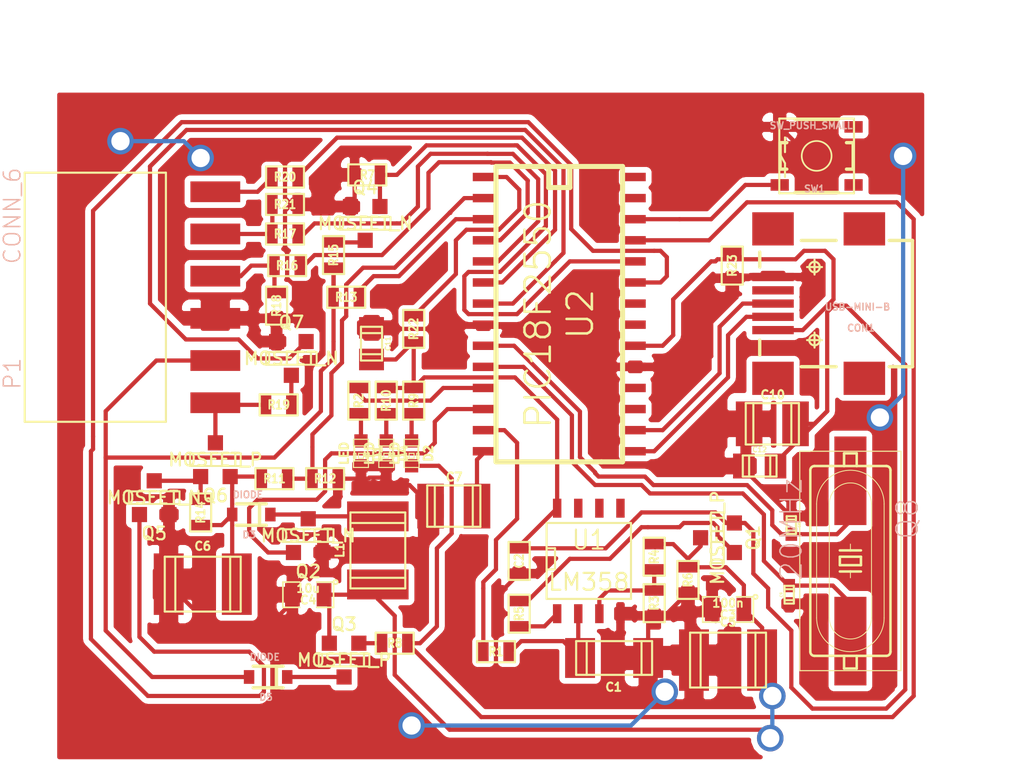
<source format=kicad_pcb>
(kicad_pcb (version 3) (host pcbnew "(2013-mar-13)-testing")

  (general
    (links 103)
    (no_connects 0)
    (area 0 0 0 0)
    (thickness 1.6)
    (drawings 2)
    (tracks 521)
    (zones 0)
    (modules 54)
    (nets 49)
  )

  (page A4)
  (layers
    (15 F.Cu signal)
    (0 B.Cu signal)
    (16 B.Adhes user)
    (17 F.Adhes user)
    (18 B.Paste user)
    (19 F.Paste user)
    (20 B.SilkS user)
    (21 F.SilkS user)
    (22 B.Mask user)
    (23 F.Mask user)
    (24 Dwgs.User user)
    (25 Cmts.User user)
    (26 Eco1.User user)
    (27 Eco2.User user)
    (28 Edge.Cuts user)
  )

  (setup
    (last_trace_width 0.254)
    (trace_clearance 0.21)
    (zone_clearance 0.35)
    (zone_45_only yes)
    (trace_min 0.254)
    (segment_width 0.2)
    (edge_width 0.15)
    (via_size 1.6)
    (via_drill 1.1)
    (via_min_size 1)
    (via_min_drill 0.508)
    (uvia_size 0.508)
    (uvia_drill 0.127)
    (uvias_allowed no)
    (uvia_min_size 0.508)
    (uvia_min_drill 0.127)
    (pcb_text_width 0.3)
    (pcb_text_size 1 1)
    (mod_edge_width 0.15)
    (mod_text_size 1 1)
    (mod_text_width 0.15)
    (pad_size 2.49936 0.49784)
    (pad_drill 0)
    (pad_to_mask_clearance 0)
    (aux_axis_origin 0 0)
    (visible_elements FFFFFF7F)
    (pcbplotparams
      (layerselection 3178497)
      (usegerberextensions true)
      (excludeedgelayer true)
      (linewidth 0.150000)
      (plotframeref false)
      (viasonmask false)
      (mode 1)
      (useauxorigin false)
      (hpglpennumber 1)
      (hpglpenspeed 20)
      (hpglpendiameter 15)
      (hpglpenoverlay 2)
      (psnegative false)
      (psa4output false)
      (plotreference true)
      (plotvalue true)
      (plotothertext true)
      (plotinvisibletext false)
      (padsonsilk false)
      (subtractmaskfromsilk false)
      (outputformat 1)
      (mirror false)
      (drillshape 1)
      (scaleselection 1)
      (outputdirectory ""))
  )

  (net 0 "")
  (net 1 +5V)
  (net 2 /D+)
  (net 3 /D-)
  (net 4 /RA0)
  (net 5 /RA1)
  (net 6 /RA2)
  (net 7 /RA3)
  (net 8 /RA4)
  (net 9 /RA5)
  (net 10 /RB0)
  (net 11 /RB1)
  (net 12 /RB2)
  (net 13 /RB3)
  (net 14 /RB4)
  (net 15 /RB5)
  (net 16 /RB6)
  (net 17 /RB7)
  (net 18 /RC0)
  (net 19 /RC1)
  (net 20 /RC2)
  (net 21 /RC6)
  (net 22 /RC7)
  (net 23 GND)
  (net 24 N-0000010)
  (net 25 N-0000011)
  (net 26 N-0000013)
  (net 27 N-000002)
  (net 28 N-0000032)
  (net 29 N-0000034)
  (net 30 N-0000035)
  (net 31 N-0000036)
  (net 32 N-0000037)
  (net 33 N-0000038)
  (net 34 N-0000039)
  (net 35 N-000004)
  (net 36 N-0000040)
  (net 37 N-0000041)
  (net 38 N-0000043)
  (net 39 N-0000044)
  (net 40 N-0000045)
  (net 41 N-0000046)
  (net 42 N-0000047)
  (net 43 N-0000048)
  (net 44 N-0000049)
  (net 45 N-000005)
  (net 46 N-0000050)
  (net 47 N-000006)
  (net 48 N-000007)

  (net_class Default "This is the default net class."
    (clearance 0.21)
    (trace_width 0.254)
    (via_dia 1.6)
    (via_drill 1.1)
    (uvia_dia 0.508)
    (uvia_drill 0.127)
    (add_net "")
    (add_net +5V)
    (add_net /D+)
    (add_net /D-)
    (add_net /RA0)
    (add_net /RA1)
    (add_net /RA2)
    (add_net /RA3)
    (add_net /RA4)
    (add_net /RA5)
    (add_net /RB0)
    (add_net /RB1)
    (add_net /RB2)
    (add_net /RB3)
    (add_net /RB4)
    (add_net /RB5)
    (add_net /RB6)
    (add_net /RB7)
    (add_net /RC0)
    (add_net /RC1)
    (add_net /RC2)
    (add_net /RC6)
    (add_net /RC7)
    (add_net GND)
    (add_net N-0000010)
    (add_net N-0000011)
    (add_net N-0000013)
    (add_net N-000002)
    (add_net N-0000032)
    (add_net N-0000034)
    (add_net N-0000035)
    (add_net N-0000036)
    (add_net N-0000037)
    (add_net N-0000038)
    (add_net N-0000039)
    (add_net N-000004)
    (add_net N-0000040)
    (add_net N-0000041)
    (add_net N-0000043)
    (add_net N-0000044)
    (add_net N-0000045)
    (add_net N-0000046)
    (add_net N-0000047)
    (add_net N-0000048)
    (add_net N-0000049)
    (add_net N-000005)
    (add_net N-0000050)
    (add_net N-000006)
    (add_net N-000007)
  )

  (module SparkFun-USB-MINIB (layer F.Cu) (tedit 52ED0A1B) (tstamp 52ED0CC5)
    (at 205.994 134.493 180)
    (descr "USB SERIES MINI-B SURFACE MOUNTED")
    (tags "USB SERIES MINI-B SURFACE MOUNTED")
    (path /52ECF89E)
    (attr smd)
    (fp_text reference CON1 (at -2.794 -1.4732 180) (layer B.SilkS)
      (effects (font (size 0.4064 0.4064) (thickness 0.0889)))
    )
    (fp_text value USB-MINI-B (at -2.58826 -0.2032 180) (layer B.SilkS)
      (effects (font (size 0.4064 0.4064) (thickness 0.0889)))
    )
    (fp_line (start -1.29794 -3.79984) (end 0.79756 -3.79984) (layer F.SilkS) (width 0.2032))
    (fp_line (start 3.29946 -3.0988) (end 3.29946 -2.19964) (layer F.SilkS) (width 0.2032))
    (fp_line (start 3.29946 2.19964) (end 3.29946 3.0988) (layer F.SilkS) (width 0.2032))
    (fp_line (start 0.79756 3.79984) (end -1.29794 3.79984) (layer F.SilkS) (width 0.2032))
    (fp_line (start -5.89788 -3.79984) (end -5.89788 3.79984) (layer F.SilkS) (width 0.2032))
    (fp_line (start -5.89788 3.79984) (end -4.49834 3.79984) (layer F.SilkS) (width 0.2032))
    (fp_line (start -5.89788 -3.79984) (end -4.49834 -3.79984) (layer F.SilkS) (width 0.2032))
    (fp_circle (center 0 -2.19964) (end -0.22352 -2.42316) (layer F.SilkS) (width 0.127))
    (fp_line (start -0.44958 -2.19964) (end 0.44958 -2.19964) (layer F.SilkS) (width 0.127))
    (fp_line (start 0 -1.74752) (end 0 -2.64922) (layer F.SilkS) (width 0.127))
    (fp_circle (center 0 2.19964) (end -0.22352 2.42316) (layer F.SilkS) (width 0.127))
    (fp_line (start -0.44958 2.19964) (end 0.44958 2.19964) (layer F.SilkS) (width 0.127))
    (fp_line (start 0 2.64922) (end 0 1.74752) (layer F.SilkS) (width 0.127))
    (pad 3 smd rect (at 2.49936 0 180) (size 2.49936 0.49784)
      (layers F.Cu F.Paste F.Mask)
      (net 2 /D+)
    )
    (pad 2 smd rect (at 2.49936 -0.79756 180) (size 2.49936 0.49784)
      (layers F.Cu F.Paste F.Mask)
      (net 3 /D-)
    )
    (pad 5 smd rect (at 2.49936 1.59766 180) (size 2.49936 0.49784)
      (layers F.Cu F.Paste F.Mask)
      (net 23 GND)
    )
    (pad 4 smd rect (at 2.49936 0.79756 180) (size 2.49936 0.49784)
      (layers F.Cu F.Paste F.Mask)
      (net 28 N-0000032)
    )
    (pad MTN1 smd rect (at -2.99974 -4.49834 180) (size 2.49936 1.99898)
      (layers F.Cu F.Paste F.Mask)
    )
    (pad MTN2 smd rect (at 2.49936 -4.49834 180) (size 2.49936 1.99898)
      (layers F.Cu F.Paste F.Mask)
    )
    (pad MTN3 smd rect (at -2.99974 4.49834 180) (size 2.49936 1.99898)
      (layers F.Cu F.Paste F.Mask)
    )
    (pad MTN4 smd rect (at 2.49936 4.49834 180) (size 2.49936 1.99898)
      (layers F.Cu F.Paste F.Mask)
    )
    (pad 1 smd rect (at 2.49936 -1.59766 180) (size 2.49936 0.49784)
      (layers F.Cu F.Paste F.Mask)
      (net 1 +5V)
    )
  )

  (module c_1808 (layer F.Cu) (tedit 49F57A45) (tstamp 52ED0C27)
    (at 193.929 155.829 180)
    (descr "SMT capacitor, 1808")
    (path /52EC378D)
    (fp_text reference C1 (at 0.0254 -1.7526 180) (layer F.SilkS)
      (effects (font (size 0.50038 0.50038) (thickness 0.11938)))
    )
    (fp_text value 100n (at -0.0254 1.7272 180) (layer F.SilkS) hide
      (effects (font (size 0.50038 0.50038) (thickness 0.11938)))
    )
    (fp_line (start -1.651 -1.016) (end -1.651 1.016) (layer F.SilkS) (width 0.127))
    (fp_line (start 1.651 -1.016) (end 1.651 1.016) (layer F.SilkS) (width 0.127))
    (fp_line (start -2.286 -1.016) (end -2.286 1.016) (layer F.SilkS) (width 0.127))
    (fp_line (start -2.286 1.016) (end 2.286 1.016) (layer F.SilkS) (width 0.127))
    (fp_line (start 2.286 1.016) (end 2.286 -1.016) (layer F.SilkS) (width 0.127))
    (fp_line (start 2.286 -1.016) (end -2.286 -1.016) (layer F.SilkS) (width 0.127))
    (pad 1 smd rect (at 2.04978 0 180) (size 1.80086 2.4003)
      (layers F.Cu F.Paste F.Mask)
      (net 38 N-0000043)
    )
    (pad 2 smd rect (at -2.04978 0 180) (size 1.80086 2.4003)
      (layers F.Cu F.Paste F.Mask)
      (net 23 GND)
    )
    (model smd/capacitors/c_1808.wrl
      (at (xyz 0 0 0))
      (scale (xyz 1 1 1))
      (rotate (xyz 0 0 0))
    )
  )

  (module SM0603 (layer F.Cu) (tedit 4E43A3D1) (tstamp 52ED0C31)
    (at 188.214 149.987 270)
    (path /52EC3834)
    (attr smd)
    (fp_text reference C2 (at 0 0 270) (layer F.SilkS)
      (effects (font (size 0.508 0.4572) (thickness 0.1143)))
    )
    (fp_text value 100n (at 0 0 270) (layer F.SilkS) hide
      (effects (font (size 0.508 0.4572) (thickness 0.1143)))
    )
    (fp_line (start -1.143 -0.635) (end 1.143 -0.635) (layer F.SilkS) (width 0.127))
    (fp_line (start 1.143 -0.635) (end 1.143 0.635) (layer F.SilkS) (width 0.127))
    (fp_line (start 1.143 0.635) (end -1.143 0.635) (layer F.SilkS) (width 0.127))
    (fp_line (start -1.143 0.635) (end -1.143 -0.635) (layer F.SilkS) (width 0.127))
    (pad 1 smd rect (at -0.762 0 270) (size 0.635 1.143)
      (layers F.Cu F.Paste F.Mask)
      (net 1 +5V)
    )
    (pad 2 smd rect (at 0.762 0 270) (size 0.635 1.143)
      (layers F.Cu F.Paste F.Mask)
      (net 23 GND)
    )
    (model smd\resistors\R0603.wrl
      (at (xyz 0 0 0.001))
      (scale (xyz 0.5 0.5 0.5))
      (rotate (xyz 0 0 0))
    )
  )

  (module SM0805 (layer F.Cu) (tedit 5091495C) (tstamp 52ED0C3E)
    (at 200.787 152.908 180)
    (path /52EC3926)
    (attr smd)
    (fp_text reference C3 (at 0 -0.3175 180) (layer F.SilkS)
      (effects (font (size 0.50038 0.50038) (thickness 0.10922)))
    )
    (fp_text value 100n (at 0 0.381 180) (layer F.SilkS)
      (effects (font (size 0.50038 0.50038) (thickness 0.10922)))
    )
    (fp_circle (center -1.651 0.762) (end -1.651 0.635) (layer F.SilkS) (width 0.09906))
    (fp_line (start -0.508 0.762) (end -1.524 0.762) (layer F.SilkS) (width 0.09906))
    (fp_line (start -1.524 0.762) (end -1.524 -0.762) (layer F.SilkS) (width 0.09906))
    (fp_line (start -1.524 -0.762) (end -0.508 -0.762) (layer F.SilkS) (width 0.09906))
    (fp_line (start 0.508 -0.762) (end 1.524 -0.762) (layer F.SilkS) (width 0.09906))
    (fp_line (start 1.524 -0.762) (end 1.524 0.762) (layer F.SilkS) (width 0.09906))
    (fp_line (start 1.524 0.762) (end 0.508 0.762) (layer F.SilkS) (width 0.09906))
    (pad 1 smd rect (at -0.9525 0 180) (size 0.889 1.397)
      (layers F.Cu F.Paste F.Mask)
      (net 30 N-0000035)
    )
    (pad 2 smd rect (at 0.9525 0 180) (size 0.889 1.397)
      (layers F.Cu F.Paste F.Mask)
      (net 23 GND)
    )
    (model smd/chip_cms.wrl
      (at (xyz 0 0 0))
      (scale (xyz 0.1 0.1 0.1))
      (rotate (xyz 0 0 0))
    )
  )

  (module SM0805 (layer F.Cu) (tedit 5091495C) (tstamp 52ED0C4B)
    (at 175.514 152.019 180)
    (path /52EC392C)
    (attr smd)
    (fp_text reference C4 (at 0 -0.3175 180) (layer F.SilkS)
      (effects (font (size 0.50038 0.50038) (thickness 0.10922)))
    )
    (fp_text value 10u (at 0 0.381 180) (layer F.SilkS)
      (effects (font (size 0.50038 0.50038) (thickness 0.10922)))
    )
    (fp_circle (center -1.651 0.762) (end -1.651 0.635) (layer F.SilkS) (width 0.09906))
    (fp_line (start -0.508 0.762) (end -1.524 0.762) (layer F.SilkS) (width 0.09906))
    (fp_line (start -1.524 0.762) (end -1.524 -0.762) (layer F.SilkS) (width 0.09906))
    (fp_line (start -1.524 -0.762) (end -0.508 -0.762) (layer F.SilkS) (width 0.09906))
    (fp_line (start 0.508 -0.762) (end 1.524 -0.762) (layer F.SilkS) (width 0.09906))
    (fp_line (start 1.524 -0.762) (end 1.524 0.762) (layer F.SilkS) (width 0.09906))
    (fp_line (start 1.524 0.762) (end 0.508 0.762) (layer F.SilkS) (width 0.09906))
    (pad 1 smd rect (at -0.9525 0 180) (size 0.889 1.397)
      (layers F.Cu F.Paste F.Mask)
      (net 30 N-0000035)
    )
    (pad 2 smd rect (at 0.9525 0 180) (size 0.889 1.397)
      (layers F.Cu F.Paste F.Mask)
      (net 23 GND)
    )
    (model smd/chip_cms.wrl
      (at (xyz 0 0 0))
      (scale (xyz 0.1 0.1 0.1))
      (rotate (xyz 0 0 0))
    )
  )

  (module c_1812 (layer F.Cu) (tedit 49F57A12) (tstamp 52ED1E4E)
    (at 200.787 155.956)
    (descr "SMT capacitor, 1812")
    (path /52EC3A9E)
    (fp_text reference C5 (at 0 -2.286) (layer F.SilkS)
      (effects (font (size 0.50038 0.50038) (thickness 0.11938)))
    )
    (fp_text value 100n (at 0 2.286) (layer F.SilkS) hide
      (effects (font (size 0.50038 0.50038) (thickness 0.11938)))
    )
    (fp_line (start 1.651 -1.651) (end 1.651 1.651) (layer F.SilkS) (width 0.127))
    (fp_line (start -1.651 -1.651) (end -1.651 1.651) (layer F.SilkS) (width 0.127))
    (fp_line (start -2.286 -1.651) (end -2.286 1.651) (layer F.SilkS) (width 0.127))
    (fp_line (start -2.286 1.651) (end 2.286 1.651) (layer F.SilkS) (width 0.127))
    (fp_line (start 2.286 1.651) (end 2.286 -1.651) (layer F.SilkS) (width 0.127))
    (fp_line (start 2.286 -1.651) (end -2.286 -1.651) (layer F.SilkS) (width 0.127))
    (pad 1 smd rect (at 2.04978 0) (size 1.80086 3.70078)
      (layers F.Cu F.Paste F.Mask)
      (net 30 N-0000035)
    )
    (pad 2 smd rect (at -2.04978 0) (size 1.80086 3.70078)
      (layers F.Cu F.Paste F.Mask)
      (net 23 GND)
    )
    (model smd/capacitors/c_1812.wrl
      (at (xyz 0 0 0))
      (scale (xyz 1 1 1))
      (rotate (xyz 0 0 0))
    )
  )

  (module c_1812 (layer F.Cu) (tedit 49F57A12) (tstamp 52ED0C63)
    (at 169.164 151.384)
    (descr "SMT capacitor, 1812")
    (path /52EC3EE8)
    (fp_text reference C6 (at 0 -2.286) (layer F.SilkS)
      (effects (font (size 0.50038 0.50038) (thickness 0.11938)))
    )
    (fp_text value CAPAPOL (at 0 2.286) (layer F.SilkS) hide
      (effects (font (size 0.50038 0.50038) (thickness 0.11938)))
    )
    (fp_line (start 1.651 -1.651) (end 1.651 1.651) (layer F.SilkS) (width 0.127))
    (fp_line (start -1.651 -1.651) (end -1.651 1.651) (layer F.SilkS) (width 0.127))
    (fp_line (start -2.286 -1.651) (end -2.286 1.651) (layer F.SilkS) (width 0.127))
    (fp_line (start -2.286 1.651) (end 2.286 1.651) (layer F.SilkS) (width 0.127))
    (fp_line (start 2.286 1.651) (end 2.286 -1.651) (layer F.SilkS) (width 0.127))
    (fp_line (start 2.286 -1.651) (end -2.286 -1.651) (layer F.SilkS) (width 0.127))
    (pad 1 smd rect (at 2.04978 0) (size 1.80086 3.70078)
      (layers F.Cu F.Paste F.Mask)
      (net 48 N-000007)
    )
    (pad 2 smd rect (at -2.04978 0) (size 1.80086 3.70078)
      (layers F.Cu F.Paste F.Mask)
      (net 23 GND)
    )
    (model smd/capacitors/c_1812.wrl
      (at (xyz 0 0 0))
      (scale (xyz 1 1 1))
      (rotate (xyz 0 0 0))
    )
  )

  (module c_1210 (layer F.Cu) (tedit 49047413) (tstamp 52ED0C6F)
    (at 184.277 146.685)
    (descr "SMT capacitor, 1210")
    (path /52ECF53E)
    (fp_text reference C7 (at 0.0254 -1.7526) (layer F.SilkS)
      (effects (font (size 0.50038 0.50038) (thickness 0.11938)))
    )
    (fp_text value CAPAPOL (at -0.0254 1.7272) (layer F.SilkS) hide
      (effects (font (size 0.50038 0.50038) (thickness 0.11938)))
    )
    (fp_line (start -1.6002 -1.2446) (end -1.6002 1.2446) (layer F.SilkS) (width 0.127))
    (fp_line (start 1.6002 1.2446) (end 1.6002 -1.2446) (layer F.SilkS) (width 0.127))
    (fp_line (start 1.143 -1.2446) (end 1.143 1.2446) (layer F.SilkS) (width 0.127))
    (fp_line (start -1.143 1.2446) (end -1.143 -1.2446) (layer F.SilkS) (width 0.127))
    (fp_line (start -1.6002 1.2446) (end 1.6002 1.2446) (layer F.SilkS) (width 0.127))
    (fp_line (start 1.6002 -1.2446) (end -1.6002 -1.2446) (layer F.SilkS) (width 0.127))
    (pad 1 smd rect (at 1.397 0) (size 1.6002 2.6924)
      (layers F.Cu F.Paste F.Mask)
      (net 47 N-000006)
    )
    (pad 2 smd rect (at -1.397 0) (size 1.6002 2.6924)
      (layers F.Cu F.Paste F.Mask)
      (net 23 GND)
    )
    (model smd/capacitors/c_1210.wrl
      (at (xyz 0 0 0))
      (scale (xyz 1 1 1))
      (rotate (xyz 0 0 0))
    )
  )

  (module c_0402 (layer F.Cu) (tedit 49047259) (tstamp 52ED0C7B)
    (at 204.597 147.828 270)
    (descr "SMT capacitor, 0402")
    (path /52ECF753)
    (fp_text reference C8 (at 0 -0.4826 270) (layer F.SilkS)
      (effects (font (size 0.1524 0.1524) (thickness 0.03048)))
    )
    (fp_text value 22p (at 0 0.4826 270) (layer F.SilkS) hide
      (effects (font (size 0.1524 0.1524) (thickness 0.03048)))
    )
    (fp_line (start 0.3302 -0.2794) (end 0.3302 0.2794) (layer F.SilkS) (width 0.127))
    (fp_line (start -0.3302 -0.2794) (end -0.3302 0.2794) (layer F.SilkS) (width 0.127))
    (fp_line (start -0.5334 -0.2794) (end -0.5334 0.2794) (layer F.SilkS) (width 0.127))
    (fp_line (start -0.5334 0.2794) (end 0.5334 0.2794) (layer F.SilkS) (width 0.127))
    (fp_line (start 0.5334 0.2794) (end 0.5334 -0.2794) (layer F.SilkS) (width 0.127))
    (fp_line (start 0.5334 -0.2794) (end -0.5334 -0.2794) (layer F.SilkS) (width 0.127))
    (pad 1 smd rect (at 0.54864 0 270) (size 0.8001 0.6985)
      (layers F.Cu F.Paste F.Mask)
      (net 45 N-000005)
    )
    (pad 2 smd rect (at -0.54864 0 270) (size 0.8001 0.6985)
      (layers F.Cu F.Paste F.Mask)
      (net 23 GND)
    )
    (model smd/capacitors/c_0402.wrl
      (at (xyz 0 0 0))
      (scale (xyz 1 1 1))
      (rotate (xyz 0 0 0))
    )
  )

  (module c_0402 (layer F.Cu) (tedit 49047259) (tstamp 52ED0C87)
    (at 204.47 152.019 90)
    (descr "SMT capacitor, 0402")
    (path /52ECF74D)
    (fp_text reference C9 (at 0 -0.4826 90) (layer F.SilkS)
      (effects (font (size 0.1524 0.1524) (thickness 0.03048)))
    )
    (fp_text value 22p (at 0 0.4826 90) (layer F.SilkS) hide
      (effects (font (size 0.1524 0.1524) (thickness 0.03048)))
    )
    (fp_line (start 0.3302 -0.2794) (end 0.3302 0.2794) (layer F.SilkS) (width 0.127))
    (fp_line (start -0.3302 -0.2794) (end -0.3302 0.2794) (layer F.SilkS) (width 0.127))
    (fp_line (start -0.5334 -0.2794) (end -0.5334 0.2794) (layer F.SilkS) (width 0.127))
    (fp_line (start -0.5334 0.2794) (end 0.5334 0.2794) (layer F.SilkS) (width 0.127))
    (fp_line (start 0.5334 0.2794) (end 0.5334 -0.2794) (layer F.SilkS) (width 0.127))
    (fp_line (start 0.5334 -0.2794) (end -0.5334 -0.2794) (layer F.SilkS) (width 0.127))
    (pad 1 smd rect (at 0.54864 0 90) (size 0.8001 0.6985)
      (layers F.Cu F.Paste F.Mask)
      (net 35 N-000004)
    )
    (pad 2 smd rect (at -0.54864 0 90) (size 0.8001 0.6985)
      (layers F.Cu F.Paste F.Mask)
      (net 23 GND)
    )
    (model smd/capacitors/c_0402.wrl
      (at (xyz 0 0 0))
      (scale (xyz 1 1 1))
      (rotate (xyz 0 0 0))
    )
  )

  (module c_1210 (layer F.Cu) (tedit 49047413) (tstamp 52ED0C93)
    (at 203.454 141.732)
    (descr "SMT capacitor, 1210")
    (path /52ECF9E1)
    (fp_text reference C10 (at 0.0254 -1.7526) (layer F.SilkS)
      (effects (font (size 0.50038 0.50038) (thickness 0.11938)))
    )
    (fp_text value 10u (at -0.0254 1.7272) (layer F.SilkS) hide
      (effects (font (size 0.50038 0.50038) (thickness 0.11938)))
    )
    (fp_line (start -1.6002 -1.2446) (end -1.6002 1.2446) (layer F.SilkS) (width 0.127))
    (fp_line (start 1.6002 1.2446) (end 1.6002 -1.2446) (layer F.SilkS) (width 0.127))
    (fp_line (start 1.143 -1.2446) (end 1.143 1.2446) (layer F.SilkS) (width 0.127))
    (fp_line (start -1.143 1.2446) (end -1.143 -1.2446) (layer F.SilkS) (width 0.127))
    (fp_line (start -1.6002 1.2446) (end 1.6002 1.2446) (layer F.SilkS) (width 0.127))
    (fp_line (start 1.6002 -1.2446) (end -1.6002 -1.2446) (layer F.SilkS) (width 0.127))
    (pad 1 smd rect (at 1.397 0) (size 1.6002 2.6924)
      (layers F.Cu F.Paste F.Mask)
      (net 1 +5V)
    )
    (pad 2 smd rect (at -1.397 0) (size 1.6002 2.6924)
      (layers F.Cu F.Paste F.Mask)
      (net 23 GND)
    )
    (model smd/capacitors/c_1210.wrl
      (at (xyz 0 0 0))
      (scale (xyz 1 1 1))
      (rotate (xyz 0 0 0))
    )
  )

  (module c_0805 (layer F.Cu) (tedit 49047394) (tstamp 52ED0C9F)
    (at 179.324 136.906 270)
    (descr "SMT capacitor, 0805")
    (path /52ECF9DB)
    (fp_text reference C11 (at 0 -0.9906 270) (layer F.SilkS)
      (effects (font (size 0.29972 0.29972) (thickness 0.06096)))
    )
    (fp_text value 100n (at 0 0.9906 270) (layer F.SilkS) hide
      (effects (font (size 0.29972 0.29972) (thickness 0.06096)))
    )
    (fp_line (start 0.635 -0.635) (end 0.635 0.635) (layer F.SilkS) (width 0.127))
    (fp_line (start -0.635 -0.635) (end -0.635 0.6096) (layer F.SilkS) (width 0.127))
    (fp_line (start -1.016 -0.635) (end 1.016 -0.635) (layer F.SilkS) (width 0.127))
    (fp_line (start 1.016 -0.635) (end 1.016 0.635) (layer F.SilkS) (width 0.127))
    (fp_line (start 1.016 0.635) (end -1.016 0.635) (layer F.SilkS) (width 0.127))
    (fp_line (start -1.016 0.635) (end -1.016 -0.635) (layer F.SilkS) (width 0.127))
    (pad 1 smd rect (at 0.9525 0 270) (size 1.30048 1.4986)
      (layers F.Cu F.Paste F.Mask)
      (net 1 +5V)
    )
    (pad 2 smd rect (at -0.9525 0 270) (size 1.30048 1.4986)
      (layers F.Cu F.Paste F.Mask)
      (net 23 GND)
    )
    (model smd/capacitors/c_0805.wrl
      (at (xyz 0 0 0))
      (scale (xyz 1 1 1))
      (rotate (xyz 0 0 0))
    )
  )

  (module c_0805 (layer F.Cu) (tedit 49047394) (tstamp 52ED0CAB)
    (at 202.692 144.272)
    (descr "SMT capacitor, 0805")
    (path /52ECF9D5)
    (fp_text reference C12 (at 0 -0.9906) (layer F.SilkS)
      (effects (font (size 0.29972 0.29972) (thickness 0.06096)))
    )
    (fp_text value 100n (at 0 0.9906) (layer F.SilkS) hide
      (effects (font (size 0.29972 0.29972) (thickness 0.06096)))
    )
    (fp_line (start 0.635 -0.635) (end 0.635 0.635) (layer F.SilkS) (width 0.127))
    (fp_line (start -0.635 -0.635) (end -0.635 0.6096) (layer F.SilkS) (width 0.127))
    (fp_line (start -1.016 -0.635) (end 1.016 -0.635) (layer F.SilkS) (width 0.127))
    (fp_line (start 1.016 -0.635) (end 1.016 0.635) (layer F.SilkS) (width 0.127))
    (fp_line (start 1.016 0.635) (end -1.016 0.635) (layer F.SilkS) (width 0.127))
    (fp_line (start -1.016 0.635) (end -1.016 -0.635) (layer F.SilkS) (width 0.127))
    (pad 1 smd rect (at 0.9525 0) (size 1.30048 1.4986)
      (layers F.Cu F.Paste F.Mask)
      (net 1 +5V)
    )
    (pad 2 smd rect (at -0.9525 0) (size 1.30048 1.4986)
      (layers F.Cu F.Paste F.Mask)
      (net 23 GND)
    )
    (model smd/capacitors/c_0805.wrl
      (at (xyz 0 0 0))
      (scale (xyz 1 1 1))
      (rotate (xyz 0 0 0))
    )
  )

  (module LED-0603 (layer F.Cu) (tedit 4E16AFB4) (tstamp 52ED0CE1)
    (at 178.689 143.51 270)
    (descr "LED 0603 smd package")
    (tags "LED led 0603 SMD smd SMT smt smdled SMDLED smtled SMTLED")
    (path /52EC379C)
    (attr smd)
    (fp_text reference D1 (at 0 -1.016 270) (layer F.SilkS)
      (effects (font (size 0.508 0.508) (thickness 0.127)))
    )
    (fp_text value LED (at 0 1.016 270) (layer F.SilkS)
      (effects (font (size 0.508 0.508) (thickness 0.127)))
    )
    (fp_line (start 0.44958 -0.44958) (end 0.44958 0.44958) (layer F.SilkS) (width 0.06604))
    (fp_line (start 0.44958 0.44958) (end 0.84836 0.44958) (layer F.SilkS) (width 0.06604))
    (fp_line (start 0.84836 -0.44958) (end 0.84836 0.44958) (layer F.SilkS) (width 0.06604))
    (fp_line (start 0.44958 -0.44958) (end 0.84836 -0.44958) (layer F.SilkS) (width 0.06604))
    (fp_line (start -0.84836 -0.44958) (end -0.84836 0.44958) (layer F.SilkS) (width 0.06604))
    (fp_line (start -0.84836 0.44958) (end -0.44958 0.44958) (layer F.SilkS) (width 0.06604))
    (fp_line (start -0.44958 -0.44958) (end -0.44958 0.44958) (layer F.SilkS) (width 0.06604))
    (fp_line (start -0.84836 -0.44958) (end -0.44958 -0.44958) (layer F.SilkS) (width 0.06604))
    (fp_line (start 0 -0.44958) (end 0 -0.29972) (layer F.SilkS) (width 0.06604))
    (fp_line (start 0 -0.29972) (end 0.29972 -0.29972) (layer F.SilkS) (width 0.06604))
    (fp_line (start 0.29972 -0.44958) (end 0.29972 -0.29972) (layer F.SilkS) (width 0.06604))
    (fp_line (start 0 -0.44958) (end 0.29972 -0.44958) (layer F.SilkS) (width 0.06604))
    (fp_line (start 0 0.29972) (end 0 0.44958) (layer F.SilkS) (width 0.06604))
    (fp_line (start 0 0.44958) (end 0.29972 0.44958) (layer F.SilkS) (width 0.06604))
    (fp_line (start 0.29972 0.29972) (end 0.29972 0.44958) (layer F.SilkS) (width 0.06604))
    (fp_line (start 0 0.29972) (end 0.29972 0.29972) (layer F.SilkS) (width 0.06604))
    (fp_line (start 0 -0.14986) (end 0 0.14986) (layer F.SilkS) (width 0.06604))
    (fp_line (start 0 0.14986) (end 0.29972 0.14986) (layer F.SilkS) (width 0.06604))
    (fp_line (start 0.29972 -0.14986) (end 0.29972 0.14986) (layer F.SilkS) (width 0.06604))
    (fp_line (start 0 -0.14986) (end 0.29972 -0.14986) (layer F.SilkS) (width 0.06604))
    (fp_line (start 0.44958 -0.39878) (end -0.44958 -0.39878) (layer F.SilkS) (width 0.1016))
    (fp_line (start 0.44958 0.39878) (end -0.44958 0.39878) (layer F.SilkS) (width 0.1016))
    (pad 1 smd rect (at -0.7493 0 270) (size 0.79756 0.79756)
      (layers F.Cu F.Paste F.Mask)
      (net 37 N-0000041)
    )
    (pad 2 smd rect (at 0.7493 0 270) (size 0.79756 0.79756)
      (layers F.Cu F.Paste F.Mask)
      (net 23 GND)
    )
  )

  (module LED-0603 (layer F.Cu) (tedit 4E16AFB4) (tstamp 52ED0CFD)
    (at 181.737 143.51 270)
    (descr "LED 0603 smd package")
    (tags "LED led 0603 SMD smd SMT smt smdled SMDLED smtled SMTLED")
    (path /52EC39DE)
    (attr smd)
    (fp_text reference D2 (at 0 -1.016 270) (layer F.SilkS)
      (effects (font (size 0.508 0.508) (thickness 0.127)))
    )
    (fp_text value LED (at 0 1.016 270) (layer F.SilkS)
      (effects (font (size 0.508 0.508) (thickness 0.127)))
    )
    (fp_line (start 0.44958 -0.44958) (end 0.44958 0.44958) (layer F.SilkS) (width 0.06604))
    (fp_line (start 0.44958 0.44958) (end 0.84836 0.44958) (layer F.SilkS) (width 0.06604))
    (fp_line (start 0.84836 -0.44958) (end 0.84836 0.44958) (layer F.SilkS) (width 0.06604))
    (fp_line (start 0.44958 -0.44958) (end 0.84836 -0.44958) (layer F.SilkS) (width 0.06604))
    (fp_line (start -0.84836 -0.44958) (end -0.84836 0.44958) (layer F.SilkS) (width 0.06604))
    (fp_line (start -0.84836 0.44958) (end -0.44958 0.44958) (layer F.SilkS) (width 0.06604))
    (fp_line (start -0.44958 -0.44958) (end -0.44958 0.44958) (layer F.SilkS) (width 0.06604))
    (fp_line (start -0.84836 -0.44958) (end -0.44958 -0.44958) (layer F.SilkS) (width 0.06604))
    (fp_line (start 0 -0.44958) (end 0 -0.29972) (layer F.SilkS) (width 0.06604))
    (fp_line (start 0 -0.29972) (end 0.29972 -0.29972) (layer F.SilkS) (width 0.06604))
    (fp_line (start 0.29972 -0.44958) (end 0.29972 -0.29972) (layer F.SilkS) (width 0.06604))
    (fp_line (start 0 -0.44958) (end 0.29972 -0.44958) (layer F.SilkS) (width 0.06604))
    (fp_line (start 0 0.29972) (end 0 0.44958) (layer F.SilkS) (width 0.06604))
    (fp_line (start 0 0.44958) (end 0.29972 0.44958) (layer F.SilkS) (width 0.06604))
    (fp_line (start 0.29972 0.29972) (end 0.29972 0.44958) (layer F.SilkS) (width 0.06604))
    (fp_line (start 0 0.29972) (end 0.29972 0.29972) (layer F.SilkS) (width 0.06604))
    (fp_line (start 0 -0.14986) (end 0 0.14986) (layer F.SilkS) (width 0.06604))
    (fp_line (start 0 0.14986) (end 0.29972 0.14986) (layer F.SilkS) (width 0.06604))
    (fp_line (start 0.29972 -0.14986) (end 0.29972 0.14986) (layer F.SilkS) (width 0.06604))
    (fp_line (start 0 -0.14986) (end 0.29972 -0.14986) (layer F.SilkS) (width 0.06604))
    (fp_line (start 0.44958 -0.39878) (end -0.44958 -0.39878) (layer F.SilkS) (width 0.1016))
    (fp_line (start 0.44958 0.39878) (end -0.44958 0.39878) (layer F.SilkS) (width 0.1016))
    (pad 1 smd rect (at -0.7493 0 270) (size 0.79756 0.79756)
      (layers F.Cu F.Paste F.Mask)
      (net 36 N-0000040)
    )
    (pad 2 smd rect (at 0.7493 0 270) (size 0.79756 0.79756)
      (layers F.Cu F.Paste F.Mask)
      (net 14 /RB4)
    )
  )

  (module SparkFun-SOD-323 (layer F.Cu) (tedit 200000) (tstamp 52ED0D08)
    (at 172.085 147.193 180)
    (path /52EC3DC2)
    (attr smd)
    (fp_text reference D3 (at 0.127 -1.2192 180) (layer B.SilkS)
      (effects (font (size 0.4064 0.4064) (thickness 0.0889)))
    )
    (fp_text value DIODE (at 0.2032 1.1938 180) (layer B.SilkS)
      (effects (font (size 0.4064 0.4064) (thickness 0.0889)))
    )
    (fp_line (start -0.89916 -0.6477) (end -0.49784 -0.6477) (layer F.SilkS) (width 0.2032))
    (fp_line (start -0.49784 -0.6477) (end 0.89916 -0.6477) (layer F.SilkS) (width 0.2032))
    (fp_line (start -0.89916 0.6477) (end -0.49784 0.6477) (layer F.SilkS) (width 0.2032))
    (fp_line (start -0.49784 0.6477) (end 0.89916 0.6477) (layer F.SilkS) (width 0.2032))
    (fp_line (start -0.49784 -0.6477) (end -0.49784 0.6477) (layer F.SilkS) (width 0.2032))
    (pad 1 smd rect (at -1.14808 0 180) (size 0.62992 0.82804)
      (layers F.Cu F.Paste F.Mask)
      (net 43 N-0000048)
    )
    (pad 2 smd rect (at 1.14808 0 180) (size 0.62992 0.82804)
      (layers F.Cu F.Paste F.Mask)
      (net 48 N-000007)
    )
  )

  (module LED-0603 (layer F.Cu) (tedit 4E16AFB4) (tstamp 52ED0D24)
    (at 180.213 143.51 270)
    (descr "LED 0603 smd package")
    (tags "LED led 0603 SMD smd SMT smt smdled SMDLED smtled SMTLED")
    (path /52EC39F8)
    (attr smd)
    (fp_text reference D4 (at 0 -1.016 270) (layer F.SilkS)
      (effects (font (size 0.508 0.508) (thickness 0.127)))
    )
    (fp_text value LED (at 0 1.016 270) (layer F.SilkS)
      (effects (font (size 0.508 0.508) (thickness 0.127)))
    )
    (fp_line (start 0.44958 -0.44958) (end 0.44958 0.44958) (layer F.SilkS) (width 0.06604))
    (fp_line (start 0.44958 0.44958) (end 0.84836 0.44958) (layer F.SilkS) (width 0.06604))
    (fp_line (start 0.84836 -0.44958) (end 0.84836 0.44958) (layer F.SilkS) (width 0.06604))
    (fp_line (start 0.44958 -0.44958) (end 0.84836 -0.44958) (layer F.SilkS) (width 0.06604))
    (fp_line (start -0.84836 -0.44958) (end -0.84836 0.44958) (layer F.SilkS) (width 0.06604))
    (fp_line (start -0.84836 0.44958) (end -0.44958 0.44958) (layer F.SilkS) (width 0.06604))
    (fp_line (start -0.44958 -0.44958) (end -0.44958 0.44958) (layer F.SilkS) (width 0.06604))
    (fp_line (start -0.84836 -0.44958) (end -0.44958 -0.44958) (layer F.SilkS) (width 0.06604))
    (fp_line (start 0 -0.44958) (end 0 -0.29972) (layer F.SilkS) (width 0.06604))
    (fp_line (start 0 -0.29972) (end 0.29972 -0.29972) (layer F.SilkS) (width 0.06604))
    (fp_line (start 0.29972 -0.44958) (end 0.29972 -0.29972) (layer F.SilkS) (width 0.06604))
    (fp_line (start 0 -0.44958) (end 0.29972 -0.44958) (layer F.SilkS) (width 0.06604))
    (fp_line (start 0 0.29972) (end 0 0.44958) (layer F.SilkS) (width 0.06604))
    (fp_line (start 0 0.44958) (end 0.29972 0.44958) (layer F.SilkS) (width 0.06604))
    (fp_line (start 0.29972 0.29972) (end 0.29972 0.44958) (layer F.SilkS) (width 0.06604))
    (fp_line (start 0 0.29972) (end 0.29972 0.29972) (layer F.SilkS) (width 0.06604))
    (fp_line (start 0 -0.14986) (end 0 0.14986) (layer F.SilkS) (width 0.06604))
    (fp_line (start 0 0.14986) (end 0.29972 0.14986) (layer F.SilkS) (width 0.06604))
    (fp_line (start 0.29972 -0.14986) (end 0.29972 0.14986) (layer F.SilkS) (width 0.06604))
    (fp_line (start 0 -0.14986) (end 0.29972 -0.14986) (layer F.SilkS) (width 0.06604))
    (fp_line (start 0.44958 -0.39878) (end -0.44958 -0.39878) (layer F.SilkS) (width 0.1016))
    (fp_line (start 0.44958 0.39878) (end -0.44958 0.39878) (layer F.SilkS) (width 0.1016))
    (pad 1 smd rect (at -0.7493 0 270) (size 0.79756 0.79756)
      (layers F.Cu F.Paste F.Mask)
      (net 34 N-0000039)
    )
    (pad 2 smd rect (at 0.7493 0 270) (size 0.79756 0.79756)
      (layers F.Cu F.Paste F.Mask)
      (net 23 GND)
    )
  )

  (module SparkFun-SOD-323 (layer F.Cu) (tedit 200000) (tstamp 52ED0D2F)
    (at 173.101 156.972 180)
    (path /52EC3B4E)
    (attr smd)
    (fp_text reference D5 (at 0.127 -1.2192 180) (layer B.SilkS)
      (effects (font (size 0.4064 0.4064) (thickness 0.0889)))
    )
    (fp_text value DIODE (at 0.2032 1.1938 180) (layer B.SilkS)
      (effects (font (size 0.4064 0.4064) (thickness 0.0889)))
    )
    (fp_line (start -0.89916 -0.6477) (end -0.49784 -0.6477) (layer F.SilkS) (width 0.2032))
    (fp_line (start -0.49784 -0.6477) (end 0.89916 -0.6477) (layer F.SilkS) (width 0.2032))
    (fp_line (start -0.89916 0.6477) (end -0.49784 0.6477) (layer F.SilkS) (width 0.2032))
    (fp_line (start -0.49784 0.6477) (end 0.89916 0.6477) (layer F.SilkS) (width 0.2032))
    (fp_line (start -0.49784 -0.6477) (end -0.49784 0.6477) (layer F.SilkS) (width 0.2032))
    (pad 1 smd rect (at -1.14808 0 180) (size 0.62992 0.82804)
      (layers F.Cu F.Paste F.Mask)
      (net 33 N-0000038)
    )
    (pad 2 smd rect (at 1.14808 0 180) (size 0.62992 0.82804)
      (layers F.Cu F.Paste F.Mask)
      (net 29 N-0000034)
    )
  )

  (module c_1812 (layer F.Cu) (tedit 49F57A12) (tstamp 52ED37F7)
    (at 179.705 149.352 90)
    (descr "SMT capacitor, 1812")
    (path /52EC3ACC)
    (fp_text reference L1 (at 0 -2.286 90) (layer F.SilkS)
      (effects (font (size 0.50038 0.50038) (thickness 0.11938)))
    )
    (fp_text value 680uH (at 0 2.286 90) (layer F.SilkS) hide
      (effects (font (size 0.50038 0.50038) (thickness 0.11938)))
    )
    (fp_line (start 1.651 -1.651) (end 1.651 1.651) (layer F.SilkS) (width 0.127))
    (fp_line (start -1.651 -1.651) (end -1.651 1.651) (layer F.SilkS) (width 0.127))
    (fp_line (start -2.286 -1.651) (end -2.286 1.651) (layer F.SilkS) (width 0.127))
    (fp_line (start -2.286 1.651) (end 2.286 1.651) (layer F.SilkS) (width 0.127))
    (fp_line (start 2.286 1.651) (end 2.286 -1.651) (layer F.SilkS) (width 0.127))
    (fp_line (start 2.286 -1.651) (end -2.286 -1.651) (layer F.SilkS) (width 0.127))
    (pad 1 smd rect (at 2.04978 0 90) (size 1.80086 3.70078)
      (layers F.Cu F.Paste F.Mask)
      (net 43 N-0000048)
    )
    (pad 2 smd rect (at -2.04978 0 90) (size 1.80086 3.70078)
      (layers F.Cu F.Paste F.Mask)
      (net 30 N-0000035)
    )
    (model smd/capacitors/c_1812.wrl
      (at (xyz 0 0 0))
      (scale (xyz 1 1 1))
      (rotate (xyz 0 0 0))
    )
  )

  (module SparkFun-1X06-SMD-FEMALE-V2 (layer F.Cu) (tedit 200000) (tstamp 52ED0D49)
    (at 166.497 134.112 270)
    (descr "PACKAGE FOR 4UCONN PART #19686 *UNPROVEN*")
    (tags "PACKAGE FOR 4UCONN PART #19686 *UNPROVEN*")
    (path /52EC3BCB)
    (attr smd)
    (fp_text reference P1 (at 4.59994 8.79856 450) (layer B.SilkS)
      (effects (font (size 0.99822 0.99822) (thickness 0.0889)))
    )
    (fp_text value CONN_6 (at -4.89966 8.79856 270) (layer B.SilkS)
      (effects (font (size 0.99822 0.99822) (thickness 0.0889)))
    )
    (fp_line (start -7.49808 -0.44958) (end -7.49808 8.04926) (layer F.SilkS) (width 0.127))
    (fp_line (start 7.49808 -0.44958) (end -7.49808 -0.44958) (layer F.SilkS) (width 0.127))
    (fp_line (start 7.49808 8.04926) (end 7.49808 -0.44958) (layer F.SilkS) (width 0.127))
    (fp_line (start -7.49808 8.04926) (end 7.49808 8.04926) (layer F.SilkS) (width 0.127))
    (pad 1 smd rect (at 6.35 -3.42392 270) (size 1.24968 2.99974)
      (layers F.Cu F.Paste F.Mask)
      (net 25 N-0000011)
    )
    (pad 2 smd rect (at 3.81 -3.42392 270) (size 1.24968 2.99974)
      (layers F.Cu F.Paste F.Mask)
      (net 29 N-0000034)
    )
    (pad 3 smd rect (at 1.27 -3.42392 270) (size 1.24968 2.99974)
      (layers F.Cu F.Paste F.Mask)
      (net 23 GND)
    )
    (pad 4 smd rect (at -1.27 -3.42392 270) (size 1.24968 2.99974)
      (layers F.Cu F.Paste F.Mask)
      (net 40 N-0000045)
    )
    (pad 5 smd rect (at -3.81 -3.42392 270) (size 1.24968 2.99974)
      (layers F.Cu F.Paste F.Mask)
      (net 41 N-0000046)
    )
    (pad 6 smd rect (at -6.35 -3.42392 270) (size 1.24968 2.99974)
      (layers F.Cu F.Paste F.Mask)
      (net 42 N-0000047)
    )
  )

  (module SOT23GDS (layer F.Cu) (tedit 50911E03) (tstamp 52ED0D54)
    (at 200.152 148.59 270)
    (descr "Module CMS SOT23 Transistore EBC")
    (tags "CMS SOT")
    (path /52EC38A4)
    (attr smd)
    (fp_text reference Q1 (at 0 -2.159 270) (layer F.SilkS)
      (effects (font (size 0.762 0.762) (thickness 0.12954)))
    )
    (fp_text value MOSFET_P (at 0 0 270) (layer F.SilkS)
      (effects (font (size 0.762 0.762) (thickness 0.12954)))
    )
    (fp_line (start -1.524 -0.381) (end 1.524 -0.381) (layer F.SilkS) (width 0.11938))
    (fp_line (start 1.524 -0.381) (end 1.524 0.381) (layer F.SilkS) (width 0.11938))
    (fp_line (start 1.524 0.381) (end -1.524 0.381) (layer F.SilkS) (width 0.11938))
    (fp_line (start -1.524 0.381) (end -1.524 -0.381) (layer F.SilkS) (width 0.11938))
    (pad S smd rect (at -0.889 -1.016 270) (size 0.9144 0.9144)
      (layers F.Cu F.Paste F.Mask)
      (net 1 +5V)
    )
    (pad G smd rect (at 0.889 -1.016 270) (size 0.9144 0.9144)
      (layers F.Cu F.Paste F.Mask)
      (net 31 N-0000036)
    )
    (pad D smd rect (at 0 1.016 270) (size 0.9144 0.9144)
      (layers F.Cu F.Paste F.Mask)
      (net 30 N-0000035)
    )
    (model smd/cms_sot23.wrl
      (at (xyz 0 0 0))
      (scale (xyz 0.13 0.15 0.15))
      (rotate (xyz 0 0 0))
    )
  )

  (module SOT23GDS (layer F.Cu) (tedit 50911E03) (tstamp 52ED0D5F)
    (at 175.514 148.463 180)
    (descr "Module CMS SOT23 Transistore EBC")
    (tags "CMS SOT")
    (path /52EC3DC8)
    (attr smd)
    (fp_text reference Q2 (at 0 -2.159 180) (layer F.SilkS)
      (effects (font (size 0.762 0.762) (thickness 0.12954)))
    )
    (fp_text value MOSFET_N (at 0 0 180) (layer F.SilkS)
      (effects (font (size 0.762 0.762) (thickness 0.12954)))
    )
    (fp_line (start -1.524 -0.381) (end 1.524 -0.381) (layer F.SilkS) (width 0.11938))
    (fp_line (start 1.524 -0.381) (end 1.524 0.381) (layer F.SilkS) (width 0.11938))
    (fp_line (start 1.524 0.381) (end -1.524 0.381) (layer F.SilkS) (width 0.11938))
    (fp_line (start -1.524 0.381) (end -1.524 -0.381) (layer F.SilkS) (width 0.11938))
    (pad S smd rect (at -0.889 -1.016 180) (size 0.9144 0.9144)
      (layers F.Cu F.Paste F.Mask)
      (net 23 GND)
    )
    (pad G smd rect (at 0.889 -1.016 180) (size 0.9144 0.9144)
      (layers F.Cu F.Paste F.Mask)
      (net 19 /RC1)
    )
    (pad D smd rect (at 0 1.016 180) (size 0.9144 0.9144)
      (layers F.Cu F.Paste F.Mask)
      (net 43 N-0000048)
    )
    (model smd/cms_sot23.wrl
      (at (xyz 0 0 0))
      (scale (xyz 0.13 0.15 0.15))
      (rotate (xyz 0 0 0))
    )
  )

  (module SOT23GDS (layer F.Cu) (tedit 50911E03) (tstamp 52ED0D6A)
    (at 177.673 155.956)
    (descr "Module CMS SOT23 Transistore EBC")
    (tags "CMS SOT")
    (path /52EC3A28)
    (attr smd)
    (fp_text reference Q3 (at 0 -2.159) (layer F.SilkS)
      (effects (font (size 0.762 0.762) (thickness 0.12954)))
    )
    (fp_text value MOSFET_P (at 0 0) (layer F.SilkS)
      (effects (font (size 0.762 0.762) (thickness 0.12954)))
    )
    (fp_line (start -1.524 -0.381) (end 1.524 -0.381) (layer F.SilkS) (width 0.11938))
    (fp_line (start 1.524 -0.381) (end 1.524 0.381) (layer F.SilkS) (width 0.11938))
    (fp_line (start 1.524 0.381) (end -1.524 0.381) (layer F.SilkS) (width 0.11938))
    (fp_line (start -1.524 0.381) (end -1.524 -0.381) (layer F.SilkS) (width 0.11938))
    (pad S smd rect (at -0.889 -1.016) (size 0.9144 0.9144)
      (layers F.Cu F.Paste F.Mask)
      (net 30 N-0000035)
    )
    (pad G smd rect (at 0.889 -1.016) (size 0.9144 0.9144)
      (layers F.Cu F.Paste F.Mask)
      (net 44 N-0000049)
    )
    (pad D smd rect (at 0 1.016) (size 0.9144 0.9144)
      (layers F.Cu F.Paste F.Mask)
      (net 33 N-0000038)
    )
    (model smd/cms_sot23.wrl
      (at (xyz 0 0 0))
      (scale (xyz 0.13 0.15 0.15))
      (rotate (xyz 0 0 0))
    )
  )

  (module SOT23GDS (layer F.Cu) (tedit 50911E03) (tstamp 52ED0D75)
    (at 178.943 129.667)
    (descr "Module CMS SOT23 Transistore EBC")
    (tags "CMS SOT")
    (path /52EC3B3F)
    (attr smd)
    (fp_text reference Q4 (at 0 -2.159) (layer F.SilkS)
      (effects (font (size 0.762 0.762) (thickness 0.12954)))
    )
    (fp_text value MOSFET_N (at 0 0) (layer F.SilkS)
      (effects (font (size 0.762 0.762) (thickness 0.12954)))
    )
    (fp_line (start -1.524 -0.381) (end 1.524 -0.381) (layer F.SilkS) (width 0.11938))
    (fp_line (start 1.524 -0.381) (end 1.524 0.381) (layer F.SilkS) (width 0.11938))
    (fp_line (start 1.524 0.381) (end -1.524 0.381) (layer F.SilkS) (width 0.11938))
    (fp_line (start -1.524 0.381) (end -1.524 -0.381) (layer F.SilkS) (width 0.11938))
    (pad S smd rect (at -0.889 -1.016) (size 0.9144 0.9144)
      (layers F.Cu F.Paste F.Mask)
      (net 23 GND)
    )
    (pad G smd rect (at 0.889 -1.016) (size 0.9144 0.9144)
      (layers F.Cu F.Paste F.Mask)
      (net 13 /RB3)
    )
    (pad D smd rect (at 0 1.016) (size 0.9144 0.9144)
      (layers F.Cu F.Paste F.Mask)
      (net 46 N-0000050)
    )
    (model smd/cms_sot23.wrl
      (at (xyz 0 0 0))
      (scale (xyz 0.13 0.15 0.15))
      (rotate (xyz 0 0 0))
    )
  )

  (module SOT23GDS (layer F.Cu) (tedit 50911E03) (tstamp 52ED0D80)
    (at 166.243 146.177 180)
    (descr "Module CMS SOT23 Transistore EBC")
    (tags "CMS SOT")
    (path /52EC3F36)
    (attr smd)
    (fp_text reference Q5 (at 0 -2.159 180) (layer F.SilkS)
      (effects (font (size 0.762 0.762) (thickness 0.12954)))
    )
    (fp_text value MOSFET_N (at 0 0 180) (layer F.SilkS)
      (effects (font (size 0.762 0.762) (thickness 0.12954)))
    )
    (fp_line (start -1.524 -0.381) (end 1.524 -0.381) (layer F.SilkS) (width 0.11938))
    (fp_line (start 1.524 -0.381) (end 1.524 0.381) (layer F.SilkS) (width 0.11938))
    (fp_line (start 1.524 0.381) (end -1.524 0.381) (layer F.SilkS) (width 0.11938))
    (fp_line (start -1.524 0.381) (end -1.524 -0.381) (layer F.SilkS) (width 0.11938))
    (pad S smd rect (at -0.889 -1.016 180) (size 0.9144 0.9144)
      (layers F.Cu F.Paste F.Mask)
      (net 23 GND)
    )
    (pad G smd rect (at 0.889 -1.016 180) (size 0.9144 0.9144)
      (layers F.Cu F.Paste F.Mask)
      (net 12 /RB2)
    )
    (pad D smd rect (at 0 1.016 180) (size 0.9144 0.9144)
      (layers F.Cu F.Paste F.Mask)
      (net 26 N-0000013)
    )
    (model smd/cms_sot23.wrl
      (at (xyz 0 0 0))
      (scale (xyz 0.13 0.15 0.15))
      (rotate (xyz 0 0 0))
    )
  )

  (module SOT23GDS (layer F.Cu) (tedit 50911E03) (tstamp 52ED0D8B)
    (at 169.926 143.891 180)
    (descr "Module CMS SOT23 Transistore EBC")
    (tags "CMS SOT")
    (path /52EC3F85)
    (attr smd)
    (fp_text reference Q6 (at 0 -2.159 180) (layer F.SilkS)
      (effects (font (size 0.762 0.762) (thickness 0.12954)))
    )
    (fp_text value MOSFET_P (at 0 0 180) (layer F.SilkS)
      (effects (font (size 0.762 0.762) (thickness 0.12954)))
    )
    (fp_line (start -1.524 -0.381) (end 1.524 -0.381) (layer F.SilkS) (width 0.11938))
    (fp_line (start 1.524 -0.381) (end 1.524 0.381) (layer F.SilkS) (width 0.11938))
    (fp_line (start 1.524 0.381) (end -1.524 0.381) (layer F.SilkS) (width 0.11938))
    (fp_line (start -1.524 0.381) (end -1.524 -0.381) (layer F.SilkS) (width 0.11938))
    (pad S smd rect (at -0.889 -1.016 180) (size 0.9144 0.9144)
      (layers F.Cu F.Paste F.Mask)
      (net 48 N-000007)
    )
    (pad G smd rect (at 0.889 -1.016 180) (size 0.9144 0.9144)
      (layers F.Cu F.Paste F.Mask)
      (net 26 N-0000013)
    )
    (pad D smd rect (at 0 1.016 180) (size 0.9144 0.9144)
      (layers F.Cu F.Paste F.Mask)
      (net 25 N-0000011)
    )
    (model smd/cms_sot23.wrl
      (at (xyz 0 0 0))
      (scale (xyz 0.13 0.15 0.15))
      (rotate (xyz 0 0 0))
    )
  )

  (module SOT23GDS (layer F.Cu) (tedit 50911E03) (tstamp 52ED0D96)
    (at 174.498 137.795)
    (descr "Module CMS SOT23 Transistore EBC")
    (tags "CMS SOT")
    (path /52EC40B2)
    (attr smd)
    (fp_text reference Q7 (at 0 -2.159) (layer F.SilkS)
      (effects (font (size 0.762 0.762) (thickness 0.12954)))
    )
    (fp_text value MOSFET_N (at 0 0) (layer F.SilkS)
      (effects (font (size 0.762 0.762) (thickness 0.12954)))
    )
    (fp_line (start -1.524 -0.381) (end 1.524 -0.381) (layer F.SilkS) (width 0.11938))
    (fp_line (start 1.524 -0.381) (end 1.524 0.381) (layer F.SilkS) (width 0.11938))
    (fp_line (start 1.524 0.381) (end -1.524 0.381) (layer F.SilkS) (width 0.11938))
    (fp_line (start -1.524 0.381) (end -1.524 -0.381) (layer F.SilkS) (width 0.11938))
    (pad S smd rect (at -0.889 -1.016) (size 0.9144 0.9144)
      (layers F.Cu F.Paste F.Mask)
      (net 23 GND)
    )
    (pad G smd rect (at 0.889 -1.016) (size 0.9144 0.9144)
      (layers F.Cu F.Paste F.Mask)
      (net 9 /RA5)
    )
    (pad D smd rect (at 0 1.016) (size 0.9144 0.9144)
      (layers F.Cu F.Paste F.Mask)
      (net 24 N-0000010)
    )
    (model smd/cms_sot23.wrl
      (at (xyz 0 0 0))
      (scale (xyz 0.13 0.15 0.15))
      (rotate (xyz 0 0 0))
    )
  )

  (module SparkFun-HC49UP (layer F.Cu) (tedit 200000) (tstamp 52ED0DCE)
    (at 208.153 149.987 270)
    (descr CRYSTAL)
    (tags CRYSTAL)
    (path /52ECF691)
    (attr smd)
    (fp_text reference Q8 (at -2.54 -3.429 270) (layer B.SilkS)
      (effects (font (size 1.27 1.27) (thickness 0.0889)))
    )
    (fp_text value 20MHz (at -1.905 3.556 270) (layer B.SilkS)
      (effects (font (size 1.27 1.27) (thickness 0.0889)))
    )
    (fp_line (start -6.604 3.048) (end 6.604 3.048) (layer F.SilkS) (width 0.06604))
    (fp_line (start 6.604 3.048) (end 6.604 -3.048) (layer F.SilkS) (width 0.06604))
    (fp_line (start -6.604 -3.048) (end 6.604 -3.048) (layer F.SilkS) (width 0.06604))
    (fp_line (start -6.604 3.048) (end -6.604 -3.048) (layer F.SilkS) (width 0.06604))
    (fp_line (start -5.715 -1.143) (end -5.715 -2.159) (layer F.SilkS) (width 0.1524))
    (fp_line (start 5.715 -1.143) (end 5.715 -2.159) (layer F.SilkS) (width 0.1524))
    (fp_line (start 3.429 1.27) (end -3.429 1.27) (layer F.SilkS) (width 0.0508))
    (fp_line (start 3.429 2.032) (end -3.429 2.032) (layer F.SilkS) (width 0.0508))
    (fp_line (start -3.429 -1.27) (end 3.429 -1.27) (layer F.SilkS) (width 0.0508))
    (fp_line (start 5.461 2.413) (end -5.461 2.413) (layer F.SilkS) (width 0.1524))
    (fp_line (start 5.715 0.381) (end 6.477 0.381) (layer F.SilkS) (width 0.1524))
    (fp_line (start 5.715 -0.381) (end 6.477 -0.381) (layer F.SilkS) (width 0.1524))
    (fp_line (start 6.477 0.381) (end 6.477 -0.381) (layer F.SilkS) (width 0.1524))
    (fp_line (start 5.715 1.143) (end 5.715 -1.143) (layer F.SilkS) (width 0.1524))
    (fp_line (start 5.715 2.159) (end 5.715 1.143) (layer F.SilkS) (width 0.1524))
    (fp_line (start -6.477 0.381) (end -6.477 -0.381) (layer F.SilkS) (width 0.1524))
    (fp_line (start -5.715 1.143) (end -5.715 0.381) (layer F.SilkS) (width 0.1524))
    (fp_line (start -5.715 0.381) (end -5.715 -0.381) (layer F.SilkS) (width 0.1524))
    (fp_line (start -5.715 -0.381) (end -5.715 -1.143) (layer F.SilkS) (width 0.1524))
    (fp_line (start -5.715 2.159) (end -5.715 1.143) (layer F.SilkS) (width 0.1524))
    (fp_line (start -5.715 0.381) (end -6.477 0.381) (layer F.SilkS) (width 0.1524))
    (fp_line (start -5.715 -0.381) (end -6.477 -0.381) (layer F.SilkS) (width 0.1524))
    (fp_line (start -3.429 -2.032) (end 3.429 -2.032) (layer F.SilkS) (width 0.0508))
    (fp_line (start 5.461 -2.413) (end -5.461 -2.413) (layer F.SilkS) (width 0.1524))
    (fp_line (start -0.254 -0.635) (end -0.254 0.635) (layer F.SilkS) (width 0.1524))
    (fp_line (start -0.254 0.635) (end 0.254 0.635) (layer F.SilkS) (width 0.1524))
    (fp_line (start 0.254 0.635) (end 0.254 -0.635) (layer F.SilkS) (width 0.1524))
    (fp_line (start 0.254 -0.635) (end -0.254 -0.635) (layer F.SilkS) (width 0.1524))
    (fp_line (start -0.635 -0.635) (end -0.635 0) (layer F.SilkS) (width 0.1524))
    (fp_line (start -0.635 0) (end -0.635 0.635) (layer F.SilkS) (width 0.1524))
    (fp_line (start -0.635 0) (end -1.016 0) (layer F.SilkS) (width 0.0508))
    (fp_line (start 0.635 -0.635) (end 0.635 0) (layer F.SilkS) (width 0.1524))
    (fp_line (start 0.635 0) (end 0.635 0.635) (layer F.SilkS) (width 0.1524))
    (fp_line (start 0.635 0) (end 1.016 0) (layer F.SilkS) (width 0.0508))
    (fp_arc (start -3.42646 0) (end -5.10794 -1.143) (angle 55.7) (layer F.SilkS) (width 0.0508))
    (fp_arc (start 3.429 0) (end 3.429 -2.032) (angle 55.7) (layer F.SilkS) (width 0.0508))
    (fp_arc (start 5.461 2.159) (end 5.715 2.159) (angle 90) (layer F.SilkS) (width 0.1524))
    (fp_arc (start 3.429 0) (end 3.98018 1.143) (angle 25.8) (layer F.SilkS) (width 0.0508))
    (fp_arc (start 3.429 0) (end 3.429 -1.27) (angle 25.8) (layer F.SilkS) (width 0.0508))
    (fp_arc (start 3.42646 0) (end 5.10794 1.14046) (angle 55.7) (layer F.SilkS) (width 0.0508))
    (fp_arc (start 3.429 0) (end 3.98018 -1.143) (angle 128.3) (layer F.SilkS) (width 0.0508))
    (fp_arc (start 3.429 0) (end 5.10794 -1.143) (angle 68.4) (layer F.SilkS) (width 0.0508))
    (fp_arc (start -3.429 0) (end -3.429 2.032) (angle 55.7) (layer F.SilkS) (width 0.0508))
    (fp_arc (start -3.429 0) (end -3.98018 1.143) (angle 128.3) (layer F.SilkS) (width 0.0508))
    (fp_arc (start -3.429 0) (end -3.429 1.27) (angle 25.8) (layer F.SilkS) (width 0.0508))
    (fp_arc (start -3.429 0) (end -3.98018 -1.143) (angle 25.8) (layer F.SilkS) (width 0.0508))
    (fp_arc (start -3.429 0) (end -5.10794 1.143) (angle 68.4) (layer F.SilkS) (width 0.0508))
    (fp_arc (start -5.461 2.159) (end -5.461 2.413) (angle 90) (layer F.SilkS) (width 0.1524))
    (fp_arc (start 5.461 -2.159) (end 5.461 -2.413) (angle 90) (layer F.SilkS) (width 0.1524))
    (fp_arc (start -5.461 -2.159) (end -5.715 -2.159) (angle 90) (layer F.SilkS) (width 0.1524))
    (pad 1 smd rect (at -4.826 0 270) (size 5.334 1.9304)
      (layers F.Cu F.Paste F.Mask)
      (net 45 N-000005)
    )
    (pad 2 smd rect (at 4.826 0 270) (size 5.334 1.9304)
      (layers F.Cu F.Paste F.Mask)
      (net 35 N-000004)
    )
  )

  (module SM0603 (layer F.Cu) (tedit 4E43A3D1) (tstamp 52ED0DD8)
    (at 186.817 155.448)
    (path /52EC376F)
    (attr smd)
    (fp_text reference R1 (at 0 0) (layer F.SilkS)
      (effects (font (size 0.508 0.4572) (thickness 0.1143)))
    )
    (fp_text value 10k (at 0 0) (layer F.SilkS) hide
      (effects (font (size 0.508 0.4572) (thickness 0.1143)))
    )
    (fp_line (start -1.143 -0.635) (end 1.143 -0.635) (layer F.SilkS) (width 0.127))
    (fp_line (start 1.143 -0.635) (end 1.143 0.635) (layer F.SilkS) (width 0.127))
    (fp_line (start 1.143 0.635) (end -1.143 0.635) (layer F.SilkS) (width 0.127))
    (fp_line (start -1.143 0.635) (end -1.143 -0.635) (layer F.SilkS) (width 0.127))
    (pad 1 smd rect (at -0.762 0) (size 0.635 1.143)
      (layers F.Cu F.Paste F.Mask)
      (net 20 /RC2)
    )
    (pad 2 smd rect (at 0.762 0) (size 0.635 1.143)
      (layers F.Cu F.Paste F.Mask)
      (net 38 N-0000043)
    )
    (model smd\resistors\R0603.wrl
      (at (xyz 0 0 0.001))
      (scale (xyz 0.5 0.5 0.5))
      (rotate (xyz 0 0 0))
    )
  )

  (module SM0603 (layer F.Cu) (tedit 4E43A3D1) (tstamp 52ED0DE2)
    (at 178.562 140.335 270)
    (path /52EC37B0)
    (attr smd)
    (fp_text reference R2 (at 0 0 270) (layer F.SilkS)
      (effects (font (size 0.508 0.4572) (thickness 0.1143)))
    )
    (fp_text value 470 (at 0 0 270) (layer F.SilkS) hide
      (effects (font (size 0.508 0.4572) (thickness 0.1143)))
    )
    (fp_line (start -1.143 -0.635) (end 1.143 -0.635) (layer F.SilkS) (width 0.127))
    (fp_line (start 1.143 -0.635) (end 1.143 0.635) (layer F.SilkS) (width 0.127))
    (fp_line (start 1.143 0.635) (end -1.143 0.635) (layer F.SilkS) (width 0.127))
    (fp_line (start -1.143 0.635) (end -1.143 -0.635) (layer F.SilkS) (width 0.127))
    (pad 1 smd rect (at -0.762 0 270) (size 0.635 1.143)
      (layers F.Cu F.Paste F.Mask)
      (net 18 /RC0)
    )
    (pad 2 smd rect (at 0.762 0 270) (size 0.635 1.143)
      (layers F.Cu F.Paste F.Mask)
      (net 37 N-0000041)
    )
    (model smd\resistors\R0603.wrl
      (at (xyz 0 0 0.001))
      (scale (xyz 0.5 0.5 0.5))
      (rotate (xyz 0 0 0))
    )
  )

  (module SM0603 (layer F.Cu) (tedit 4E43A3D1) (tstamp 52ED0DEC)
    (at 196.342 152.527 90)
    (path /52EC3807)
    (attr smd)
    (fp_text reference R3 (at 0 0 90) (layer F.SilkS)
      (effects (font (size 0.508 0.4572) (thickness 0.1143)))
    )
    (fp_text value 10k (at 0 0 90) (layer F.SilkS) hide
      (effects (font (size 0.508 0.4572) (thickness 0.1143)))
    )
    (fp_line (start -1.143 -0.635) (end 1.143 -0.635) (layer F.SilkS) (width 0.127))
    (fp_line (start 1.143 -0.635) (end 1.143 0.635) (layer F.SilkS) (width 0.127))
    (fp_line (start 1.143 0.635) (end -1.143 0.635) (layer F.SilkS) (width 0.127))
    (fp_line (start -1.143 0.635) (end -1.143 -0.635) (layer F.SilkS) (width 0.127))
    (pad 1 smd rect (at -0.762 0 90) (size 0.635 1.143)
      (layers F.Cu F.Paste F.Mask)
      (net 23 GND)
    )
    (pad 2 smd rect (at 0.762 0 90) (size 0.635 1.143)
      (layers F.Cu F.Paste F.Mask)
      (net 32 N-0000037)
    )
    (model smd\resistors\R0603.wrl
      (at (xyz 0 0 0.001))
      (scale (xyz 0.5 0.5 0.5))
      (rotate (xyz 0 0 0))
    )
  )

  (module SM0603 (layer F.Cu) (tedit 4E43A3D1) (tstamp 52ED0DF6)
    (at 196.342 149.733 90)
    (path /52EC387C)
    (attr smd)
    (fp_text reference R4 (at 0 0 90) (layer F.SilkS)
      (effects (font (size 0.508 0.4572) (thickness 0.1143)))
    )
    (fp_text value 10k (at 0 0 90) (layer F.SilkS) hide
      (effects (font (size 0.508 0.4572) (thickness 0.1143)))
    )
    (fp_line (start -1.143 -0.635) (end 1.143 -0.635) (layer F.SilkS) (width 0.127))
    (fp_line (start 1.143 -0.635) (end 1.143 0.635) (layer F.SilkS) (width 0.127))
    (fp_line (start 1.143 0.635) (end -1.143 0.635) (layer F.SilkS) (width 0.127))
    (fp_line (start -1.143 0.635) (end -1.143 -0.635) (layer F.SilkS) (width 0.127))
    (pad 1 smd rect (at -0.762 0 90) (size 0.635 1.143)
      (layers F.Cu F.Paste F.Mask)
      (net 32 N-0000037)
    )
    (pad 2 smd rect (at 0.762 0 90) (size 0.635 1.143)
      (layers F.Cu F.Paste F.Mask)
      (net 30 N-0000035)
    )
    (model smd\resistors\R0603.wrl
      (at (xyz 0 0 0.001))
      (scale (xyz 0.5 0.5 0.5))
      (rotate (xyz 0 0 0))
    )
  )

  (module SM0603 (layer F.Cu) (tedit 4E43A3D1) (tstamp 52ED0E00)
    (at 188.214 153.162 270)
    (path /52EC3870)
    (attr smd)
    (fp_text reference R5 (at 0 0 270) (layer F.SilkS)
      (effects (font (size 0.508 0.4572) (thickness 0.1143)))
    )
    (fp_text value 100 (at 0 0 270) (layer F.SilkS) hide
      (effects (font (size 0.508 0.4572) (thickness 0.1143)))
    )
    (fp_line (start -1.143 -0.635) (end 1.143 -0.635) (layer F.SilkS) (width 0.127))
    (fp_line (start 1.143 -0.635) (end 1.143 0.635) (layer F.SilkS) (width 0.127))
    (fp_line (start 1.143 0.635) (end -1.143 0.635) (layer F.SilkS) (width 0.127))
    (fp_line (start -1.143 0.635) (end -1.143 -0.635) (layer F.SilkS) (width 0.127))
    (pad 1 smd rect (at -0.762 0 270) (size 0.635 1.143)
      (layers F.Cu F.Paste F.Mask)
      (net 31 N-0000036)
    )
    (pad 2 smd rect (at 0.762 0 270) (size 0.635 1.143)
      (layers F.Cu F.Paste F.Mask)
      (net 39 N-0000044)
    )
    (model smd\resistors\R0603.wrl
      (at (xyz 0 0 0.001))
      (scale (xyz 0.5 0.5 0.5))
      (rotate (xyz 0 0 0))
    )
  )

  (module SM0603 (layer F.Cu) (tedit 4E43A3D1) (tstamp 52ED0E0A)
    (at 198.374 151.13 270)
    (path /52EC3906)
    (attr smd)
    (fp_text reference R6 (at 0 0 270) (layer F.SilkS)
      (effects (font (size 0.508 0.4572) (thickness 0.1143)))
    )
    (fp_text value 10k (at 0 0 270) (layer F.SilkS) hide
      (effects (font (size 0.508 0.4572) (thickness 0.1143)))
    )
    (fp_line (start -1.143 -0.635) (end 1.143 -0.635) (layer F.SilkS) (width 0.127))
    (fp_line (start 1.143 -0.635) (end 1.143 0.635) (layer F.SilkS) (width 0.127))
    (fp_line (start 1.143 0.635) (end -1.143 0.635) (layer F.SilkS) (width 0.127))
    (fp_line (start -1.143 0.635) (end -1.143 -0.635) (layer F.SilkS) (width 0.127))
    (pad 1 smd rect (at -0.762 0 270) (size 0.635 1.143)
      (layers F.Cu F.Paste F.Mask)
      (net 30 N-0000035)
    )
    (pad 2 smd rect (at 0.762 0 270) (size 0.635 1.143)
      (layers F.Cu F.Paste F.Mask)
      (net 23 GND)
    )
    (model smd\resistors\R0603.wrl
      (at (xyz 0 0 0.001))
      (scale (xyz 0.5 0.5 0.5))
      (rotate (xyz 0 0 0))
    )
  )

  (module SM0603 (layer F.Cu) (tedit 4E43A3D1) (tstamp 52ED0E14)
    (at 179.07 126.746 180)
    (path /52EC3ADF)
    (attr smd)
    (fp_text reference R7 (at 0 0 180) (layer F.SilkS)
      (effects (font (size 0.508 0.4572) (thickness 0.1143)))
    )
    (fp_text value 10k (at 0 0 180) (layer F.SilkS) hide
      (effects (font (size 0.508 0.4572) (thickness 0.1143)))
    )
    (fp_line (start -1.143 -0.635) (end 1.143 -0.635) (layer F.SilkS) (width 0.127))
    (fp_line (start 1.143 -0.635) (end 1.143 0.635) (layer F.SilkS) (width 0.127))
    (fp_line (start 1.143 0.635) (end -1.143 0.635) (layer F.SilkS) (width 0.127))
    (fp_line (start -1.143 0.635) (end -1.143 -0.635) (layer F.SilkS) (width 0.127))
    (pad 1 smd rect (at -0.762 0 180) (size 0.635 1.143)
      (layers F.Cu F.Paste F.Mask)
      (net 13 /RB3)
    )
    (pad 2 smd rect (at 0.762 0 180) (size 0.635 1.143)
      (layers F.Cu F.Paste F.Mask)
      (net 23 GND)
    )
    (model smd\resistors\R0603.wrl
      (at (xyz 0 0 0.001))
      (scale (xyz 0.5 0.5 0.5))
      (rotate (xyz 0 0 0))
    )
  )

  (module SM0603 (layer F.Cu) (tedit 4E43A3D1) (tstamp 52ED0E1E)
    (at 180.721 154.94)
    (path /52EC3A71)
    (attr smd)
    (fp_text reference R8 (at 0 0) (layer F.SilkS)
      (effects (font (size 0.508 0.4572) (thickness 0.1143)))
    )
    (fp_text value 2k7 (at 0 0) (layer F.SilkS) hide
      (effects (font (size 0.508 0.4572) (thickness 0.1143)))
    )
    (fp_line (start -1.143 -0.635) (end 1.143 -0.635) (layer F.SilkS) (width 0.127))
    (fp_line (start 1.143 -0.635) (end 1.143 0.635) (layer F.SilkS) (width 0.127))
    (fp_line (start 1.143 0.635) (end -1.143 0.635) (layer F.SilkS) (width 0.127))
    (fp_line (start -1.143 0.635) (end -1.143 -0.635) (layer F.SilkS) (width 0.127))
    (pad 1 smd rect (at -0.762 0) (size 0.635 1.143)
      (layers F.Cu F.Paste F.Mask)
      (net 44 N-0000049)
    )
    (pad 2 smd rect (at 0.762 0) (size 0.635 1.143)
      (layers F.Cu F.Paste F.Mask)
      (net 14 /RB4)
    )
    (model smd\resistors\R0603.wrl
      (at (xyz 0 0 0.001))
      (scale (xyz 0.5 0.5 0.5))
      (rotate (xyz 0 0 0))
    )
  )

  (module SM0603 (layer F.Cu) (tedit 4E43A3D1) (tstamp 52ED0E28)
    (at 181.864 140.335 90)
    (path /52EC3997)
    (attr smd)
    (fp_text reference R9 (at 0 0 90) (layer F.SilkS)
      (effects (font (size 0.508 0.4572) (thickness 0.1143)))
    )
    (fp_text value 470 (at 0 0 90) (layer F.SilkS) hide
      (effects (font (size 0.508 0.4572) (thickness 0.1143)))
    )
    (fp_line (start -1.143 -0.635) (end 1.143 -0.635) (layer F.SilkS) (width 0.127))
    (fp_line (start 1.143 -0.635) (end 1.143 0.635) (layer F.SilkS) (width 0.127))
    (fp_line (start 1.143 0.635) (end -1.143 0.635) (layer F.SilkS) (width 0.127))
    (fp_line (start -1.143 0.635) (end -1.143 -0.635) (layer F.SilkS) (width 0.127))
    (pad 1 smd rect (at -0.762 0 90) (size 0.635 1.143)
      (layers F.Cu F.Paste F.Mask)
      (net 36 N-0000040)
    )
    (pad 2 smd rect (at 0.762 0 90) (size 0.635 1.143)
      (layers F.Cu F.Paste F.Mask)
      (net 1 +5V)
    )
    (model smd\resistors\R0603.wrl
      (at (xyz 0 0 0.001))
      (scale (xyz 0.5 0.5 0.5))
      (rotate (xyz 0 0 0))
    )
  )

  (module SM0603 (layer F.Cu) (tedit 4E43A3D1) (tstamp 52ED0E32)
    (at 180.213 140.335 90)
    (path /52EC399D)
    (attr smd)
    (fp_text reference R10 (at 0 0 90) (layer F.SilkS)
      (effects (font (size 0.508 0.4572) (thickness 0.1143)))
    )
    (fp_text value 470 (at 0 0 90) (layer F.SilkS) hide
      (effects (font (size 0.508 0.4572) (thickness 0.1143)))
    )
    (fp_line (start -1.143 -0.635) (end 1.143 -0.635) (layer F.SilkS) (width 0.127))
    (fp_line (start 1.143 -0.635) (end 1.143 0.635) (layer F.SilkS) (width 0.127))
    (fp_line (start 1.143 0.635) (end -1.143 0.635) (layer F.SilkS) (width 0.127))
    (fp_line (start -1.143 0.635) (end -1.143 -0.635) (layer F.SilkS) (width 0.127))
    (pad 1 smd rect (at -0.762 0 90) (size 0.635 1.143)
      (layers F.Cu F.Paste F.Mask)
      (net 34 N-0000039)
    )
    (pad 2 smd rect (at 0.762 0 90) (size 0.635 1.143)
      (layers F.Cu F.Paste F.Mask)
      (net 1 +5V)
    )
    (model smd\resistors\R0603.wrl
      (at (xyz 0 0 0.001))
      (scale (xyz 0.5 0.5 0.5))
      (rotate (xyz 0 0 0))
    )
  )

  (module SM0603 (layer F.Cu) (tedit 4E43A3D1) (tstamp 52ED0E3C)
    (at 173.482 145.034)
    (path /52EC3E54)
    (attr smd)
    (fp_text reference R11 (at 0 0) (layer F.SilkS)
      (effects (font (size 0.508 0.4572) (thickness 0.1143)))
    )
    (fp_text value 4k7 (at 0 0) (layer F.SilkS) hide
      (effects (font (size 0.508 0.4572) (thickness 0.1143)))
    )
    (fp_line (start -1.143 -0.635) (end 1.143 -0.635) (layer F.SilkS) (width 0.127))
    (fp_line (start 1.143 -0.635) (end 1.143 0.635) (layer F.SilkS) (width 0.127))
    (fp_line (start 1.143 0.635) (end -1.143 0.635) (layer F.SilkS) (width 0.127))
    (fp_line (start -1.143 0.635) (end -1.143 -0.635) (layer F.SilkS) (width 0.127))
    (pad 1 smd rect (at -0.762 0) (size 0.635 1.143)
      (layers F.Cu F.Paste F.Mask)
      (net 48 N-000007)
    )
    (pad 2 smd rect (at 0.762 0) (size 0.635 1.143)
      (layers F.Cu F.Paste F.Mask)
      (net 4 /RA0)
    )
    (model smd\resistors\R0603.wrl
      (at (xyz 0 0 0.001))
      (scale (xyz 0.5 0.5 0.5))
      (rotate (xyz 0 0 0))
    )
  )

  (module SM0603 (layer F.Cu) (tedit 4E43A3D1) (tstamp 52ED0E46)
    (at 176.53 145.034)
    (path /52EC3E5A)
    (attr smd)
    (fp_text reference R12 (at 0 0) (layer F.SilkS)
      (effects (font (size 0.508 0.4572) (thickness 0.1143)))
    )
    (fp_text value 2k7 (at 0 0) (layer F.SilkS) hide
      (effects (font (size 0.508 0.4572) (thickness 0.1143)))
    )
    (fp_line (start -1.143 -0.635) (end 1.143 -0.635) (layer F.SilkS) (width 0.127))
    (fp_line (start 1.143 -0.635) (end 1.143 0.635) (layer F.SilkS) (width 0.127))
    (fp_line (start 1.143 0.635) (end -1.143 0.635) (layer F.SilkS) (width 0.127))
    (fp_line (start -1.143 0.635) (end -1.143 -0.635) (layer F.SilkS) (width 0.127))
    (pad 1 smd rect (at -0.762 0) (size 0.635 1.143)
      (layers F.Cu F.Paste F.Mask)
      (net 4 /RA0)
    )
    (pad 2 smd rect (at 0.762 0) (size 0.635 1.143)
      (layers F.Cu F.Paste F.Mask)
      (net 23 GND)
    )
    (model smd\resistors\R0603.wrl
      (at (xyz 0 0 0.001))
      (scale (xyz 0.5 0.5 0.5))
      (rotate (xyz 0 0 0))
    )
  )

  (module SM0603 (layer F.Cu) (tedit 4E43A3D1) (tstamp 52ED0E50)
    (at 177.8 134.112)
    (path /52EC3B91)
    (attr smd)
    (fp_text reference R13 (at 0 0) (layer F.SilkS)
      (effects (font (size 0.508 0.4572) (thickness 0.1143)))
    )
    (fp_text value 4k7 (at 0 0) (layer F.SilkS) hide
      (effects (font (size 0.508 0.4572) (thickness 0.1143)))
    )
    (fp_line (start -1.143 -0.635) (end 1.143 -0.635) (layer F.SilkS) (width 0.127))
    (fp_line (start 1.143 -0.635) (end 1.143 0.635) (layer F.SilkS) (width 0.127))
    (fp_line (start 1.143 0.635) (end -1.143 0.635) (layer F.SilkS) (width 0.127))
    (fp_line (start -1.143 0.635) (end -1.143 -0.635) (layer F.SilkS) (width 0.127))
    (pad 1 smd rect (at -0.762 0) (size 0.635 1.143)
      (layers F.Cu F.Paste F.Mask)
      (net 29 N-0000034)
    )
    (pad 2 smd rect (at 0.762 0) (size 0.635 1.143)
      (layers F.Cu F.Paste F.Mask)
      (net 5 /RA1)
    )
    (model smd\resistors\R0603.wrl
      (at (xyz 0 0 0.001))
      (scale (xyz 0.5 0.5 0.5))
      (rotate (xyz 0 0 0))
    )
  )

  (module SM0603 (layer F.Cu) (tedit 4E43A3D1) (tstamp 52ED0E5A)
    (at 169.037 147.066 90)
    (path /52EC3F3C)
    (attr smd)
    (fp_text reference R14 (at 0 0 90) (layer F.SilkS)
      (effects (font (size 0.508 0.4572) (thickness 0.1143)))
    )
    (fp_text value 10k (at 0 0 90) (layer F.SilkS) hide
      (effects (font (size 0.508 0.4572) (thickness 0.1143)))
    )
    (fp_line (start -1.143 -0.635) (end 1.143 -0.635) (layer F.SilkS) (width 0.127))
    (fp_line (start 1.143 -0.635) (end 1.143 0.635) (layer F.SilkS) (width 0.127))
    (fp_line (start 1.143 0.635) (end -1.143 0.635) (layer F.SilkS) (width 0.127))
    (fp_line (start -1.143 0.635) (end -1.143 -0.635) (layer F.SilkS) (width 0.127))
    (pad 1 smd rect (at -0.762 0 90) (size 0.635 1.143)
      (layers F.Cu F.Paste F.Mask)
      (net 48 N-000007)
    )
    (pad 2 smd rect (at 0.762 0 90) (size 0.635 1.143)
      (layers F.Cu F.Paste F.Mask)
      (net 26 N-0000013)
    )
    (model smd\resistors\R0603.wrl
      (at (xyz 0 0 0.001))
      (scale (xyz 0.5 0.5 0.5))
      (rotate (xyz 0 0 0))
    )
  )

  (module SM0603 (layer F.Cu) (tedit 4E43A3D1) (tstamp 52ED0E64)
    (at 177.038 131.572 270)
    (path /52EC3B5B)
    (attr smd)
    (fp_text reference R15 (at 0 0 270) (layer F.SilkS)
      (effects (font (size 0.508 0.4572) (thickness 0.1143)))
    )
    (fp_text value 1k (at 0 0 270) (layer F.SilkS) hide
      (effects (font (size 0.508 0.4572) (thickness 0.1143)))
    )
    (fp_line (start -1.143 -0.635) (end 1.143 -0.635) (layer F.SilkS) (width 0.127))
    (fp_line (start 1.143 -0.635) (end 1.143 0.635) (layer F.SilkS) (width 0.127))
    (fp_line (start 1.143 0.635) (end -1.143 0.635) (layer F.SilkS) (width 0.127))
    (fp_line (start -1.143 0.635) (end -1.143 -0.635) (layer F.SilkS) (width 0.127))
    (pad 1 smd rect (at -0.762 0 270) (size 0.635 1.143)
      (layers F.Cu F.Paste F.Mask)
      (net 46 N-0000050)
    )
    (pad 2 smd rect (at 0.762 0 270) (size 0.635 1.143)
      (layers F.Cu F.Paste F.Mask)
      (net 29 N-0000034)
    )
    (model smd\resistors\R0603.wrl
      (at (xyz 0 0 0.001))
      (scale (xyz 0.5 0.5 0.5))
      (rotate (xyz 0 0 0))
    )
  )

  (module SM0603 (layer F.Cu) (tedit 4E43A3D1) (tstamp 52ED0E6E)
    (at 174.244 132.207 180)
    (path /52EC3B97)
    (attr smd)
    (fp_text reference R16 (at 0 0 180) (layer F.SilkS)
      (effects (font (size 0.508 0.4572) (thickness 0.1143)))
    )
    (fp_text value 33 (at 0 0 180) (layer F.SilkS) hide
      (effects (font (size 0.508 0.4572) (thickness 0.1143)))
    )
    (fp_line (start -1.143 -0.635) (end 1.143 -0.635) (layer F.SilkS) (width 0.127))
    (fp_line (start 1.143 -0.635) (end 1.143 0.635) (layer F.SilkS) (width 0.127))
    (fp_line (start 1.143 0.635) (end -1.143 0.635) (layer F.SilkS) (width 0.127))
    (fp_line (start -1.143 0.635) (end -1.143 -0.635) (layer F.SilkS) (width 0.127))
    (pad 1 smd rect (at -0.762 0 180) (size 0.635 1.143)
      (layers F.Cu F.Paste F.Mask)
      (net 6 /RA2)
    )
    (pad 2 smd rect (at 0.762 0 180) (size 0.635 1.143)
      (layers F.Cu F.Paste F.Mask)
      (net 40 N-0000045)
    )
    (model smd\resistors\R0603.wrl
      (at (xyz 0 0 0.001))
      (scale (xyz 0.5 0.5 0.5))
      (rotate (xyz 0 0 0))
    )
  )

  (module SM0603 (layer F.Cu) (tedit 4E43A3D1) (tstamp 52ED0E78)
    (at 174.117 130.302 180)
    (path /52EC3BA2)
    (attr smd)
    (fp_text reference R17 (at 0 0 180) (layer F.SilkS)
      (effects (font (size 0.508 0.4572) (thickness 0.1143)))
    )
    (fp_text value 33 (at 0 0 180) (layer F.SilkS) hide
      (effects (font (size 0.508 0.4572) (thickness 0.1143)))
    )
    (fp_line (start -1.143 -0.635) (end 1.143 -0.635) (layer F.SilkS) (width 0.127))
    (fp_line (start 1.143 -0.635) (end 1.143 0.635) (layer F.SilkS) (width 0.127))
    (fp_line (start 1.143 0.635) (end -1.143 0.635) (layer F.SilkS) (width 0.127))
    (fp_line (start -1.143 0.635) (end -1.143 -0.635) (layer F.SilkS) (width 0.127))
    (pad 1 smd rect (at -0.762 0 180) (size 0.635 1.143)
      (layers F.Cu F.Paste F.Mask)
      (net 7 /RA3)
    )
    (pad 2 smd rect (at 0.762 0 180) (size 0.635 1.143)
      (layers F.Cu F.Paste F.Mask)
      (net 41 N-0000046)
    )
    (model smd\resistors\R0603.wrl
      (at (xyz 0 0 0.001))
      (scale (xyz 0.5 0.5 0.5))
      (rotate (xyz 0 0 0))
    )
  )

  (module SM0603 (layer F.Cu) (tedit 4E43A3D1) (tstamp 52ED0E82)
    (at 173.609 134.62 270)
    (path /52EC3BC3)
    (attr smd)
    (fp_text reference R18 (at 0 0 270) (layer F.SilkS)
      (effects (font (size 0.508 0.4572) (thickness 0.1143)))
    )
    (fp_text value 4k7 (at 0 0 270) (layer F.SilkS) hide
      (effects (font (size 0.508 0.4572) (thickness 0.1143)))
    )
    (fp_line (start -1.143 -0.635) (end 1.143 -0.635) (layer F.SilkS) (width 0.127))
    (fp_line (start 1.143 -0.635) (end 1.143 0.635) (layer F.SilkS) (width 0.127))
    (fp_line (start 1.143 0.635) (end -1.143 0.635) (layer F.SilkS) (width 0.127))
    (fp_line (start -1.143 0.635) (end -1.143 -0.635) (layer F.SilkS) (width 0.127))
    (pad 1 smd rect (at -0.762 0 270) (size 0.635 1.143)
      (layers F.Cu F.Paste F.Mask)
      (net 40 N-0000045)
    )
    (pad 2 smd rect (at 0.762 0 270) (size 0.635 1.143)
      (layers F.Cu F.Paste F.Mask)
      (net 23 GND)
    )
    (model smd\resistors\R0603.wrl
      (at (xyz 0 0 0.001))
      (scale (xyz 0.5 0.5 0.5))
      (rotate (xyz 0 0 0))
    )
  )

  (module SM0603 (layer F.Cu) (tedit 4E43A3D1) (tstamp 52ED0E8C)
    (at 173.736 140.589)
    (path /52EC40B8)
    (attr smd)
    (fp_text reference R19 (at 0 0) (layer F.SilkS)
      (effects (font (size 0.508 0.4572) (thickness 0.1143)))
    )
    (fp_text value 100 (at 0 0) (layer F.SilkS) hide
      (effects (font (size 0.508 0.4572) (thickness 0.1143)))
    )
    (fp_line (start -1.143 -0.635) (end 1.143 -0.635) (layer F.SilkS) (width 0.127))
    (fp_line (start 1.143 -0.635) (end 1.143 0.635) (layer F.SilkS) (width 0.127))
    (fp_line (start 1.143 0.635) (end -1.143 0.635) (layer F.SilkS) (width 0.127))
    (fp_line (start -1.143 0.635) (end -1.143 -0.635) (layer F.SilkS) (width 0.127))
    (pad 1 smd rect (at -0.762 0) (size 0.635 1.143)
      (layers F.Cu F.Paste F.Mask)
      (net 25 N-0000011)
    )
    (pad 2 smd rect (at 0.762 0) (size 0.635 1.143)
      (layers F.Cu F.Paste F.Mask)
      (net 24 N-0000010)
    )
    (model smd\resistors\R0603.wrl
      (at (xyz 0 0 0.001))
      (scale (xyz 0.5 0.5 0.5))
      (rotate (xyz 0 0 0))
    )
  )

  (module SM0603 (layer F.Cu) (tedit 4E43A3D1) (tstamp 52ED0E96)
    (at 174.117 126.873 180)
    (path /52EC3BA8)
    (attr smd)
    (fp_text reference R20 (at 0 0 180) (layer F.SilkS)
      (effects (font (size 0.508 0.4572) (thickness 0.1143)))
    )
    (fp_text value 33 (at 0 0 180) (layer F.SilkS) hide
      (effects (font (size 0.508 0.4572) (thickness 0.1143)))
    )
    (fp_line (start -1.143 -0.635) (end 1.143 -0.635) (layer F.SilkS) (width 0.127))
    (fp_line (start 1.143 -0.635) (end 1.143 0.635) (layer F.SilkS) (width 0.127))
    (fp_line (start 1.143 0.635) (end -1.143 0.635) (layer F.SilkS) (width 0.127))
    (fp_line (start -1.143 0.635) (end -1.143 -0.635) (layer F.SilkS) (width 0.127))
    (pad 1 smd rect (at -0.762 0 180) (size 0.635 1.143)
      (layers F.Cu F.Paste F.Mask)
      (net 8 /RA4)
    )
    (pad 2 smd rect (at 0.762 0 180) (size 0.635 1.143)
      (layers F.Cu F.Paste F.Mask)
      (net 42 N-0000047)
    )
    (model smd\resistors\R0603.wrl
      (at (xyz 0 0 0.001))
      (scale (xyz 0.5 0.5 0.5))
      (rotate (xyz 0 0 0))
    )
  )

  (module SM0603 (layer F.Cu) (tedit 4E43A3D1) (tstamp 52ED0EA0)
    (at 174.117 128.524)
    (path /52EC3BAE)
    (attr smd)
    (fp_text reference R21 (at 0 0) (layer F.SilkS)
      (effects (font (size 0.508 0.4572) (thickness 0.1143)))
    )
    (fp_text value 4k7 (at 0 0) (layer F.SilkS) hide
      (effects (font (size 0.508 0.4572) (thickness 0.1143)))
    )
    (fp_line (start -1.143 -0.635) (end 1.143 -0.635) (layer F.SilkS) (width 0.127))
    (fp_line (start 1.143 -0.635) (end 1.143 0.635) (layer F.SilkS) (width 0.127))
    (fp_line (start 1.143 0.635) (end -1.143 0.635) (layer F.SilkS) (width 0.127))
    (fp_line (start -1.143 0.635) (end -1.143 -0.635) (layer F.SilkS) (width 0.127))
    (pad 1 smd rect (at -0.762 0) (size 0.635 1.143)
      (layers F.Cu F.Paste F.Mask)
      (net 41 N-0000046)
    )
    (pad 2 smd rect (at 0.762 0) (size 0.635 1.143)
      (layers F.Cu F.Paste F.Mask)
      (net 23 GND)
    )
    (model smd\resistors\R0603.wrl
      (at (xyz 0 0 0.001))
      (scale (xyz 0.5 0.5 0.5))
      (rotate (xyz 0 0 0))
    )
  )

  (module SM0603 (layer F.Cu) (tedit 4E43A3D1) (tstamp 52ED0EAA)
    (at 181.864 136.017 90)
    (path /52ECF418)
    (attr smd)
    (fp_text reference R22 (at 0 0 90) (layer F.SilkS)
      (effects (font (size 0.508 0.4572) (thickness 0.1143)))
    )
    (fp_text value 10k (at 0 0 90) (layer F.SilkS) hide
      (effects (font (size 0.508 0.4572) (thickness 0.1143)))
    )
    (fp_line (start -1.143 -0.635) (end 1.143 -0.635) (layer F.SilkS) (width 0.127))
    (fp_line (start 1.143 -0.635) (end 1.143 0.635) (layer F.SilkS) (width 0.127))
    (fp_line (start 1.143 0.635) (end -1.143 0.635) (layer F.SilkS) (width 0.127))
    (fp_line (start -1.143 0.635) (end -1.143 -0.635) (layer F.SilkS) (width 0.127))
    (pad 1 smd rect (at -0.762 0 90) (size 0.635 1.143)
      (layers F.Cu F.Paste F.Mask)
      (net 1 +5V)
    )
    (pad 2 smd rect (at 0.762 0 90) (size 0.635 1.143)
      (layers F.Cu F.Paste F.Mask)
      (net 27 N-000002)
    )
    (model smd\resistors\R0603.wrl
      (at (xyz 0 0 0.001))
      (scale (xyz 0.5 0.5 0.5))
      (rotate (xyz 0 0 0))
    )
  )

  (module SM0603 (layer F.Cu) (tedit 4E43A3D1) (tstamp 52ED0EB4)
    (at 201.041 132.207 270)
    (path /52ECF9E7)
    (attr smd)
    (fp_text reference R23 (at 0 0 270) (layer F.SilkS)
      (effects (font (size 0.508 0.4572) (thickness 0.1143)))
    )
    (fp_text value 2k7 (at 0 0 270) (layer F.SilkS) hide
      (effects (font (size 0.508 0.4572) (thickness 0.1143)))
    )
    (fp_line (start -1.143 -0.635) (end 1.143 -0.635) (layer F.SilkS) (width 0.127))
    (fp_line (start 1.143 -0.635) (end 1.143 0.635) (layer F.SilkS) (width 0.127))
    (fp_line (start 1.143 0.635) (end -1.143 0.635) (layer F.SilkS) (width 0.127))
    (fp_line (start -1.143 0.635) (end -1.143 -0.635) (layer F.SilkS) (width 0.127))
    (pad 1 smd rect (at -0.762 0 270) (size 0.635 1.143)
      (layers F.Cu F.Paste F.Mask)
      (net 1 +5V)
    )
    (pad 2 smd rect (at 0.762 0 270) (size 0.635 1.143)
      (layers F.Cu F.Paste F.Mask)
      (net 23 GND)
    )
    (model smd\resistors\R0603.wrl
      (at (xyz 0 0 0.001))
      (scale (xyz 0.5 0.5 0.5))
      (rotate (xyz 0 0 0))
    )
  )

  (module SparkFun-TACTILE_SWITCH_SMD-2 (layer F.Cu) (tedit 200000) (tstamp 52ED0ECC)
    (at 206.121 125.603 180)
    (path /52ECF369)
    (attr smd)
    (fp_text reference SW1 (at 0.127 -1.9812 180) (layer B.SilkS)
      (effects (font (size 0.4064 0.4064) (thickness 0.0889)))
    )
    (fp_text value SW_PUSH_SMALL (at 0.3302 1.8288 180) (layer B.SilkS)
      (effects (font (size 0.4064 0.4064) (thickness 0.0889)))
    )
    (fp_line (start 1.905 -1.27) (end 1.905 -0.4445) (layer F.SilkS) (width 0.127))
    (fp_line (start 1.905 -0.4445) (end 2.159 0.00762) (layer F.SilkS) (width 0.127))
    (fp_line (start 1.905 0.2286) (end 1.905 1.11252) (layer F.SilkS) (width 0.127))
    (fp_line (start -2.2479 -2.2479) (end 2.2479 -2.2479) (layer F.SilkS) (width 0.127))
    (fp_line (start 2.2479 -2.2479) (end 2.2479 2.2479) (layer F.SilkS) (width 0.127))
    (fp_line (start 2.2479 2.2479) (end -2.2479 2.2479) (layer F.SilkS) (width 0.127))
    (fp_line (start -2.2479 2.2479) (end -2.2479 -2.2479) (layer F.SilkS) (width 0.127))
    (fp_line (start -2.19964 -0.79756) (end -2.19964 0.79756) (layer F.SilkS) (width 0.2032))
    (fp_line (start 1.29794 -2.19964) (end -1.29794 -2.19964) (layer F.SilkS) (width 0.2032))
    (fp_line (start 2.19964 0.79756) (end 2.19964 -0.79756) (layer F.SilkS) (width 0.2032))
    (fp_line (start -1.29794 2.19964) (end 1.29794 2.19964) (layer F.SilkS) (width 0.2032))
    (fp_line (start 2.19964 -0.79756) (end 1.79832 -0.79756) (layer F.SilkS) (width 0.2032))
    (fp_line (start 2.19964 0.79756) (end 1.79832 0.79756) (layer F.SilkS) (width 0.2032))
    (fp_line (start -1.79832 -0.79756) (end -2.19964 -0.79756) (layer F.SilkS) (width 0.2032))
    (fp_line (start -1.79832 0.79756) (end -2.19964 0.79756) (layer F.SilkS) (width 0.2032))
    (fp_circle (center 0 0) (end -0.635 0.635) (layer F.SilkS) (width 0.1016))
    (pad 1 smd rect (at 2.2225 -1.74752 180) (size 1.09982 0.6985)
      (layers F.Cu F.Paste F.Mask)
      (net 15 /RB5)
    )
    (pad 2 smd rect (at 2.2225 1.74752 180) (size 1.09982 0.6985)
      (layers F.Cu F.Paste F.Mask)
      (net 23 GND)
    )
    (pad 3 smd rect (at -2.2225 1.74752 180) (size 1.09982 0.6985)
      (layers F.Cu F.Paste F.Mask)
    )
    (pad 4 smd rect (at -2.2225 -1.74752 180) (size 1.09982 0.6985)
      (layers F.Cu F.Paste F.Mask)
    )
  )

  (module SO8N (layer F.Cu) (tedit 45127296) (tstamp 52ED0EDF)
    (at 192.405 149.987)
    (descr "Module CMS SOJ 8 pins large")
    (tags "CMS SOJ")
    (path /52EC37EF)
    (attr smd)
    (fp_text reference U1 (at 0 -1.27) (layer F.SilkS)
      (effects (font (size 1.143 1.016) (thickness 0.127)))
    )
    (fp_text value LM358 (at 0 1.27) (layer F.SilkS)
      (effects (font (size 1.016 1.016) (thickness 0.127)))
    )
    (fp_line (start -2.54 -2.286) (end 2.54 -2.286) (layer F.SilkS) (width 0.127))
    (fp_line (start 2.54 -2.286) (end 2.54 2.286) (layer F.SilkS) (width 0.127))
    (fp_line (start 2.54 2.286) (end -2.54 2.286) (layer F.SilkS) (width 0.127))
    (fp_line (start -2.54 2.286) (end -2.54 -2.286) (layer F.SilkS) (width 0.127))
    (fp_line (start -2.54 -0.762) (end -2.032 -0.762) (layer F.SilkS) (width 0.127))
    (fp_line (start -2.032 -0.762) (end -2.032 0.508) (layer F.SilkS) (width 0.127))
    (fp_line (start -2.032 0.508) (end -2.54 0.508) (layer F.SilkS) (width 0.127))
    (pad 8 smd rect (at -1.905 -3.175) (size 0.508 1.143)
      (layers F.Cu F.Paste F.Mask)
      (net 1 +5V)
    )
    (pad 7 smd rect (at -0.635 -3.175) (size 0.508 1.143)
      (layers F.Cu F.Paste F.Mask)
    )
    (pad 6 smd rect (at 0.635 -3.175) (size 0.508 1.143)
      (layers F.Cu F.Paste F.Mask)
    )
    (pad 5 smd rect (at 1.905 -3.175) (size 0.508 1.143)
      (layers F.Cu F.Paste F.Mask)
    )
    (pad 4 smd rect (at 1.905 3.175) (size 0.508 1.143)
      (layers F.Cu F.Paste F.Mask)
      (net 23 GND)
    )
    (pad 3 smd rect (at 0.635 3.175) (size 0.508 1.143)
      (layers F.Cu F.Paste F.Mask)
      (net 32 N-0000037)
    )
    (pad 2 smd rect (at -0.635 3.175) (size 0.508 1.143)
      (layers F.Cu F.Paste F.Mask)
      (net 38 N-0000043)
    )
    (pad 1 smd rect (at -1.905 3.175) (size 0.508 1.143)
      (layers F.Cu F.Paste F.Mask)
      (net 39 N-0000044)
    )
    (model smd/cms_so8.wrl
      (at (xyz 0 0 0))
      (scale (xyz 0.5 0.38 0.5))
      (rotate (xyz 0 0 0))
    )
  )

  (module SO28 (layer F.Cu) (tedit 428070DF) (tstamp 53178FD3)
    (at 190.627 135.128 270)
    (descr "Module CMS SO 28 pins large")
    (tags "CMS SOJ SO SOIC")
    (path /52EC36DE)
    (attr smd)
    (fp_text reference U2 (at 0 -1.26492 270) (layer F.SilkS)
      (effects (font (thickness 0.1524)))
    )
    (fp_text value PIC18F2550 (at 0 1.27 270) (layer F.SilkS)
      (effects (font (thickness 0.1524)))
    )
    (fp_line (start 8.89 -2.54) (end 8.89 3.81) (layer F.SilkS) (width 0.3048))
    (fp_line (start 8.89 3.81) (end -8.89 3.81) (layer F.SilkS) (width 0.3048))
    (fp_line (start -8.89 3.81) (end -8.89 -3.81) (layer F.SilkS) (width 0.3048))
    (fp_line (start -8.89 -3.81) (end 8.89 -3.81) (layer F.SilkS) (width 0.3048))
    (fp_line (start 8.89 -3.81) (end 8.89 -2.54) (layer F.SilkS) (width 0.3048))
    (fp_line (start -8.89 -0.635) (end -7.62 -0.635) (layer F.SilkS) (width 0.3048))
    (fp_line (start -7.62 -0.635) (end -7.62 0.635) (layer F.SilkS) (width 0.3048))
    (fp_line (start -7.62 0.635) (end -8.89 0.635) (layer F.SilkS) (width 0.3048))
    (pad 1 smd rect (at -8.255 4.572 270) (size 0.508 1.27)
      (layers F.Cu F.Paste F.Mask)
      (net 27 N-000002)
    )
    (pad 2 smd rect (at -6.985 4.572 270) (size 0.508 1.27)
      (layers F.Cu F.Paste F.Mask)
      (net 4 /RA0)
    )
    (pad 3 smd rect (at -5.715 4.572 270) (size 0.508 1.27)
      (layers F.Cu F.Paste F.Mask)
      (net 5 /RA1)
    )
    (pad 4 smd rect (at -4.445 4.572 270) (size 0.508 1.27)
      (layers F.Cu F.Paste F.Mask)
      (net 6 /RA2)
    )
    (pad 5 smd rect (at -3.175 4.572 270) (size 0.508 1.27)
      (layers F.Cu F.Paste F.Mask)
      (net 7 /RA3)
    )
    (pad 6 smd rect (at -1.905 4.572 270) (size 0.508 1.27)
      (layers F.Cu F.Paste F.Mask)
      (net 8 /RA4)
    )
    (pad 7 smd rect (at -0.635 4.572 270) (size 0.508 1.27)
      (layers F.Cu F.Paste F.Mask)
      (net 9 /RA5)
    )
    (pad 8 smd rect (at 0.635 4.572 270) (size 0.508 1.27)
      (layers F.Cu F.Paste F.Mask)
      (net 23 GND)
    )
    (pad 9 smd rect (at 1.905 4.572 270) (size 0.508 1.27)
      (layers F.Cu F.Paste F.Mask)
      (net 45 N-000005)
    )
    (pad 10 smd rect (at 3.175 4.572 270) (size 0.508 1.27)
      (layers F.Cu F.Paste F.Mask)
      (net 35 N-000004)
    )
    (pad 11 smd rect (at 4.445 4.572 270) (size 0.508 1.27)
      (layers F.Cu F.Paste F.Mask)
      (net 18 /RC0)
    )
    (pad 12 smd rect (at 5.715 4.572 270) (size 0.508 1.27)
      (layers F.Cu F.Paste F.Mask)
      (net 19 /RC1)
    )
    (pad 13 smd rect (at 6.985 4.572 270) (size 0.508 1.27)
      (layers F.Cu F.Paste F.Mask)
      (net 20 /RC2)
    )
    (pad 14 smd rect (at 8.255 4.572 270) (size 0.508 1.27)
      (layers F.Cu F.Paste F.Mask)
      (net 47 N-000006)
    )
    (pad 15 smd rect (at 8.255 -4.572 270) (size 0.508 1.27)
      (layers F.Cu F.Paste F.Mask)
      (net 3 /D-)
    )
    (pad 16 smd rect (at 6.985 -4.572 270) (size 0.508 1.27)
      (layers F.Cu F.Paste F.Mask)
      (net 2 /D+)
    )
    (pad 17 smd rect (at 5.715 -4.572 270) (size 0.508 1.27)
      (layers F.Cu F.Paste F.Mask)
      (net 21 /RC6)
    )
    (pad 18 smd rect (at 4.445 -4.572 270) (size 0.508 1.27)
      (layers F.Cu F.Paste F.Mask)
      (net 22 /RC7)
    )
    (pad 19 smd rect (at 3.175 -4.572 270) (size 0.508 1.27)
      (layers F.Cu F.Paste F.Mask)
      (net 23 GND)
    )
    (pad 20 smd rect (at 1.905 -4.572 270) (size 0.508 1.27)
      (layers F.Cu F.Paste F.Mask)
      (net 1 +5V)
    )
    (pad 21 smd rect (at 0.635 -4.572 270) (size 0.508 1.27)
      (layers F.Cu F.Paste F.Mask)
      (net 10 /RB0)
    )
    (pad 22 smd rect (at -0.635 -4.572 270) (size 0.508 1.27)
      (layers F.Cu F.Paste F.Mask)
      (net 11 /RB1)
    )
    (pad 23 smd rect (at -1.905 -4.572 270) (size 0.508 1.27)
      (layers F.Cu F.Paste F.Mask)
      (net 12 /RB2)
    )
    (pad 24 smd rect (at -3.175 -4.572 270) (size 0.508 1.27)
      (layers F.Cu F.Paste F.Mask)
      (net 13 /RB3)
    )
    (pad 25 smd rect (at -4.445 -4.572 270) (size 0.508 1.27)
      (layers F.Cu F.Paste F.Mask)
      (net 14 /RB4)
    )
    (pad 26 smd rect (at -5.715 -4.572 270) (size 0.508 1.27)
      (layers F.Cu F.Paste F.Mask)
      (net 15 /RB5)
    )
    (pad 27 smd rect (at -6.985 -4.572 270) (size 0.508 1.27)
      (layers F.Cu F.Paste F.Mask)
      (net 16 /RB6)
    )
    (pad 28 smd rect (at -8.255 -4.572 270) (size 0.508 1.27)
      (layers F.Cu F.Paste F.Mask)
      (net 17 /RB7)
    )
    (model smd/cms_soj28.wrl
      (at (xyz 0 0 0))
      (scale (xyz 0.5 0.55 0.5))
      (rotate (xyz 0 0 0))
    )
  )

  (dimension 40.132 (width 0.25) (layer Dwgs.User)
    (gr_text "40,132 mm" (at 216.9 141.859 270) (layer Dwgs.User)
      (effects (font (size 1 1) (thickness 0.25)))
    )
    (feature1 (pts (xy 212.598 161.925) (xy 217.9 161.925)))
    (feature2 (pts (xy 212.598 121.793) (xy 217.9 121.793)))
    (crossbar (pts (xy 215.9 121.793) (xy 215.9 161.925)))
    (arrow1a (pts (xy 215.9 161.925) (xy 215.313579 160.798496)))
    (arrow1b (pts (xy 215.9 161.925) (xy 216.486421 160.798496)))
    (arrow2a (pts (xy 215.9 121.793) (xy 215.313579 122.919504)))
    (arrow2b (pts (xy 215.9 121.793) (xy 216.486421 122.919504)))
  )
  (dimension 52.197 (width 0.25) (layer Dwgs.User)
    (gr_text "52,197 mm" (at 186.4995 117.491) (layer Dwgs.User)
      (effects (font (size 1 1) (thickness 0.25)))
    )
    (feature1 (pts (xy 212.598 121.793) (xy 212.598 116.491)))
    (feature2 (pts (xy 160.401 121.793) (xy 160.401 116.491)))
    (crossbar (pts (xy 160.401 118.491) (xy 212.598 118.491)))
    (arrow1a (pts (xy 212.598 118.491) (xy 211.471496 119.077421)))
    (arrow1b (pts (xy 212.598 118.491) (xy 211.471496 117.904579)))
    (arrow2a (pts (xy 160.401 118.491) (xy 161.527504 119.077421)))
    (arrow2b (pts (xy 160.401 118.491) (xy 161.527504 117.904579)))
  )

  (segment (start 200.025 131.953) (end 199.771 131.953) (width 0.254) (layer F.Cu) (net 1))
  (segment (start 196.85 137.033) (end 195.199 137.033) (width 0.254) (layer F.Cu) (net 1) (tstamp 53179074))
  (segment (start 197.485 136.398) (end 196.85 137.033) (width 0.254) (layer F.Cu) (net 1) (tstamp 53179073))
  (segment (start 197.485 134.239) (end 197.485 136.398) (width 0.254) (layer F.Cu) (net 1) (tstamp 53179071))
  (segment (start 199.771 131.953) (end 197.485 134.239) (width 0.254) (layer F.Cu) (net 1) (tstamp 53179070))
  (segment (start 179.324 137.8585) (end 180.7845 137.8585) (width 0.254) (layer F.Cu) (net 1))
  (segment (start 180.7845 137.8585) (end 181.864 136.779) (width 0.254) (layer F.Cu) (net 1) (tstamp 52ED379C))
  (segment (start 201.041 131.445) (end 201.295 131.445) (width 0.254) (layer F.Cu) (net 1))
  (segment (start 201.295 131.445) (end 201.676 131.826) (width 0.254) (layer F.Cu) (net 1) (tstamp 52ED3762))
  (segment (start 200.152 131.826) (end 201.676 131.826) (width 0.254) (layer F.Cu) (net 1) (tstamp 52ED374E))
  (segment (start 201.676 131.826) (end 204.851 131.826) (width 0.254) (layer F.Cu) (net 1) (tstamp 52ED3765))
  (segment (start 200.025 131.953) (end 200.152 131.826) (width 0.254) (layer F.Cu) (net 1) (tstamp 52ED374A))
  (segment (start 204.851 141.732) (end 205.994 141.732) (width 0.254) (layer F.Cu) (net 1))
  (segment (start 205.994 141.732) (end 206.756 140.97) (width 0.254) (layer F.Cu) (net 1) (tstamp 52ED3736))
  (segment (start 203.5175 144.145) (end 203.581 144.145) (width 0.254) (layer F.Cu) (net 1))
  (segment (start 207.01 134.493) (end 207.01 134.62) (width 0.254) (layer F.Cu) (net 1) (tstamp 52ED36E7))
  (segment (start 207.137 134.62) (end 207.01 134.493) (width 0.254) (layer F.Cu) (net 1) (tstamp 52ED36E5))
  (segment (start 206.756 135.001) (end 207.137 134.62) (width 0.254) (layer F.Cu) (net 1) (tstamp 52ED36E4))
  (segment (start 206.756 140.97) (end 206.756 135.001) (width 0.254) (layer F.Cu) (net 1) (tstamp 52ED36E2))
  (segment (start 203.581 144.145) (end 206.756 140.97) (width 0.254) (layer F.Cu) (net 1) (tstamp 52ED36DF))
  (segment (start 203.49464 136.09066) (end 205.28534 136.09066) (width 0.254) (layer F.Cu) (net 1))
  (segment (start 190.5 146.812) (end 190.5 141.478) (width 0.254) (layer F.Cu) (net 1))
  (segment (start 182.499 138.938) (end 181.864 139.573) (width 0.254) (layer F.Cu) (net 1) (tstamp 52ED35EE))
  (segment (start 187.96 138.938) (end 182.499 138.938) (width 0.254) (layer F.Cu) (net 1) (tstamp 52ED35EC))
  (segment (start 190.5 141.478) (end 187.96 138.938) (width 0.254) (layer F.Cu) (net 1) (tstamp 52ED35EA))
  (segment (start 201.168 147.701) (end 201.803 147.701) (width 0.254) (layer F.Cu) (net 1))
  (segment (start 207.899 134.62) (end 207.01 134.62) (width 0.254) (layer F.Cu) (net 1) (tstamp 52ED3508))
  (segment (start 207.01 134.62) (end 206.756 134.62) (width 0.254) (layer F.Cu) (net 1) (tstamp 52ED36E8))
  (segment (start 211.455 138.176) (end 207.899 134.62) (width 0.254) (layer F.Cu) (net 1) (tstamp 52ED3506))
  (segment (start 211.455 157.734) (end 211.455 138.176) (width 0.254) (layer F.Cu) (net 1) (tstamp 52ED3504))
  (segment (start 210.312 158.877) (end 211.455 157.734) (width 0.254) (layer F.Cu) (net 1) (tstamp 52ED3502))
  (segment (start 205.867 158.877) (end 210.312 158.877) (width 0.254) (layer F.Cu) (net 1) (tstamp 52ED3500))
  (segment (start 204.597 157.607) (end 205.867 158.877) (width 0.254) (layer F.Cu) (net 1) (tstamp 52ED34FE))
  (segment (start 204.597 154.178) (end 204.597 157.607) (width 0.254) (layer F.Cu) (net 1) (tstamp 52ED34FC))
  (segment (start 203.2 152.781) (end 204.597 154.178) (width 0.254) (layer F.Cu) (net 1) (tstamp 52ED34FA))
  (segment (start 203.2 151.638) (end 203.2 152.781) (width 0.254) (layer F.Cu) (net 1) (tstamp 52ED34F9))
  (segment (start 202.311 150.749) (end 203.2 151.638) (width 0.254) (layer F.Cu) (net 1) (tstamp 52ED34F8))
  (segment (start 202.311 148.209) (end 202.311 150.749) (width 0.254) (layer F.Cu) (net 1) (tstamp 52ED34F7))
  (segment (start 201.803 147.701) (end 202.311 148.209) (width 0.254) (layer F.Cu) (net 1) (tstamp 52ED34F6))
  (segment (start 201.168 147.701) (end 200.66 147.701) (width 0.254) (layer F.Cu) (net 1))
  (segment (start 195.199 147.447) (end 193.421 149.225) (width 0.254) (layer F.Cu) (net 1) (tstamp 52ED3394))
  (segment (start 193.421 149.225) (end 188.214 149.225) (width 0.254) (layer F.Cu) (net 1) (tstamp 52ED3395))
  (segment (start 195.58 147.066) (end 195.199 147.447) (width 0.254) (layer F.Cu) (net 1) (tstamp 52ED34F3))
  (segment (start 200.025 147.066) (end 195.58 147.066) (width 0.254) (layer F.Cu) (net 1) (tstamp 52ED34F2))
  (segment (start 200.66 147.701) (end 200.025 147.066) (width 0.254) (layer F.Cu) (net 1) (tstamp 52ED34F1))
  (segment (start 204.851 131.826) (end 205.359 131.318) (width 0.254) (layer F.Cu) (net 1) (tstamp 52ED3752))
  (segment (start 205.359 131.318) (end 206.629 131.318) (width 0.254) (layer F.Cu) (net 1) (tstamp 52ED346F))
  (segment (start 206.629 131.318) (end 207.137 131.826) (width 0.254) (layer F.Cu) (net 1) (tstamp 52ED3470))
  (segment (start 207.137 131.826) (end 207.137 134.239) (width 0.254) (layer F.Cu) (net 1) (tstamp 52ED3471))
  (segment (start 207.137 134.239) (end 206.756 134.62) (width 0.254) (layer F.Cu) (net 1) (tstamp 52ED3472))
  (segment (start 206.756 134.62) (end 205.28534 136.09066) (width 0.254) (layer F.Cu) (net 1) (tstamp 52ED350C))
  (segment (start 181.864 139.573) (end 181.864 136.779) (width 0.254) (layer F.Cu) (net 1))
  (segment (start 180.213 139.573) (end 181.864 139.573) (width 0.254) (layer F.Cu) (net 1))
  (segment (start 188.214 149.225) (end 188.214 149.098) (width 0.254) (layer F.Cu) (net 1))
  (segment (start 188.214 149.098) (end 190.5 146.812) (width 0.254) (layer F.Cu) (net 1) (tstamp 52ED19EE))
  (segment (start 195.199 142.113) (end 196.85 142.113) (width 0.254) (layer F.Cu) (net 2))
  (segment (start 196.85 142.113) (end 200.279 138.684) (width 0.254) (layer F.Cu) (net 2) (tstamp 531790A8))
  (segment (start 201.676 134.493) (end 203.49464 134.493) (width 0.254) (layer F.Cu) (net 2) (tstamp 52ED3459))
  (segment (start 200.279 135.89) (end 201.676 134.493) (width 0.254) (layer F.Cu) (net 2) (tstamp 52ED3457))
  (segment (start 200.279 138.684) (end 200.279 135.89) (width 0.254) (layer F.Cu) (net 2) (tstamp 531790AC))
  (segment (start 195.199 143.383) (end 196.342 143.383) (width 0.254) (layer F.Cu) (net 3))
  (segment (start 196.342 143.383) (end 200.787 138.938) (width 0.254) (layer F.Cu) (net 3) (tstamp 531790B5))
  (segment (start 201.89444 135.29056) (end 203.49464 135.29056) (width 0.254) (layer F.Cu) (net 3) (tstamp 52ED3450))
  (segment (start 200.787 136.398) (end 201.89444 135.29056) (width 0.254) (layer F.Cu) (net 3) (tstamp 52ED344F))
  (segment (start 200.787 138.938) (end 200.787 136.398) (width 0.254) (layer F.Cu) (net 3) (tstamp 531790B9))
  (segment (start 175.768 143.129) (end 175.768 142.367) (width 0.254) (layer F.Cu) (net 4))
  (segment (start 175.768 142.367) (end 176.276 141.859) (width 0.254) (layer F.Cu) (net 4) (tstamp 52ED3549))
  (segment (start 177.546 138.049) (end 176.911 138.684) (width 0.254) (layer F.Cu) (net 4))
  (segment (start 176.911 138.684) (end 176.911 141.224) (width 0.254) (layer F.Cu) (net 4) (tstamp 52ED3542))
  (segment (start 176.911 141.224) (end 176.276 141.859) (width 0.254) (layer F.Cu) (net 4) (tstamp 52ED3543))
  (segment (start 184.066576 129.032) (end 184.023 129.032) (width 0.254) (layer F.Cu) (net 4))
  (segment (start 184.023 129.032) (end 180.721002 132.333998) (width 0.254) (layer F.Cu) (net 4) (tstamp 52ED3481))
  (segment (start 186.182 128.143) (end 184.912 128.143) (width 0.254) (layer F.Cu) (net 4))
  (segment (start 177.546002 138.048998) (end 177.546 138.049) (width 0.254) (layer F.Cu) (net 4) (tstamp 52ED1F48))
  (segment (start 177.546002 135.508998) (end 177.546002 138.048998) (width 0.254) (layer F.Cu) (net 4) (tstamp 52ED1F47))
  (segment (start 177.8 135.255) (end 177.546002 135.508998) (width 0.254) (layer F.Cu) (net 4) (tstamp 52ED1F46))
  (segment (start 177.8 133.35) (end 177.8 135.255) (width 0.254) (layer F.Cu) (net 4) (tstamp 52ED1F44))
  (segment (start 178.816002 132.333998) (end 177.8 133.35) (width 0.254) (layer F.Cu) (net 4) (tstamp 52ED1F42))
  (segment (start 180.721002 132.333998) (end 178.816002 132.333998) (width 0.254) (layer F.Cu) (net 4) (tstamp 52ED3484))
  (segment (start 175.768 143.129) (end 175.768 145.034) (width 0.254) (layer F.Cu) (net 4) (tstamp 52ED3547))
  (segment (start 184.066576 128.988424) (end 184.066576 129.032) (width 0.254) (layer F.Cu) (net 4) (tstamp 52ED347A))
  (segment (start 184.912 128.143) (end 184.066576 128.988424) (width 0.254) (layer F.Cu) (net 4) (tstamp 52ED3479))
  (segment (start 174.244 145.034) (end 175.768 145.034) (width 0.254) (layer F.Cu) (net 4))
  (segment (start 186.182 129.413) (end 184.404 129.413) (width 0.254) (layer F.Cu) (net 5))
  (segment (start 184.404 129.413) (end 180.975 132.842) (width 0.254) (layer F.Cu) (net 5) (tstamp 52ED3486))
  (segment (start 179.451 132.842) (end 178.562 133.731) (width 0.254) (layer F.Cu) (net 5) (tstamp 52ED1F2B))
  (segment (start 180.975 132.842) (end 179.451 132.842) (width 0.254) (layer F.Cu) (net 5) (tstamp 52ED348A))
  (segment (start 188.722 129.032) (end 188.722 127.077766) (width 0.254) (layer F.Cu) (net 6))
  (segment (start 188.722 127.077766) (end 188.722 127.127) (width 0.254) (layer F.Cu) (net 6) (tstamp 52ED349E))
  (segment (start 188.722 127.127) (end 188.722 127.077766) (width 0.254) (layer F.Cu) (net 6) (tstamp 52ED34A0))
  (segment (start 175.006 132.207) (end 175.26 132.207) (width 0.254) (layer F.Cu) (net 6))
  (segment (start 186.543076 126.003924) (end 187.648158 126.003924) (width 0.254) (layer F.Cu) (net 6))
  (segment (start 187.648158 126.003924) (end 188.722 127.077766) (width 0.254) (layer F.Cu) (net 6) (tstamp 52ED329D))
  (segment (start 186.543076 126.003924) (end 186.523156 125.984004) (width 0.254) (layer F.Cu) (net 6) (tstamp 52ED329B))
  (segment (start 179.959 131.572) (end 177.546 131.572) (width 0.254) (layer F.Cu) (net 6) (tstamp 52ED1E87))
  (segment (start 182.753 128.778) (end 179.959 131.572) (width 0.254) (layer F.Cu) (net 6) (tstamp 52ED1E85))
  (segment (start 182.753 126.619002) (end 182.753 128.778) (width 0.254) (layer F.Cu) (net 6) (tstamp 52ED1E84))
  (segment (start 183.387998 125.984004) (end 182.753 126.619002) (width 0.254) (layer F.Cu) (net 6) (tstamp 52ED1E83))
  (segment (start 186.523156 125.984004) (end 183.387998 125.984004) (width 0.254) (layer F.Cu) (net 6) (tstamp 52ED1E81))
  (segment (start 175.895 131.572) (end 177.546 131.572) (width 0.254) (layer F.Cu) (net 6) (tstamp 52ED1E2D))
  (segment (start 175.26 132.207) (end 175.895 131.572) (width 0.254) (layer F.Cu) (net 6) (tstamp 52ED1E2C))
  (segment (start 187.071 130.683) (end 186.182 130.683) (width 0.254) (layer F.Cu) (net 6))
  (segment (start 188.722 129.032) (end 187.071 130.683) (width 0.254) (layer F.Cu) (net 6) (tstamp 52ED349B))
  (segment (start 186.182 131.953) (end 186.944 131.953) (width 0.254) (layer F.Cu) (net 7))
  (segment (start 189.357 129.54) (end 189.357 128.524) (width 0.254) (layer F.Cu) (net 7) (tstamp 52ED34A4))
  (segment (start 186.944 131.953) (end 189.357 129.54) (width 0.254) (layer F.Cu) (net 7) (tstamp 52ED34A3))
  (segment (start 186.309 125.480002) (end 186.309 125.476002) (width 0.254) (layer F.Cu) (net 7) (tstamp 52ED3298))
  (segment (start 187.837002 125.480002) (end 186.309 125.480002) (width 0.254) (layer F.Cu) (net 7) (tstamp 52ED3295))
  (segment (start 189.357 127) (end 187.837002 125.480002) (width 0.254) (layer F.Cu) (net 7) (tstamp 52ED3293))
  (segment (start 189.357 128.524) (end 189.357 127) (width 0.254) (layer F.Cu) (net 7) (tstamp 52ED34A8))
  (segment (start 182.118 128.651) (end 182.118 126.238002) (width 0.254) (layer F.Cu) (net 7) (tstamp 52ED1E71))
  (segment (start 180.848 129.667) (end 181.102 129.667) (width 0.254) (layer F.Cu) (net 7))
  (segment (start 175.895 129.667) (end 180.848 129.667) (width 0.254) (layer F.Cu) (net 7) (tstamp 52ED1E11))
  (segment (start 181.102 129.667) (end 182.118 128.651) (width 0.254) (layer F.Cu) (net 7) (tstamp 52ED1E70))
  (segment (start 175.26 130.302) (end 175.895 129.667) (width 0.254) (layer F.Cu) (net 7) (tstamp 52ED1E10))
  (segment (start 174.879 130.302) (end 175.26 130.302) (width 0.254) (layer F.Cu) (net 7))
  (segment (start 182.88 125.476002) (end 186.309 125.476002) (width 0.254) (layer F.Cu) (net 7) (tstamp 52ED1E74))
  (segment (start 182.118 126.238002) (end 182.88 125.476002) (width 0.254) (layer F.Cu) (net 7) (tstamp 52ED1E73))
  (segment (start 189.865 130.556) (end 190.119 130.302) (width 0.254) (layer F.Cu) (net 8))
  (segment (start 187.198 133.223) (end 189.865 130.556) (width 0.254) (layer F.Cu) (net 8) (tstamp 52ED34AD))
  (segment (start 186.182 133.223) (end 187.198 133.223) (width 0.254) (layer F.Cu) (net 8))
  (segment (start 177.248002 124.503998) (end 174.879 126.873) (width 0.254) (layer F.Cu) (net 8) (tstamp 52ED35AF))
  (segment (start 188.384998 124.503998) (end 177.248002 124.503998) (width 0.254) (layer F.Cu) (net 8) (tstamp 52ED35AD))
  (segment (start 190.373 126.492) (end 188.384998 124.503998) (width 0.254) (layer F.Cu) (net 8) (tstamp 52ED35AB))
  (segment (start 190.373 130.048) (end 190.373 126.492) (width 0.254) (layer F.Cu) (net 8) (tstamp 52ED35AA))
  (segment (start 190.119 130.302) (end 190.373 130.048) (width 0.254) (layer F.Cu) (net 8) (tstamp 52ED35A9))
  (segment (start 190.373 131.953) (end 190.754 131.572) (width 0.254) (layer F.Cu) (net 9))
  (segment (start 190.373 131.953) (end 187.833 134.493) (width 0.254) (layer F.Cu) (net 9) (tstamp 52ED3585))
  (segment (start 186.182 134.493) (end 187.833 134.493) (width 0.254) (layer F.Cu) (net 9) (tstamp 52ED3587))
  (segment (start 168.187004 124.039996) (end 165.989 126.238) (width 0.254) (layer F.Cu) (net 9) (tstamp 52ED35BE))
  (segment (start 188.577194 124.039996) (end 168.187004 124.039996) (width 0.254) (layer F.Cu) (net 9) (tstamp 52ED35BC))
  (segment (start 190.881 126.343802) (end 188.577194 124.039996) (width 0.254) (layer F.Cu) (net 9) (tstamp 52ED35BA))
  (segment (start 190.881 131.445) (end 190.881 126.343802) (width 0.254) (layer F.Cu) (net 9) (tstamp 52ED35B9))
  (segment (start 190.754 131.572) (end 190.881 131.445) (width 0.254) (layer F.Cu) (net 9) (tstamp 52ED35B8))
  (segment (start 175.387 136.779) (end 174.371 137.795) (width 0.254) (layer F.Cu) (net 9))
  (segment (start 165.989 126.238) (end 167.894 124.333) (width 0.254) (layer F.Cu) (net 9) (tstamp 52ED357D))
  (segment (start 165.989 134.493) (end 165.989 126.238) (width 0.254) (layer F.Cu) (net 9) (tstamp 52ED357B))
  (segment (start 168.148 136.652) (end 165.989 134.493) (width 0.254) (layer F.Cu) (net 9) (tstamp 52ED3579))
  (segment (start 171.323 136.652) (end 168.148 136.652) (width 0.254) (layer F.Cu) (net 9) (tstamp 52ED3578))
  (segment (start 172.466 137.795) (end 171.323 136.652) (width 0.254) (layer F.Cu) (net 9) (tstamp 52ED3577))
  (segment (start 174.371 137.795) (end 172.466 137.795) (width 0.254) (layer F.Cu) (net 9) (tstamp 52ED3576))
  (segment (start 196.342 131.318) (end 196.723 131.318) (width 0.254) (layer F.Cu) (net 12))
  (segment (start 196.723 133.223) (end 195.199 133.223) (width 0.254) (layer F.Cu) (net 12) (tstamp 5317906C))
  (segment (start 197.104 132.842) (end 196.723 133.223) (width 0.254) (layer F.Cu) (net 12) (tstamp 5317906B))
  (segment (start 197.104 131.699) (end 197.104 132.842) (width 0.254) (layer F.Cu) (net 12) (tstamp 5317906A))
  (segment (start 196.723 131.318) (end 197.104 131.699) (width 0.254) (layer F.Cu) (net 12) (tstamp 53179069))
  (segment (start 162.56 142.494) (end 162.56 143.256) (width 0.254) (layer F.Cu) (net 12))
  (segment (start 162.56 143.256) (end 162.433 143.383) (width 0.254) (layer F.Cu) (net 12) (tstamp 52ED35E4))
  (segment (start 162.56 128.905) (end 162.56 142.494) (width 0.254) (layer F.Cu) (net 12) (tstamp 52ED35DA))
  (segment (start 167.894 123.571) (end 162.56 128.905) (width 0.254) (layer F.Cu) (net 12) (tstamp 52ED35D8))
  (segment (start 188.764396 123.571) (end 167.894 123.571) (width 0.254) (layer F.Cu) (net 12) (tstamp 52ED35D6))
  (segment (start 191.345002 126.151606) (end 188.764396 123.571) (width 0.254) (layer F.Cu) (net 12) (tstamp 52ED35D4))
  (segment (start 191.345002 130.004002) (end 191.345002 126.151606) (width 0.254) (layer F.Cu) (net 12) (tstamp 52ED35D2))
  (segment (start 192.659 131.318) (end 191.345002 130.004002) (width 0.254) (layer F.Cu) (net 12) (tstamp 52ED35D0))
  (segment (start 196.342 131.318) (end 192.659 131.318) (width 0.254) (layer F.Cu) (net 12) (tstamp 53179067))
  (segment (start 165.354 154.559) (end 165.354 147.193) (width 0.254) (layer F.Cu) (net 12) (tstamp 52ED3526))
  (segment (start 162.433 143.383) (end 162.433 154.686) (width 0.254) (layer F.Cu) (net 12) (tstamp 52ED35E7))
  (segment (start 162.433 154.686) (end 165.862 158.115) (width 0.254) (layer F.Cu) (net 12) (tstamp 52ED351C))
  (segment (start 165.862 158.115) (end 172.596998 158.115) (width 0.254) (layer F.Cu) (net 12) (tstamp 52ED351E))
  (segment (start 172.596998 158.115) (end 172.847 157.864998) (width 0.254) (layer F.Cu) (net 12) (tstamp 52ED3520))
  (segment (start 172.847 157.864998) (end 172.847 156.337) (width 0.254) (layer F.Cu) (net 12) (tstamp 52ED3521))
  (segment (start 172.847 156.337) (end 171.958 155.448) (width 0.254) (layer F.Cu) (net 12) (tstamp 52ED3522))
  (segment (start 171.958 155.448) (end 166.243 155.448) (width 0.254) (layer F.Cu) (net 12) (tstamp 52ED3523))
  (segment (start 166.243 155.448) (end 165.354 154.559) (width 0.254) (layer F.Cu) (net 12) (tstamp 52ED3524))
  (segment (start 191.262 131.953) (end 195.199 131.953) (width 0.254) (layer F.Cu) (net 13))
  (segment (start 188.087 135.128) (end 186.563 135.128) (width 0.254) (layer F.Cu) (net 13) (tstamp 52ED35C4))
  (segment (start 191.262 131.953) (end 188.087 135.128) (width 0.254) (layer F.Cu) (net 13) (tstamp 52ED35C2))
  (segment (start 179.832 126.746) (end 180.848 126.746) (width 0.254) (layer F.Cu) (net 13))
  (segment (start 185.166 135.128) (end 186.563 135.128) (width 0.254) (layer F.Cu) (net 13) (tstamp 52ED35A6))
  (segment (start 186.563 135.128) (end 186.817 135.128) (width 0.254) (layer F.Cu) (net 13) (tstamp 52ED35C8))
  (segment (start 184.912 134.874) (end 185.166 135.128) (width 0.254) (layer F.Cu) (net 13) (tstamp 52ED35A5))
  (segment (start 184.912 132.842) (end 184.912 134.874) (width 0.254) (layer F.Cu) (net 13) (tstamp 52ED35A4))
  (segment (start 185.166 132.588) (end 184.912 132.842) (width 0.254) (layer F.Cu) (net 13) (tstamp 52ED35A3))
  (segment (start 187.071 132.588) (end 185.166 132.588) (width 0.254) (layer F.Cu) (net 13) (tstamp 52ED35A2))
  (segment (start 189.821002 129.837998) (end 187.071 132.588) (width 0.254) (layer F.Cu) (net 13) (tstamp 52ED35A1))
  (segment (start 189.821002 126.702002) (end 189.821002 129.837998) (width 0.254) (layer F.Cu) (net 13) (tstamp 52ED359F))
  (segment (start 188.087 124.968) (end 189.821002 126.702002) (width 0.254) (layer F.Cu) (net 13) (tstamp 52ED359E))
  (segment (start 187.96 124.968) (end 188.087 124.968) (width 0.254) (layer F.Cu) (net 13) (tstamp 52ED359D))
  (segment (start 182.626 124.968) (end 187.96 124.968) (width 0.254) (layer F.Cu) (net 13) (tstamp 52ED359B))
  (segment (start 180.848 126.746) (end 182.626 124.968) (width 0.254) (layer F.Cu) (net 13) (tstamp 52ED3599))
  (segment (start 179.832 126.746) (end 179.832 128.651) (width 0.254) (layer F.Cu) (net 13))
  (segment (start 211.963 158.115) (end 211.963 129.413) (width 0.254) (layer F.Cu) (net 14))
  (segment (start 211.963 158.115) (end 210.693 159.385) (width 0.254) (layer F.Cu) (net 14) (tstamp 52ED35F8))
  (segment (start 210.693 159.385) (end 185.928 159.385) (width 0.254) (layer F.Cu) (net 14) (tstamp 52ED35FA))
  (segment (start 181.483 154.94) (end 185.928 159.385) (width 0.254) (layer F.Cu) (net 14) (tstamp 52ED35FC))
  (segment (start 199.644 130.683) (end 195.199 130.683) (width 0.254) (layer F.Cu) (net 14) (tstamp 5317905E))
  (segment (start 201.93 128.397) (end 199.644 130.683) (width 0.254) (layer F.Cu) (net 14) (tstamp 5317905C))
  (segment (start 210.947 128.397) (end 201.93 128.397) (width 0.254) (layer F.Cu) (net 14) (tstamp 5317905A))
  (segment (start 211.963 129.413) (end 210.947 128.397) (width 0.254) (layer F.Cu) (net 14) (tstamp 53179058))
  (segment (start 181.483 154.94) (end 182.245 154.94) (width 0.254) (layer F.Cu) (net 14))
  (segment (start 183.261 149.225) (end 184.15 148.336) (width 0.254) (layer F.Cu) (net 14) (tstamp 52ED37CF))
  (segment (start 183.261 153.924) (end 183.261 149.225) (width 0.254) (layer F.Cu) (net 14) (tstamp 52ED37CC))
  (segment (start 182.245 154.94) (end 183.261 153.924) (width 0.254) (layer F.Cu) (net 14) (tstamp 52ED37CB))
  (segment (start 181.737 144.2593) (end 183.3753 144.2593) (width 0.254) (layer F.Cu) (net 14))
  (segment (start 183.3753 144.2593) (end 184.15 145.034) (width 0.254) (layer F.Cu) (net 14) (tstamp 52ED322E))
  (segment (start 184.15 145.034) (end 184.15 148.336) (width 0.254) (layer F.Cu) (net 14) (tstamp 52ED322F))
  (segment (start 195.199 129.413) (end 197.866 129.413) (width 0.254) (layer F.Cu) (net 15))
  (segment (start 201.83348 127.35052) (end 199.771 129.413) (width 0.254) (layer F.Cu) (net 15) (tstamp 52ED3697))
  (segment (start 199.771 129.413) (end 197.866 129.413) (width 0.254) (layer F.Cu) (net 15) (tstamp 52ED3699))
  (segment (start 201.83348 127.35052) (end 203.8985 127.35052) (width 0.254) (layer F.Cu) (net 15))
  (segment (start 186.182 139.573) (end 183.642 139.573) (width 0.254) (layer F.Cu) (net 18))
  (segment (start 178.562 139.954) (end 178.943 140.335) (width 0.254) (layer F.Cu) (net 18) (tstamp 52ED3237))
  (segment (start 178.943 140.335) (end 182.88 140.335) (width 0.254) (layer F.Cu) (net 18) (tstamp 52ED3238))
  (segment (start 178.562 139.954) (end 178.562 139.573) (width 0.254) (layer F.Cu) (net 18))
  (segment (start 183.642 139.573) (end 182.88 140.335) (width 0.254) (layer F.Cu) (net 18) (tstamp 52ED332F))
  (segment (start 176.911 143.51) (end 182.499 143.51) (width 0.254) (layer F.Cu) (net 19))
  (segment (start 176.911 143.51) (end 176.53 143.891) (width 0.254) (layer F.Cu) (net 19) (tstamp 52ED2E30))
  (segment (start 176.53 143.891) (end 176.53 145.796) (width 0.254) (layer F.Cu) (net 19) (tstamp 52ED2E31))
  (segment (start 176.53 145.796) (end 176.022 146.304) (width 0.254) (layer F.Cu) (net 19) (tstamp 52ED2E32))
  (segment (start 176.022 146.304) (end 172.466 146.304) (width 0.254) (layer F.Cu) (net 19) (tstamp 52ED2E33))
  (segment (start 172.466 146.304) (end 171.958 146.812) (width 0.254) (layer F.Cu) (net 19) (tstamp 52ED2E34))
  (segment (start 171.958 146.812) (end 171.958 148.336) (width 0.254) (layer F.Cu) (net 19) (tstamp 52ED2E35))
  (segment (start 171.958 148.336) (end 173.101 149.479) (width 0.254) (layer F.Cu) (net 19) (tstamp 52ED2E36))
  (segment (start 174.625 149.479) (end 173.101 149.479) (width 0.254) (layer F.Cu) (net 19) (tstamp 52ED2E38))
  (segment (start 183.896 140.843) (end 186.182 140.843) (width 0.254) (layer F.Cu) (net 19) (tstamp 52ED3531))
  (segment (start 183.134 141.605) (end 183.896 140.843) (width 0.254) (layer F.Cu) (net 19) (tstamp 52ED3530))
  (segment (start 183.134 142.875) (end 183.134 141.605) (width 0.254) (layer F.Cu) (net 19) (tstamp 52ED352F))
  (segment (start 182.499 143.51) (end 183.134 142.875) (width 0.254) (layer F.Cu) (net 19) (tstamp 52ED352E))
  (segment (start 186.055 151.638) (end 186.055 151.257) (width 0.254) (layer F.Cu) (net 20))
  (segment (start 187.325 142.113) (end 186.182 142.113) (width 0.254) (layer F.Cu) (net 20) (tstamp 52ED33A2))
  (segment (start 188.087 142.875) (end 187.325 142.113) (width 0.254) (layer F.Cu) (net 20) (tstamp 52ED33A1))
  (segment (start 188.087 147.447) (end 188.087 142.875) (width 0.254) (layer F.Cu) (net 20) (tstamp 52ED339F))
  (segment (start 186.817 148.717) (end 188.087 147.447) (width 0.254) (layer F.Cu) (net 20) (tstamp 52ED339E))
  (segment (start 186.817 150.495) (end 186.817 148.717) (width 0.254) (layer F.Cu) (net 20) (tstamp 52ED339D))
  (segment (start 186.055 151.257) (end 186.817 150.495) (width 0.254) (layer F.Cu) (net 20) (tstamp 52ED339C))
  (segment (start 186.055 155.448) (end 186.055 151.638) (width 0.254) (layer F.Cu) (net 20))
  (segment (start 180.086 144.78) (end 180.086 145.034) (width 0.254) (layer F.Cu) (net 23))
  (segment (start 181.61 145.415) (end 182.88 146.685) (width 0.254) (layer F.Cu) (net 23) (tstamp 531790CD))
  (segment (start 180.467 145.415) (end 181.61 145.415) (width 0.254) (layer F.Cu) (net 23) (tstamp 531790CC))
  (segment (start 180.086 145.034) (end 180.467 145.415) (width 0.254) (layer F.Cu) (net 23) (tstamp 531790CB))
  (segment (start 195.199 138.303) (end 193.04 138.303) (width 0.254) (layer F.Cu) (net 23))
  (segment (start 193.04 138.303) (end 192.659 137.922) (width 0.254) (layer F.Cu) (net 23) (tstamp 531790BD))
  (segment (start 196.596 144.653) (end 196.215 144.272) (width 0.254) (layer F.Cu) (net 23))
  (segment (start 192.659 143.637) (end 192.659 140.716) (width 0.254) (layer F.Cu) (net 23) (tstamp 531790A5))
  (segment (start 193.294 144.272) (end 192.659 143.637) (width 0.254) (layer F.Cu) (net 23) (tstamp 531790A4))
  (segment (start 194.31 144.272) (end 193.294 144.272) (width 0.254) (layer F.Cu) (net 23) (tstamp 531790A3))
  (segment (start 196.215 144.272) (end 194.31 144.272) (width 0.254) (layer F.Cu) (net 23) (tstamp 531790A2))
  (segment (start 195.97878 155.829) (end 195.97878 156.86278) (width 0.254) (layer F.Cu) (net 23))
  (segment (start 181.61 159.766) (end 180.213 159.766) (width 0.254) (layer F.Cu) (net 23) (tstamp 52ED395D))
  (segment (start 181.737 159.893) (end 181.61 159.766) (width 0.254) (layer F.Cu) (net 23) (tstamp 52ED395C))
  (via (at 181.737 159.893) (size 1.6) (layers F.Cu B.Cu) (net 23))
  (segment (start 194.945 159.893) (end 181.737 159.893) (width 0.254) (layer B.Cu) (net 23) (tstamp 52ED3956))
  (segment (start 196.977 157.861) (end 194.945 159.893) (width 0.254) (layer B.Cu) (net 23) (tstamp 52ED3955))
  (via (at 196.977 157.861) (size 1.6) (layers F.Cu B.Cu) (net 23))
  (segment (start 195.97878 156.86278) (end 196.977 157.861) (width 0.254) (layer F.Cu) (net 23) (tstamp 52ED394D))
  (segment (start 207.899 141.732) (end 209.55 141.732) (width 0.254) (layer F.Cu) (net 23))
  (segment (start 205.13802 125.095) (end 203.8985 123.85548) (width 0.254) (layer F.Cu) (net 23) (tstamp 52ED3936))
  (segment (start 209.423 125.095) (end 205.13802 125.095) (width 0.254) (layer F.Cu) (net 23) (tstamp 52ED3935))
  (segment (start 209.931 124.587) (end 209.423 125.095) (width 0.254) (layer F.Cu) (net 23) (tstamp 52ED3931))
  (segment (start 210.312 124.587) (end 209.931 124.587) (width 0.254) (layer F.Cu) (net 23) (tstamp 52ED392F))
  (segment (start 211.328 125.603) (end 210.312 124.587) (width 0.254) (layer F.Cu) (net 23) (tstamp 52ED392E))
  (via (at 211.328 125.603) (size 1.6) (layers F.Cu B.Cu) (net 23))
  (segment (start 211.328 139.954) (end 211.328 125.603) (width 0.254) (layer B.Cu) (net 23) (tstamp 52ED3925))
  (segment (start 209.931 141.351) (end 211.328 139.954) (width 0.254) (layer B.Cu) (net 23) (tstamp 52ED3924))
  (via (at 209.931 141.351) (size 1.6) (layers F.Cu B.Cu) (net 23))
  (segment (start 209.55 141.732) (end 209.931 141.351) (width 0.254) (layer F.Cu) (net 23) (tstamp 52ED3921))
  (segment (start 170.942 125.73) (end 169.037 125.73) (width 0.254) (layer F.Cu) (net 23))
  (segment (start 163.068 125.857) (end 162.814 125.857) (width 0.254) (layer F.Cu) (net 23) (tstamp 52ED3909))
  (segment (start 164.211 124.714) (end 163.068 125.857) (width 0.254) (layer F.Cu) (net 23) (tstamp 52ED3908))
  (via (at 164.211 124.714) (size 1.6) (layers F.Cu B.Cu) (net 23))
  (segment (start 168.021 124.714) (end 164.211 124.714) (width 0.254) (layer B.Cu) (net 23) (tstamp 52ED3902))
  (segment (start 169.037 125.73) (end 168.021 124.714) (width 0.254) (layer B.Cu) (net 23) (tstamp 52ED3901))
  (via (at 169.037 125.73) (size 1.6) (layers F.Cu B.Cu) (net 23))
  (segment (start 201.7395 144.272) (end 201.7395 142.0495) (width 0.254) (layer F.Cu) (net 23))
  (segment (start 201.7395 142.0495) (end 202.057 141.732) (width 0.254) (layer F.Cu) (net 23) (tstamp 52ED37A7))
  (segment (start 179.324 135.9535) (end 180.6575 135.9535) (width 0.254) (layer F.Cu) (net 23))
  (segment (start 183.515 135.763) (end 186.182 135.763) (width 0.254) (layer F.Cu) (net 23) (tstamp 52ED3799))
  (segment (start 183.261 136.017) (end 183.515 135.763) (width 0.254) (layer F.Cu) (net 23) (tstamp 52ED3796))
  (segment (start 180.721 136.017) (end 183.261 136.017) (width 0.254) (layer F.Cu) (net 23) (tstamp 52ED3795))
  (segment (start 180.6575 135.9535) (end 180.721 136.017) (width 0.254) (layer F.Cu) (net 23) (tstamp 52ED3793))
  (segment (start 201.041 132.969) (end 203.42098 132.969) (width 0.254) (layer F.Cu) (net 23))
  (segment (start 203.42098 132.969) (end 203.49464 132.89534) (width 0.254) (layer F.Cu) (net 23) (tstamp 52ED375F))
  (segment (start 206.385599 144.642401) (end 206.756 144.272) (width 0.254) (layer F.Cu) (net 23) (tstamp 52ED3724))
  (segment (start 206.756 142.24) (end 207.264 141.732) (width 0.254) (layer F.Cu) (net 23) (tstamp 52ED3726))
  (segment (start 206.756 144.272) (end 206.756 142.24) (width 0.254) (layer F.Cu) (net 23) (tstamp 52ED3725))
  (segment (start 204.597 145.669) (end 205.359 145.669) (width 0.254) (layer F.Cu) (net 23))
  (segment (start 205.359 145.669) (end 206.385599 144.642401) (width 0.254) (layer F.Cu) (net 23) (tstamp 52ED3715))
  (segment (start 204.597 147.27936) (end 204.55636 147.27936) (width 0.254) (layer F.Cu) (net 23))
  (segment (start 201.6125 144.3355) (end 201.6125 144.145) (width 0.254) (layer F.Cu) (net 23) (tstamp 52ED36DB))
  (segment (start 204.55636 147.27936) (end 201.6125 144.3355) (width 0.254) (layer F.Cu) (net 23) (tstamp 52ED36DA))
  (segment (start 201.6125 144.145) (end 199.898 144.145) (width 0.254) (layer F.Cu) (net 23))
  (segment (start 199.898 144.145) (end 199.39 144.653) (width 0.254) (layer F.Cu) (net 23) (tstamp 52ED36CF))
  (segment (start 199.39 144.653) (end 196.596 144.653) (width 0.254) (layer F.Cu) (net 23) (tstamp 52ED36D1))
  (segment (start 192.659 140.716) (end 192.659 137.922) (width 0.254) (layer F.Cu) (net 23) (tstamp 52ED36D4))
  (segment (start 192.659 137.922) (end 192.659 135.763) (width 0.254) (layer F.Cu) (net 23) (tstamp 531790C0))
  (segment (start 174.498 128.524) (end 174.117 128.905) (width 0.254) (layer F.Cu) (net 23))
  (segment (start 174.371 135.382) (end 173.609 135.382) (width 0.254) (layer F.Cu) (net 23) (tstamp 52ED3661))
  (segment (start 174.752 135.001) (end 174.371 135.382) (width 0.254) (layer F.Cu) (net 23) (tstamp 52ED365F))
  (segment (start 174.752 133.477) (end 174.752 135.001) (width 0.254) (layer F.Cu) (net 23) (tstamp 52ED365D))
  (segment (start 174.244 132.969) (end 174.752 133.477) (width 0.254) (layer F.Cu) (net 23) (tstamp 52ED365C))
  (segment (start 174.244 131.318) (end 174.244 132.969) (width 0.254) (layer F.Cu) (net 23) (tstamp 52ED365B))
  (segment (start 174.117 131.191) (end 174.244 131.318) (width 0.254) (layer F.Cu) (net 23) (tstamp 52ED3651))
  (segment (start 174.117 128.905) (end 174.117 131.191) (width 0.254) (layer F.Cu) (net 23) (tstamp 52ED364F))
  (segment (start 186.182 135.763) (end 192.659 135.763) (width 0.254) (layer F.Cu) (net 23))
  (segment (start 192.659 135.763) (end 193.04 135.763) (width 0.254) (layer F.Cu) (net 23) (tstamp 52ED36D8))
  (segment (start 195.58 138.303) (end 197.866 138.303) (width 0.254) (layer F.Cu) (net 23) (tstamp 52ED3645))
  (segment (start 204.47 152.56764) (end 205.14564 152.56764) (width 0.254) (layer F.Cu) (net 23))
  (segment (start 206.121 157.734) (end 206.629 158.242) (width 0.254) (layer F.Cu) (net 23) (tstamp 52ED34C9))
  (segment (start 206.629 158.242) (end 210.185 158.242) (width 0.254) (layer F.Cu) (net 23) (tstamp 52ED343F))
  (segment (start 210.185 158.242) (end 210.693 157.734) (width 0.254) (layer F.Cu) (net 23) (tstamp 52ED3441))
  (segment (start 210.693 157.734) (end 210.693 143.129) (width 0.254) (layer F.Cu) (net 23) (tstamp 52ED3442))
  (segment (start 210.693 143.129) (end 209.296 141.732) (width 0.254) (layer F.Cu) (net 23) (tstamp 52ED3443))
  (segment (start 209.296 141.732) (end 207.899 141.732) (width 0.254) (layer F.Cu) (net 23) (tstamp 52ED3445))
  (segment (start 207.899 141.732) (end 207.264 141.732) (width 0.254) (layer F.Cu) (net 23) (tstamp 52ED391F))
  (segment (start 205.14564 152.56764) (end 206.121 153.543) (width 0.254) (layer F.Cu) (net 23) (tstamp 52ED34C5))
  (segment (start 206.121 153.543) (end 206.121 157.734) (width 0.254) (layer F.Cu) (net 23) (tstamp 52ED34C6))
  (segment (start 203.49464 132.89534) (end 201.74966 132.89534) (width 0.254) (layer F.Cu) (net 23))
  (segment (start 199.136 138.303) (end 197.866 138.303) (width 0.254) (layer F.Cu) (net 23) (tstamp 52ED3464))
  (segment (start 199.774998 137.664002) (end 199.136 138.303) (width 0.254) (layer F.Cu) (net 23) (tstamp 52ED3463))
  (segment (start 199.774998 135.632002) (end 199.774998 137.664002) (width 0.254) (layer F.Cu) (net 23) (tstamp 52ED3461))
  (segment (start 201.295 134.112) (end 199.774998 135.632002) (width 0.254) (layer F.Cu) (net 23) (tstamp 52ED3460))
  (segment (start 201.295 133.35) (end 201.295 134.112) (width 0.254) (layer F.Cu) (net 23) (tstamp 52ED345F))
  (segment (start 201.74966 132.89534) (end 201.295 133.35) (width 0.254) (layer F.Cu) (net 23) (tstamp 52ED345E))
  (segment (start 204.597 145.669) (end 204.597 147.27936) (width 0.254) (layer F.Cu) (net 23) (tstamp 52ED3713))
  (segment (start 180.213 144.2593) (end 180.213 144.653) (width 0.254) (layer F.Cu) (net 23))
  (segment (start 180.213 144.653) (end 180.086 144.78) (width 0.254) (layer F.Cu) (net 23) (tstamp 52ED3229))
  (segment (start 180.086 144.78) (end 179.8955 144.9705) (width 0.254) (layer F.Cu) (net 23) (tstamp 531790C9))
  (segment (start 178.689 144.2593) (end 178.689 145.034) (width 0.254) (layer F.Cu) (net 23))
  (segment (start 178.689 145.034) (end 178.689 144.907) (width 0.254) (layer F.Cu) (net 23) (tstamp 52ED3224))
  (segment (start 178.689 144.907) (end 178.689 145.034) (width 0.254) (layer F.Cu) (net 23) (tstamp 52ED3226))
  (segment (start 198.73722 155.956) (end 196.10578 155.956) (width 0.254) (layer F.Cu) (net 23))
  (segment (start 196.10578 155.956) (end 195.97878 155.829) (width 0.254) (layer F.Cu) (net 23) (tstamp 52ED2F0E))
  (segment (start 198.374 151.892) (end 198.8185 151.892) (width 0.254) (layer F.Cu) (net 23))
  (segment (start 198.8185 151.892) (end 199.8345 152.908) (width 0.254) (layer F.Cu) (net 23) (tstamp 52ED2F0B))
  (segment (start 172.9105 154.813) (end 172.9105 155.2575) (width 0.254) (layer F.Cu) (net 23))
  (segment (start 173.355 155.702) (end 173.355 158.623) (width 0.254) (layer F.Cu) (net 23) (tstamp 52ED1F6A))
  (segment (start 172.9105 155.2575) (end 173.355 155.702) (width 0.254) (layer F.Cu) (net 23) (tstamp 52ED1F69))
  (segment (start 194.31 153.162) (end 194.31 157.226) (width 0.254) (layer F.Cu) (net 23))
  (segment (start 186.817 152.146) (end 188.214 150.749) (width 0.254) (layer F.Cu) (net 23) (tstamp 52ED1E04))
  (segment (start 186.817 157.48) (end 186.817 152.146) (width 0.254) (layer F.Cu) (net 23) (tstamp 52ED1E03))
  (segment (start 187.579 158.242) (end 186.817 157.48) (width 0.254) (layer F.Cu) (net 23) (tstamp 52ED1E02))
  (segment (start 193.294 158.242) (end 187.579 158.242) (width 0.254) (layer F.Cu) (net 23) (tstamp 52ED1E00))
  (segment (start 194.31 157.226) (end 193.294 158.242) (width 0.254) (layer F.Cu) (net 23) (tstamp 52ED1DFF))
  (segment (start 174.879 128.524) (end 174.498 128.524) (width 0.254) (layer F.Cu) (net 23))
  (segment (start 168.148 135.382) (end 169.92092 135.382) (width 0.254) (layer F.Cu) (net 23) (tstamp 52ED1DBF))
  (segment (start 167.132 134.366) (end 168.148 135.382) (width 0.254) (layer F.Cu) (net 23) (tstamp 52ED1DBE))
  (segment (start 167.132 126.365) (end 167.132 134.366) (width 0.254) (layer F.Cu) (net 23) (tstamp 52ED1DBD))
  (segment (start 167.767 125.73) (end 167.132 126.365) (width 0.254) (layer F.Cu) (net 23) (tstamp 52ED1DBC))
  (segment (start 173.736 125.73) (end 170.942 125.73) (width 0.254) (layer F.Cu) (net 23) (tstamp 52ED1DBB))
  (segment (start 170.942 125.73) (end 167.767 125.73) (width 0.254) (layer F.Cu) (net 23) (tstamp 52ED38FC))
  (segment (start 174.117 126.111) (end 173.736 125.73) (width 0.254) (layer F.Cu) (net 23) (tstamp 52ED1DBA))
  (segment (start 174.117 128.143) (end 174.117 126.111) (width 0.254) (layer F.Cu) (net 23) (tstamp 52ED1DB9))
  (segment (start 174.498 128.524) (end 174.117 128.143) (width 0.254) (layer F.Cu) (net 23) (tstamp 52ED1DB8))
  (segment (start 196.342 153.289) (end 196.977 153.289) (width 0.254) (layer F.Cu) (net 23))
  (segment (start 196.977 153.289) (end 198.374 151.892) (width 0.254) (layer F.Cu) (net 23) (tstamp 52ED1A11))
  (segment (start 195.97878 153.67) (end 195.97878 153.65222) (width 0.254) (layer F.Cu) (net 23))
  (segment (start 195.97878 153.65222) (end 196.342 153.289) (width 0.254) (layer F.Cu) (net 23) (tstamp 52ED1A0E))
  (segment (start 195.97878 155.829) (end 195.97878 153.67) (width 0.254) (layer F.Cu) (net 23))
  (segment (start 195.48856 153.162) (end 194.31 153.162) (width 0.254) (layer F.Cu) (net 23) (tstamp 52ED1A09))
  (segment (start 195.97878 153.65222) (end 195.48856 153.162) (width 0.254) (layer F.Cu) (net 23) (tstamp 52ED1A08))
  (segment (start 178.308 126.746) (end 178.308 128.397) (width 0.254) (layer F.Cu) (net 23))
  (segment (start 178.308 128.397) (end 178.054 128.651) (width 0.254) (layer F.Cu) (net 23) (tstamp 52ED19DF))
  (segment (start 178.054 128.651) (end 175.006 128.651) (width 0.254) (layer F.Cu) (net 23))
  (segment (start 175.006 128.651) (end 174.879 128.524) (width 0.254) (layer F.Cu) (net 23) (tstamp 52ED19DC))
  (segment (start 172.9105 154.1145) (end 172.9105 154.813) (width 0.254) (layer F.Cu) (net 23))
  (segment (start 179.197 144.9705) (end 179.8955 144.9705) (width 0.254) (layer F.Cu) (net 23))
  (segment (start 176.403 149.479) (end 182.245 149.479) (width 0.254) (layer F.Cu) (net 23))
  (segment (start 176.403 149.479) (end 176.403 149.733) (width 0.254) (layer F.Cu) (net 23))
  (segment (start 174.5615 151.5745) (end 174.5615 152.019) (width 0.254) (layer F.Cu) (net 23) (tstamp 52ED19CC))
  (segment (start 176.403 149.733) (end 174.5615 151.5745) (width 0.254) (layer F.Cu) (net 23) (tstamp 52ED19CB))
  (segment (start 174.5615 152.019) (end 174.5615 152.4635) (width 0.254) (layer F.Cu) (net 23))
  (segment (start 170.16222 154.432) (end 167.11422 151.384) (width 0.254) (layer F.Cu) (net 23) (tstamp 52ED19C7))
  (segment (start 172.593 154.432) (end 170.16222 154.432) (width 0.254) (layer F.Cu) (net 23) (tstamp 52ED19C5))
  (segment (start 174.5615 152.4635) (end 172.9105 154.1145) (width 0.254) (layer F.Cu) (net 23) (tstamp 52ED19C4))
  (segment (start 172.9105 154.1145) (end 172.593 154.432) (width 0.254) (layer F.Cu) (net 23) (tstamp 52ED19D7))
  (segment (start 167.132 147.193) (end 167.132 151.36622) (width 0.254) (layer F.Cu) (net 23))
  (segment (start 167.132 151.36622) (end 167.11422 151.384) (width 0.254) (layer F.Cu) (net 23) (tstamp 52ED19A5))
  (segment (start 177.292 145.034) (end 178.689 145.034) (width 0.254) (layer F.Cu) (net 23))
  (segment (start 178.689 145.034) (end 179.1335 145.034) (width 0.254) (layer F.Cu) (net 23) (tstamp 52ED3227))
  (segment (start 179.1335 145.034) (end 179.197 144.9705) (width 0.254) (layer F.Cu) (net 23) (tstamp 52ED199C))
  (segment (start 173.609 136.779) (end 173.609 135.382) (width 0.254) (layer F.Cu) (net 23))
  (segment (start 173.609 135.382) (end 169.92092 135.382) (width 0.254) (layer F.Cu) (net 23))
  (segment (start 182.245 145.923) (end 182.245 149.479) (width 0.254) (layer F.Cu) (net 23) (tstamp 52ED19D4))
  (segment (start 182.245 149.479) (end 182.372 149.352) (width 0.254) (layer F.Cu) (net 23) (tstamp 52ED19CF))
  (segment (start 174.498 140.589) (end 174.498 138.811) (width 0.254) (layer F.Cu) (net 24))
  (segment (start 169.926 142.875) (end 169.926 140.46708) (width 0.254) (layer F.Cu) (net 25))
  (segment (start 169.926 140.46708) (end 169.92092 140.462) (width 0.254) (layer F.Cu) (net 25) (tstamp 52ED19BE))
  (segment (start 172.974 140.589) (end 170.04792 140.589) (width 0.254) (layer F.Cu) (net 25))
  (segment (start 170.04792 140.589) (end 169.92092 140.462) (width 0.254) (layer F.Cu) (net 25) (tstamp 52ED1988))
  (segment (start 169.037 144.907) (end 169.037 146.304) (width 0.254) (layer F.Cu) (net 26))
  (segment (start 166.243 145.161) (end 168.783 145.161) (width 0.254) (layer F.Cu) (net 26))
  (segment (start 168.783 145.161) (end 169.037 144.907) (width 0.254) (layer F.Cu) (net 26) (tstamp 52ED19A8))
  (segment (start 184.404 132.715) (end 184.404 130.683) (width 0.254) (layer F.Cu) (net 27))
  (segment (start 181.864 135.255) (end 184.404 132.715) (width 0.254) (layer F.Cu) (net 27) (tstamp 52ED32AD))
  (segment (start 187.452 126.873) (end 186.182 126.873) (width 0.254) (layer F.Cu) (net 27) (tstamp 52ED34C2))
  (segment (start 188.217998 127.638998) (end 187.452 126.873) (width 0.254) (layer F.Cu) (net 27) (tstamp 52ED34C1))
  (segment (start 188.217998 128.823236) (end 188.217998 127.638998) (width 0.254) (layer F.Cu) (net 27) (tstamp 52ED34BF))
  (segment (start 186.993234 130.048) (end 188.217998 128.823236) (width 0.254) (layer F.Cu) (net 27) (tstamp 52ED34BE))
  (segment (start 185.039 130.048) (end 186.993234 130.048) (width 0.254) (layer F.Cu) (net 27) (tstamp 52ED34BD))
  (segment (start 184.404 130.683) (end 185.039 130.048) (width 0.254) (layer F.Cu) (net 27) (tstamp 52ED34BC))
  (segment (start 163.322 143.764) (end 173.482 143.764) (width 0.254) (layer F.Cu) (net 29))
  (segment (start 177.038 137.795) (end 177.038 136.779) (width 0.254) (layer F.Cu) (net 29) (tstamp 52ED3560))
  (segment (start 176.276 138.557) (end 177.038 137.795) (width 0.254) (layer F.Cu) (net 29) (tstamp 52ED355F))
  (segment (start 176.276 140.97) (end 176.276 138.557) (width 0.254) (layer F.Cu) (net 29) (tstamp 52ED355D))
  (segment (start 173.482 143.764) (end 176.276 140.97) (width 0.254) (layer F.Cu) (net 29) (tstamp 52ED355B))
  (segment (start 177.038 133.731) (end 177.038 132.334) (width 0.254) (layer F.Cu) (net 29))
  (segment (start 177.038 132.334) (end 177.038 136.779) (width 0.254) (layer F.Cu) (net 29))
  (segment (start 171.95292 156.972) (end 166.116 156.972) (width 0.254) (layer F.Cu) (net 29))
  (segment (start 166.37 137.922) (end 169.92092 137.922) (width 0.254) (layer F.Cu) (net 29) (tstamp 52ED19BA))
  (segment (start 163.322 140.97) (end 166.37 137.922) (width 0.254) (layer F.Cu) (net 29) (tstamp 52ED19B8))
  (segment (start 163.322 154.178) (end 163.322 143.764) (width 0.254) (layer F.Cu) (net 29) (tstamp 52ED19B6))
  (segment (start 163.322 143.764) (end 163.322 140.97) (width 0.254) (layer F.Cu) (net 29) (tstamp 52ED3559))
  (segment (start 166.116 156.972) (end 163.322 154.178) (width 0.254) (layer F.Cu) (net 29) (tstamp 52ED19B4))
  (segment (start 202.946 160.274) (end 203.327 160.655) (width 0.254) (layer F.Cu) (net 30))
  (segment (start 179.705 152.273) (end 180.721 153.289) (width 0.254) (layer F.Cu) (net 30) (tstamp 52ED37FD))
  (segment (start 180.721 153.289) (end 180.721 156.845) (width 0.254) (layer F.Cu) (net 30) (tstamp 52ED3800))
  (segment (start 180.721 156.845) (end 184.023 160.147) (width 0.254) (layer F.Cu) (net 30) (tstamp 52ED3802))
  (segment (start 184.023 160.147) (end 202.819 160.147) (width 0.254) (layer F.Cu) (net 30) (tstamp 52ED3809))
  (segment (start 202.819 160.147) (end 202.946 160.274) (width 0.254) (layer F.Cu) (net 30) (tstamp 52ED380B))
  (segment (start 179.705 151.40178) (end 179.705 152.273) (width 0.254) (layer F.Cu) (net 30))
  (segment (start 202.83678 157.49778) (end 202.83678 155.956) (width 0.254) (layer F.Cu) (net 30) (tstamp 53178C9C))
  (segment (start 203.454 158.115) (end 202.83678 157.49778) (width 0.254) (layer F.Cu) (net 30) (tstamp 53178C9B))
  (via (at 203.454 158.115) (size 1.6) (layers F.Cu B.Cu) (net 30))
  (segment (start 203.454 160.528) (end 203.454 158.115) (width 0.254) (layer B.Cu) (net 30) (tstamp 53178C92))
  (segment (start 203.327 160.655) (end 203.454 160.528) (width 0.254) (layer B.Cu) (net 30) (tstamp 53178C91))
  (via (at 203.327 160.655) (size 1.6) (layers F.Cu B.Cu) (net 30))
  (segment (start 202.438 155.956) (end 202.83678 155.956) (width 0.254) (layer F.Cu) (net 30) (tstamp 52ED3814))
  (segment (start 199.136 148.59) (end 199.136 149.098) (width 0.254) (layer F.Cu) (net 30))
  (segment (start 199.136 149.098) (end 198.374 149.86) (width 0.254) (layer F.Cu) (net 30) (tstamp 52ED34E0))
  (segment (start 202.83678 155.956) (end 202.83678 154.00528) (width 0.254) (layer F.Cu) (net 30))
  (segment (start 202.83678 154.00528) (end 201.7395 152.908) (width 0.254) (layer F.Cu) (net 30) (tstamp 52ED2F01))
  (segment (start 201.7395 152.908) (end 201.7395 151.4475) (width 0.254) (layer F.Cu) (net 30))
  (segment (start 200.66 150.368) (end 198.374 150.368) (width 0.254) (layer F.Cu) (net 30) (tstamp 52ED2F07))
  (segment (start 201.7395 151.4475) (end 200.66 150.368) (width 0.254) (layer F.Cu) (net 30) (tstamp 52ED2F05))
  (segment (start 198.374 150.368) (end 198.374 149.86) (width 0.254) (layer F.Cu) (net 30))
  (segment (start 197.485 148.971) (end 196.342 148.971) (width 0.254) (layer F.Cu) (net 30) (tstamp 52ED1A26))
  (segment (start 198.374 149.86) (end 197.485 148.971) (width 0.254) (layer F.Cu) (net 30) (tstamp 52ED1A25))
  (segment (start 176.784 154.94) (end 176.784 152.3365) (width 0.254) (layer F.Cu) (net 30))
  (segment (start 176.784 152.3365) (end 176.4665 152.019) (width 0.254) (layer F.Cu) (net 30) (tstamp 52ED19AF))
  (segment (start 176.4665 152.019) (end 179.08778 152.019) (width 0.254) (layer F.Cu) (net 30))
  (segment (start 179.08778 152.019) (end 179.705 151.40178) (width 0.254) (layer F.Cu) (net 30) (tstamp 52ED19A2))
  (segment (start 197.739 147.955) (end 197.866 147.955) (width 0.254) (layer F.Cu) (net 31))
  (segment (start 200.152 148.463) (end 201.168 149.479) (width 0.254) (layer F.Cu) (net 31) (tstamp 52ED34EE))
  (segment (start 200.152 147.955) (end 200.152 148.463) (width 0.254) (layer F.Cu) (net 31) (tstamp 52ED34ED))
  (segment (start 199.898 147.701) (end 200.152 147.955) (width 0.254) (layer F.Cu) (net 31) (tstamp 52ED34EC))
  (segment (start 198.12 147.701) (end 199.898 147.701) (width 0.254) (layer F.Cu) (net 31) (tstamp 52ED34EB))
  (segment (start 197.866 147.955) (end 198.12 147.701) (width 0.254) (layer F.Cu) (net 31) (tstamp 52ED34EA))
  (segment (start 195.961 147.955) (end 195.58 147.955) (width 0.254) (layer F.Cu) (net 31))
  (segment (start 188.722 152.4) (end 191.262 149.86) (width 0.254) (layer F.Cu) (net 31) (tstamp 52ED19F3))
  (segment (start 188.214 152.4) (end 188.722 152.4) (width 0.254) (layer F.Cu) (net 31))
  (segment (start 195.961 147.955) (end 197.739 147.955) (width 0.254) (layer F.Cu) (net 31) (tstamp 52ED3389))
  (segment (start 195.58 147.955) (end 193.675 149.86) (width 0.254) (layer F.Cu) (net 31) (tstamp 52ED338B))
  (segment (start 193.675 149.86) (end 191.262 149.86) (width 0.254) (layer F.Cu) (net 31) (tstamp 52ED338C))
  (segment (start 196.342 150.495) (end 196.342 151.765) (width 0.254) (layer F.Cu) (net 32))
  (segment (start 196.342 151.765) (end 193.548 151.765) (width 0.254) (layer F.Cu) (net 32))
  (segment (start 193.04 152.273) (end 193.04 153.162) (width 0.254) (layer F.Cu) (net 32) (tstamp 52ED1A18))
  (segment (start 193.548 151.765) (end 193.04 152.273) (width 0.254) (layer F.Cu) (net 32) (tstamp 52ED1A17))
  (segment (start 174.24908 156.972) (end 177.673 156.972) (width 0.254) (layer F.Cu) (net 33))
  (segment (start 180.213 141.097) (end 180.213 142.7607) (width 0.254) (layer F.Cu) (net 34))
  (segment (start 192.405 145.034) (end 192.3415 144.9705) (width 0.254) (layer F.Cu) (net 35))
  (segment (start 191.389 141.224) (end 188.468 138.303) (width 0.254) (layer F.Cu) (net 35) (tstamp 5317907D))
  (segment (start 186.182 138.303) (end 188.468 138.303) (width 0.254) (layer F.Cu) (net 35) (tstamp 52ED3425))
  (segment (start 196.088 145.923) (end 195.58 145.415) (width 0.254) (layer F.Cu) (net 35) (tstamp 52ED3423))
  (segment (start 201.676 145.923) (end 196.088 145.923) (width 0.254) (layer F.Cu) (net 35) (tstamp 52ED3421))
  (segment (start 202.946 147.193) (end 201.676 145.923) (width 0.254) (layer F.Cu) (net 35) (tstamp 52ED341F))
  (segment (start 202.946 149.987) (end 202.946 147.193) (width 0.254) (layer F.Cu) (net 35) (tstamp 52ED341D))
  (segment (start 204.42936 151.47036) (end 202.946 149.987) (width 0.254) (layer F.Cu) (net 35) (tstamp 52ED341C))
  (segment (start 204.42936 151.47036) (end 204.47 151.47036) (width 0.254) (layer F.Cu) (net 35))
  (segment (start 192.3415 144.9705) (end 191.389 144.018) (width 0.254) (layer F.Cu) (net 35) (tstamp 53179079))
  (segment (start 191.389 144.018) (end 191.389 141.224) (width 0.254) (layer F.Cu) (net 35) (tstamp 5317907A))
  (segment (start 192.405 145.034) (end 192.786 145.415) (width 0.254) (layer F.Cu) (net 35) (tstamp 5317908A))
  (segment (start 192.786 145.415) (end 195.58 145.415) (width 0.254) (layer F.Cu) (net 35) (tstamp 5317908B))
  (segment (start 208.153 154.813) (end 208.153 152.527) (width 0.254) (layer F.Cu) (net 35))
  (segment (start 207.09636 151.47036) (end 204.47 151.47036) (width 0.254) (layer F.Cu) (net 35) (tstamp 52ED3418))
  (segment (start 208.153 152.527) (end 207.09636 151.47036) (width 0.254) (layer F.Cu) (net 35) (tstamp 52ED3416))
  (segment (start 181.737 142.7607) (end 181.737 141.224) (width 0.254) (layer F.Cu) (net 36))
  (segment (start 181.737 141.224) (end 181.864 141.097) (width 0.254) (layer F.Cu) (net 36) (tstamp 52ED3221))
  (segment (start 178.689 142.7607) (end 178.689 141.224) (width 0.254) (layer F.Cu) (net 37))
  (segment (start 178.689 141.224) (end 178.562 141.097) (width 0.254) (layer F.Cu) (net 37) (tstamp 52ED3211))
  (segment (start 187.579 155.448) (end 187.706 155.448) (width 0.254) (layer F.Cu) (net 38))
  (segment (start 187.706 155.448) (end 188.087 155.067) (width 0.254) (layer F.Cu) (net 38) (tstamp 52ED2E4D))
  (segment (start 190.86322 154.813) (end 191.87922 155.829) (width 0.254) (layer F.Cu) (net 38) (tstamp 52ED1A1F))
  (segment (start 188.341 154.813) (end 190.86322 154.813) (width 0.254) (layer F.Cu) (net 38) (tstamp 52ED1A1E))
  (segment (start 188.087 155.067) (end 188.341 154.813) (width 0.254) (layer F.Cu) (net 38) (tstamp 52ED1A1D))
  (segment (start 191.77 153.162) (end 191.77 155.71978) (width 0.254) (layer F.Cu) (net 38))
  (segment (start 191.77 155.71978) (end 191.87922 155.829) (width 0.254) (layer F.Cu) (net 38) (tstamp 52ED1A05))
  (segment (start 188.214 153.924) (end 189.738 153.924) (width 0.254) (layer F.Cu) (net 39))
  (segment (start 189.738 153.924) (end 190.5 153.162) (width 0.254) (layer F.Cu) (net 39) (tstamp 52ED1A02))
  (segment (start 173.482 132.207) (end 173.482 133.731) (width 0.254) (layer F.Cu) (net 40))
  (segment (start 173.482 133.731) (end 173.609 133.858) (width 0.254) (layer F.Cu) (net 40) (tstamp 52ED197B))
  (segment (start 169.92092 132.842) (end 171.45 132.842) (width 0.254) (layer F.Cu) (net 40))
  (segment (start 172.085 132.207) (end 173.482 132.207) (width 0.254) (layer F.Cu) (net 40) (tstamp 52ED1978))
  (segment (start 171.45 132.842) (end 172.085 132.207) (width 0.254) (layer F.Cu) (net 40) (tstamp 52ED1977))
  (segment (start 173.355 130.302) (end 173.355 128.524) (width 0.254) (layer F.Cu) (net 41))
  (segment (start 173.482 130.302) (end 169.92092 130.302) (width 0.254) (layer F.Cu) (net 41))
  (segment (start 169.92092 127.762) (end 172.466 127.762) (width 0.254) (layer F.Cu) (net 42))
  (segment (start 172.466 127.762) (end 173.355 126.873) (width 0.254) (layer F.Cu) (net 42) (tstamp 52ED195A))
  (segment (start 179.705 147.30222) (end 175.65878 147.30222) (width 0.254) (layer F.Cu) (net 43))
  (segment (start 175.65878 147.30222) (end 175.514 147.447) (width 0.254) (layer F.Cu) (net 43) (tstamp 52ED199F))
  (segment (start 173.23308 147.193) (end 175.26 147.193) (width 0.254) (layer F.Cu) (net 43))
  (segment (start 175.26 147.193) (end 175.514 147.447) (width 0.254) (layer F.Cu) (net 43) (tstamp 52ED1997))
  (segment (start 178.562 154.94) (end 179.959 154.94) (width 0.254) (layer F.Cu) (net 44))
  (segment (start 192.532 144.399) (end 192.786 144.653) (width 0.254) (layer F.Cu) (net 45))
  (segment (start 187.910766 137.033) (end 191.872383 140.994617) (width 0.254) (layer F.Cu) (net 45) (tstamp 52ED3431))
  (segment (start 196.296764 145.418998) (end 201.933998 145.418998) (width 0.254) (layer F.Cu) (net 45) (tstamp 52ED3433))
  (segment (start 201.933998 145.418998) (end 203.450002 146.935002) (width 0.254) (layer F.Cu) (net 45) (tstamp 52ED3435))
  (segment (start 203.450002 146.935002) (end 203.450002 147.824002) (width 0.254) (layer F.Cu) (net 45) (tstamp 52ED3437))
  (segment (start 203.450002 147.824002) (end 204.00264 148.37664) (width 0.254) (layer F.Cu) (net 45) (tstamp 52ED3439))
  (segment (start 204.597 148.37664) (end 204.00264 148.37664) (width 0.254) (layer F.Cu) (net 45) (tstamp 52ED343A))
  (segment (start 187.910766 137.033) (end 186.182 137.033) (width 0.254) (layer F.Cu) (net 45))
  (segment (start 191.872383 143.739383) (end 192.532 144.399) (width 0.254) (layer F.Cu) (net 45) (tstamp 53179081))
  (segment (start 191.872383 140.994617) (end 191.872383 143.739383) (width 0.254) (layer F.Cu) (net 45))
  (segment (start 195.784766 144.907) (end 196.296764 145.418998) (width 0.254) (layer F.Cu) (net 45) (tstamp 5317909F))
  (segment (start 192.996002 144.907) (end 195.784766 144.907) (width 0.254) (layer F.Cu) (net 45) (tstamp 5317909E))
  (segment (start 192.786 144.696998) (end 192.996002 144.907) (width 0.254) (layer F.Cu) (net 45) (tstamp 5317909D))
  (segment (start 192.786 144.653) (end 192.786 144.696998) (width 0.254) (layer F.Cu) (net 45) (tstamp 5317909C))
  (segment (start 204.597 148.37664) (end 207.35036 148.37664) (width 0.254) (layer F.Cu) (net 45))
  (segment (start 208.153 147.574) (end 208.153 145.161) (width 0.254) (layer F.Cu) (net 45) (tstamp 52ED3413))
  (segment (start 207.35036 148.37664) (end 208.153 147.574) (width 0.254) (layer F.Cu) (net 45) (tstamp 52ED3412))
  (segment (start 177.038 130.81) (end 178.816 130.81) (width 0.254) (layer F.Cu) (net 46))
  (segment (start 178.816 130.81) (end 178.943 130.683) (width 0.254) (layer F.Cu) (net 46) (tstamp 52ED1E0D))
  (segment (start 185.674 146.685) (end 185.674 143.891) (width 0.254) (layer F.Cu) (net 47))
  (segment (start 185.674 143.891) (end 186.182 143.383) (width 0.254) (layer F.Cu) (net 47) (tstamp 52ED332C))
  (segment (start 170.93692 147.193) (end 170.93692 151.10714) (width 0.254) (layer F.Cu) (net 48))
  (segment (start 170.93692 151.10714) (end 171.21378 151.384) (width 0.254) (layer F.Cu) (net 48) (tstamp 52ED19C1))
  (segment (start 169.037 147.828) (end 170.30192 147.828) (width 0.254) (layer F.Cu) (net 48))
  (segment (start 170.30192 147.828) (end 170.93692 147.193) (width 0.254) (layer F.Cu) (net 48) (tstamp 52ED1993))
  (segment (start 170.93692 147.193) (end 170.93692 145.02892) (width 0.254) (layer F.Cu) (net 48))
  (segment (start 170.93692 145.02892) (end 170.815 144.907) (width 0.254) (layer F.Cu) (net 48) (tstamp 52ED1990))
  (segment (start 170.815 144.907) (end 172.593 144.907) (width 0.254) (layer F.Cu) (net 48))
  (segment (start 172.593 144.907) (end 172.72 145.034) (width 0.254) (layer F.Cu) (net 48) (tstamp 52ED198D))

  (zone (net 23) (net_name GND) (layer F.Cu) (tstamp 531790C6) (hatch edge 0.508)
    (connect_pads (clearance 0.35))
    (min_thickness 0.254)
    (fill (arc_segments 16) (thermal_gap 0.508) (thermal_bridge_width 1.88))
    (polygon
      (pts
        (xy 212.598 161.925) (xy 160.401 161.925) (xy 160.401 121.793) (xy 212.598 121.793)
      )
    )
    (filled_polygon
      (pts
        (xy 174.315564 133.080144) (xy 174.275381 133.0635) (xy 174.18908 133.0635) (xy 174.203881 133.048699) (xy 174.244 132.951843)
        (xy 174.284119 133.048699) (xy 174.315564 133.080144)
      )
    )
    (filled_polygon
      (pts
        (xy 174.348037 131.301382) (xy 174.284119 131.365301) (xy 174.244 131.462156) (xy 174.203881 131.365301) (xy 174.069699 131.231119)
        (xy 174.012962 131.207617) (xy 174.076881 131.143699) (xy 174.117 131.046843) (xy 174.157119 131.143699) (xy 174.291301 131.277881)
        (xy 174.348037 131.301382)
      )
    )
    (filled_polygon
      (pts
        (xy 176.434 137.544815) (xy 175.848908 138.129908) (xy 175.717977 138.325859) (xy 175.672 138.557) (xy 175.672 140.719815)
        (xy 175.2925 141.099315) (xy 175.2925 141.065619) (xy 175.2925 139.922619) (xy 175.219881 139.747301) (xy 175.168662 139.696082)
        (xy 175.225399 139.672581) (xy 175.359581 139.538399) (xy 175.4322 139.363081) (xy 175.4322 139.173319) (xy 175.4322 138.258919)
        (xy 175.359581 138.083601) (xy 175.225399 137.949419) (xy 175.116056 137.904127) (xy 175.306984 137.7132) (xy 175.939081 137.7132)
        (xy 176.114399 137.640581) (xy 176.248581 137.506399) (xy 176.3212 137.331081) (xy 176.3212 137.141319) (xy 176.3212 136.226919)
        (xy 176.248581 136.051601) (xy 176.114399 135.917419) (xy 175.939081 135.8448) (xy 175.749319 135.8448) (xy 174.834919 135.8448)
        (xy 174.801982 135.858442) (xy 174.8155 135.825809) (xy 174.8155 135.6995) (xy 174.65675 135.54075) (xy 173.89475 135.54075)
        (xy 173.89475 135.7884) (xy 173.8376 135.84555) (xy 173.8376 136.5504) (xy 174.0662 136.5504) (xy 174.0662 137.0076)
        (xy 173.8376 137.0076) (xy 173.8376 137.191) (xy 173.3804 137.191) (xy 173.3804 137.0076) (xy 173.3804 136.5504)
        (xy 173.3804 135.84555) (xy 173.32325 135.7884) (xy 173.32325 135.54075) (xy 172.56125 135.54075) (xy 172.4025 135.6995)
        (xy 172.4025 135.825809) (xy 172.499173 136.059198) (xy 172.551556 136.111581) (xy 172.5168 136.19549) (xy 172.5168 136.39165)
        (xy 172.67555 136.5504) (xy 173.3804 136.5504) (xy 173.3804 137.0076) (xy 172.67555 137.0076) (xy 172.604167 137.078982)
        (xy 171.925419 136.400235) (xy 171.959117 136.366538) (xy 172.05579 136.133149) (xy 172.05579 135.85317) (xy 172.05579 134.91083)
        (xy 172.05579 134.630851) (xy 171.959117 134.397462) (xy 171.780489 134.218833) (xy 171.5471 134.12216) (xy 171.294481 134.12216)
        (xy 170.829605 134.12216) (xy 170.670855 134.28091) (xy 170.670855 135.06958) (xy 171.89704 135.06958) (xy 172.05579 134.91083)
        (xy 172.05579 135.85317) (xy 171.89704 135.69442) (xy 170.670855 135.69442) (xy 170.670855 136.00684) (xy 169.170985 136.00684)
        (xy 169.170985 135.69442) (xy 169.170985 135.06958) (xy 169.170985 134.28091) (xy 169.012235 134.12216) (xy 168.547359 134.12216)
        (xy 168.29474 134.12216) (xy 168.061351 134.218833) (xy 167.882723 134.397462) (xy 167.78605 134.630851) (xy 167.78605 134.91083)
        (xy 167.9448 135.06958) (xy 169.170985 135.06958) (xy 169.170985 135.69442) (xy 168.044604 135.69442) (xy 166.593 134.242815)
        (xy 166.593 126.488184) (xy 168.321093 124.760092) (xy 168.321093 124.760091) (xy 168.437188 124.643996) (xy 176.253819 124.643996)
        (xy 175.073315 125.8245) (xy 174.466619 125.8245) (xy 174.291301 125.897119) (xy 174.157119 126.031301) (xy 174.117 126.128156)
        (xy 174.076881 126.031301) (xy 173.942699 125.897119) (xy 173.767381 125.8245) (xy 173.577619 125.8245) (xy 172.942619 125.8245)
        (xy 172.767301 125.897119) (xy 172.633119 126.031301) (xy 172.5605 126.206619) (xy 172.5605 126.396381) (xy 172.5605 126.813315)
        (xy 172.215815 127.158) (xy 171.89779 127.158) (xy 171.89779 127.042279) (xy 171.825171 126.866961) (xy 171.690989 126.732779)
        (xy 171.515671 126.66016) (xy 171.325909 126.66016) (xy 168.326169 126.66016) (xy 168.150851 126.732779) (xy 168.016669 126.866961)
        (xy 167.94405 127.042279) (xy 167.94405 127.232041) (xy 167.94405 128.481721) (xy 168.016669 128.657039) (xy 168.150851 128.791221)
        (xy 168.326169 128.86384) (xy 168.515931 128.86384) (xy 171.515671 128.86384) (xy 171.690989 128.791221) (xy 171.825171 128.657039)
        (xy 171.89779 128.481721) (xy 171.89779 128.366) (xy 172.466 128.366) (xy 172.466 128.365999) (xy 172.5605 128.347202)
        (xy 172.5605 129.190381) (xy 172.633119 129.365699) (xy 172.68042 129.413) (xy 172.633119 129.460301) (xy 172.5605 129.635619)
        (xy 172.5605 129.698) (xy 171.89779 129.698) (xy 171.89779 129.582279) (xy 171.825171 129.406961) (xy 171.690989 129.272779)
        (xy 171.515671 129.20016) (xy 171.325909 129.20016) (xy 168.326169 129.20016) (xy 168.150851 129.272779) (xy 168.016669 129.406961)
        (xy 167.94405 129.582279) (xy 167.94405 129.772041) (xy 167.94405 131.021721) (xy 168.016669 131.197039) (xy 168.150851 131.331221)
        (xy 168.326169 131.40384) (xy 168.515931 131.40384) (xy 171.515671 131.40384) (xy 171.690989 131.331221) (xy 171.825171 131.197039)
        (xy 171.89779 131.021721) (xy 171.89779 130.906) (xy 172.5605 130.906) (xy 172.5605 130.968381) (xy 172.633119 131.143699)
        (xy 172.767301 131.277881) (xy 172.824037 131.301382) (xy 172.760119 131.365301) (xy 172.6875 131.540619) (xy 172.6875 131.603)
        (xy 172.085 131.603) (xy 171.853859 131.648977) (xy 171.775372 131.70142) (xy 171.657908 131.779907) (xy 171.644353 131.793461)
        (xy 171.515671 131.74016) (xy 171.325909 131.74016) (xy 168.326169 131.74016) (xy 168.150851 131.812779) (xy 168.016669 131.946961)
        (xy 167.94405 132.122279) (xy 167.94405 132.312041) (xy 167.94405 133.561721) (xy 168.016669 133.737039) (xy 168.150851 133.871221)
        (xy 168.326169 133.94384) (xy 168.515931 133.94384) (xy 171.515671 133.94384) (xy 171.690989 133.871221) (xy 171.825171 133.737039)
        (xy 171.89779 133.561721) (xy 171.89779 133.371959) (xy 171.89779 133.248394) (xy 172.335184 132.811) (xy 172.6875 132.811)
        (xy 172.6875 132.873381) (xy 172.760119 133.048699) (xy 172.824037 133.112617) (xy 172.767301 133.136119) (xy 172.633119 133.270301)
        (xy 172.5605 133.445619) (xy 172.5605 133.635381) (xy 172.5605 134.270381) (xy 172.633119 134.445699) (xy 172.703109 134.515689)
        (xy 172.677801 134.526173) (xy 172.499173 134.704802) (xy 172.4025 134.938191) (xy 172.4025 135.0645) (xy 172.56125 135.22325)
        (xy 173.32325 135.22325) (xy 173.32325 135.0645) (xy 173.89475 135.0645) (xy 173.89475 135.22325) (xy 174.65675 135.22325)
        (xy 174.8155 135.0645) (xy 174.8155 134.938191) (xy 174.718827 134.704802) (xy 174.540199 134.526173) (xy 174.51489 134.515689)
        (xy 174.584881 134.445699) (xy 174.6575 134.270381) (xy 174.6575 134.080619) (xy 174.6575 133.445619) (xy 174.584881 133.270301)
        (xy 174.553435 133.238855) (xy 174.593619 133.2555) (xy 174.783381 133.2555) (xy 175.418381 133.2555) (xy 175.593699 133.182881)
        (xy 175.727881 133.048699) (xy 175.8005 132.873381) (xy 175.8005 132.683619) (xy 175.8005 132.520684) (xy 175.9895 132.331684)
        (xy 175.9895 132.746381) (xy 176.062119 132.921699) (xy 176.196301 133.055881) (xy 176.371619 133.1285) (xy 176.434 133.1285)
        (xy 176.434 133.15242) (xy 176.316119 133.270301) (xy 176.2435 133.445619) (xy 176.2435 133.635381) (xy 176.2435 134.778381)
        (xy 176.316119 134.953699) (xy 176.434 135.07158) (xy 176.434 136.779) (xy 176.434 137.544815)
      )
    )
    (filled_polygon
      (pts
        (xy 177.6095 145.31975) (xy 177.45075 145.31975) (xy 177.45075 146.08175) (xy 177.47541 146.10641) (xy 177.450229 146.131591)
        (xy 177.37761 146.306909) (xy 177.37761 146.496671) (xy 177.37761 146.69822) (xy 176.481964 146.69822) (xy 176.939684 146.2405)
        (xy 176.9745 146.2405) (xy 177.13325 146.08175) (xy 177.13325 145.79977) (xy 177.13325 145.799765) (xy 177.133999 145.796)
        (xy 177.134 145.796) (xy 177.134 144.4625) (xy 177.45075 144.4625) (xy 177.45075 144.74825) (xy 177.6095 144.74825)
        (xy 177.6095 145.31975)
      )
    )
    (filled_polygon
      (pts
        (xy 181.476964 145.13508) (xy 181.4449 145.21249) (xy 181.4449 145.465109) (xy 181.4449 145.85315) (xy 181.463748 145.871998)
        (xy 181.4449 145.871998) (xy 181.4449 145.92479) (xy 180.01361 145.92479) (xy 180.01361 145.13433) (xy 180.01361 144.45869)
        (xy 179.56403 144.45869) (xy 179.33797 144.45869) (xy 178.88839 144.45869) (xy 178.88839 145.13433) (xy 179.04714 145.29308)
        (xy 179.21409 145.29308) (xy 179.447479 145.196407) (xy 179.451 145.192885) (xy 179.454521 145.196407) (xy 179.68791 145.29308)
        (xy 179.85486 145.29308) (xy 180.01361 145.13433) (xy 180.01361 145.92479) (xy 178.164564 145.92479) (xy 178.196785 145.847002)
        (xy 178.2445 145.847002) (xy 178.2445 145.73181) (xy 178.2445 145.479191) (xy 178.2445 145.4785) (xy 178.2445 145.29308)
        (xy 178.33086 145.29308) (xy 178.48961 145.13433) (xy 178.48961 144.45869) (xy 178.29022 144.45869) (xy 178.29022 144.114)
        (xy 180.61178 144.114) (xy 180.61178 144.45869) (xy 180.41239 144.45869) (xy 180.41239 145.13433) (xy 180.57114 145.29308)
        (xy 180.73809 145.29308) (xy 180.971479 145.196407) (xy 181.094469 145.073416) (xy 181.243339 145.13508) (xy 181.433101 145.13508)
        (xy 181.476964 145.13508)
      )
    )
    (filled_polygon
      (pts
        (xy 181.631817 125.107998) (xy 180.6265 126.113315) (xy 180.6265 126.079619) (xy 180.553881 125.904301) (xy 180.419699 125.770119)
        (xy 180.244381 125.6975) (xy 180.054619 125.6975) (xy 179.419619 125.6975) (xy 179.244301 125.770119) (xy 179.17431 125.840109)
        (xy 179.163827 125.814801) (xy 178.985198 125.636173) (xy 178.751809 125.5395) (xy 178.6255 125.5395) (xy 178.46675 125.69825)
        (xy 178.46675 126.46025) (xy 178.6255 126.46025) (xy 178.6255 127.03175) (xy 178.46675 127.03175) (xy 178.46675 127.3175)
        (xy 178.14925 127.3175) (xy 178.14925 127.03175) (xy 178.14925 126.46025) (xy 178.14925 125.69825) (xy 177.9905 125.5395)
        (xy 177.864191 125.5395) (xy 177.630802 125.636173) (xy 177.452173 125.814801) (xy 177.3555 126.04819) (xy 177.3555 126.300809)
        (xy 177.3555 126.3015) (xy 177.51425 126.46025) (xy 178.14925 126.46025) (xy 178.14925 127.03175) (xy 177.51425 127.03175)
        (xy 177.3555 127.1905) (xy 177.3555 127.191191) (xy 177.3555 127.44381) (xy 177.40313 127.5588) (xy 177.240998 127.5588)
        (xy 177.240998 127.653859) (xy 177.237102 127.655473) (xy 177.058473 127.834101) (xy 176.9618 128.06749) (xy 176.9618 128.26365)
        (xy 177.12055 128.4224) (xy 177.8254 128.4224) (xy 177.8254 128.1938) (xy 178.14925 128.1938) (xy 178.2826 128.1938)
        (xy 178.2826 128.4224) (xy 178.5112 128.4224) (xy 178.5112 128.8796) (xy 178.2826 128.8796) (xy 178.2826 129.063)
        (xy 178.14925 129.063) (xy 177.8254 129.063) (xy 177.8254 128.8796) (xy 177.12055 128.8796) (xy 176.9618 129.03835)
        (xy 176.9618 129.063) (xy 175.895 129.063) (xy 175.8315 129.07563) (xy 175.8315 128.969191) (xy 175.8315 128.9685)
        (xy 175.67275 128.80975) (xy 175.03775 128.80975) (xy 175.03775 129.0955) (xy 174.72025 129.0955) (xy 174.72025 128.80975)
        (xy 174.5615 128.80975) (xy 174.5615 128.23825) (xy 174.72025 128.23825) (xy 174.72025 127.9525) (xy 175.03775 127.9525)
        (xy 175.03775 128.23825) (xy 175.67275 128.23825) (xy 175.8315 128.0795) (xy 175.8315 128.078809) (xy 175.8315 127.82619)
        (xy 175.734827 127.592801) (xy 175.692002 127.549976) (xy 175.692002 127.3175) (xy 175.6735 127.3175) (xy 175.6735 126.932684)
        (xy 177.498186 125.107998) (xy 181.631817 125.107998)
      )
    )
    (filled_polygon
      (pts
        (xy 183.8 132.464815) (xy 181.804315 134.4605) (xy 181.197619 134.4605) (xy 181.022301 134.533119) (xy 180.888119 134.667301)
        (xy 180.8155 134.842619) (xy 180.8155 135.032381) (xy 180.8155 135.667381) (xy 180.888119 135.842699) (xy 181.022301 135.976881)
        (xy 181.119156 136.017) (xy 181.022301 136.057119) (xy 180.888119 136.191301) (xy 180.8155 136.366619) (xy 180.8155 136.556381)
        (xy 180.8155 136.973315) (xy 180.5503 137.238515) (xy 180.5503 137.113379) (xy 180.524345 137.050719) (xy 180.611627 136.963438)
        (xy 180.7083 136.730049) (xy 180.7083 136.43737) (xy 180.54955 136.27862) (xy 179.69865 136.27862) (xy 179.69865 136.60374)
        (xy 178.94935 136.60374) (xy 178.94935 136.27862) (xy 178.5747 136.27862) (xy 178.5747 135.62838) (xy 178.94935 135.62838)
        (xy 178.94935 135.30326) (xy 179.69865 135.30326) (xy 179.69865 135.62838) (xy 180.54955 135.62838) (xy 180.7083 135.46963)
        (xy 180.7083 135.176951) (xy 180.611627 134.943562) (xy 180.432999 134.764933) (xy 180.19961 134.66826) (xy 180.137002 134.66826)
        (xy 179.946991 134.66826) (xy 179.8574 134.66826) (xy 179.3565 134.66826) (xy 179.3565 134.588619) (xy 179.3565 133.790684)
        (xy 179.701184 133.446) (xy 180.975 133.446) (xy 180.975 133.445999) (xy 181.20614 133.400023) (xy 181.206141 133.400023)
        (xy 181.402092 133.269092) (xy 183.8 130.871184) (xy 183.8 132.464815)
      )
    )
    (filled_polygon
      (pts
        (xy 187.469156 153.162) (xy 187.372301 153.202119) (xy 187.238119 153.336301) (xy 187.1655 153.511619) (xy 187.1655 153.701381)
        (xy 187.1655 154.336381) (xy 187.191644 154.3995) (xy 187.166619 154.3995) (xy 186.991301 154.472119) (xy 186.857119 154.606301)
        (xy 186.817 154.703156) (xy 186.776881 154.606301) (xy 186.659 154.48842) (xy 186.659 151.638) (xy 186.659 151.507184)
        (xy 187.0075 151.158684) (xy 187.0075 151.192809) (xy 187.0075 151.562002) (xy 187.239976 151.562002) (xy 187.282801 151.604827)
        (xy 187.400998 151.653785) (xy 187.400998 151.666232) (xy 187.372301 151.678119) (xy 187.238119 151.812301) (xy 187.1655 151.987619)
        (xy 187.1655 152.177381) (xy 187.1655 152.812381) (xy 187.238119 152.987699) (xy 187.372301 153.121881) (xy 187.469156 153.162)
      )
    )
    (filled_polygon
      (pts
        (xy 190.438815 149.829) (xy 189.310907 150.956907) (xy 189.26175 150.90775) (xy 188.49975 150.90775) (xy 188.49975 151.0665)
        (xy 187.92825 151.0665) (xy 187.92825 150.90775) (xy 187.6425 150.90775) (xy 187.6425 150.59025) (xy 187.92825 150.59025)
        (xy 187.92825 150.4315) (xy 188.49975 150.4315) (xy 188.49975 150.59025) (xy 189.26175 150.59025) (xy 189.4205 150.4315)
        (xy 189.4205 150.305191) (xy 189.323827 150.071802) (xy 189.145199 149.893173) (xy 189.11989 149.882689) (xy 189.17358 149.829)
        (xy 190.438815 149.829)
      )
    )
    (filled_polygon
      (pts
        (xy 202.347469 158.781) (xy 200.27265 158.781) (xy 200.27265 157.9327) (xy 200.27265 157.680081) (xy 200.27265 156.92775)
        (xy 200.1139 156.769) (xy 199.187435 156.769) (xy 199.187435 158.28264) (xy 199.346185 158.44139) (xy 199.763959 158.44139)
        (xy 199.997348 158.344717) (xy 200.175977 158.166089) (xy 200.27265 157.9327) (xy 200.27265 158.781) (xy 198.287005 158.781)
        (xy 198.287005 158.28264) (xy 198.287005 156.769) (xy 198.287005 155.143) (xy 198.287005 153.62936) (xy 198.128255 153.47061)
        (xy 197.710481 153.47061) (xy 197.499854 153.557854) (xy 197.38975 153.44775) (xy 196.62775 153.44775) (xy 196.62775 153.99385)
        (xy 196.587745 153.99385) (xy 196.05625 153.99385) (xy 196.05625 153.44775) (xy 195.29425 153.44775) (xy 195.16725 153.57475)
        (xy 195.04025 153.44775) (xy 194.437 153.44775) (xy 194.437 154.20975) (xy 194.527246 154.299996) (xy 194.44335 154.50254)
        (xy 194.44335 154.755159) (xy 194.44335 155.070175) (xy 194.6021 155.228925) (xy 195.528565 155.228925) (xy 195.528565 154.996)
        (xy 196.05625 154.996) (xy 196.428995 154.996) (xy 196.428995 155.228925) (xy 197.35546 155.228925) (xy 197.441385 155.143)
        (xy 198.287005 155.143) (xy 198.287005 156.769) (xy 197.51421 156.769) (xy 197.51421 156.587825) (xy 197.35546 156.429075)
        (xy 196.428995 156.429075) (xy 196.428995 157.5054) (xy 196.587745 157.66415) (xy 197.005519 157.66415) (xy 197.20179 157.582851)
        (xy 197.20179 157.680081) (xy 197.20179 157.9327) (xy 197.298463 158.166089) (xy 197.477092 158.344717) (xy 197.710481 158.44139)
        (xy 198.128255 158.44139) (xy 198.287005 158.28264) (xy 198.287005 158.781) (xy 196.05625 158.781) (xy 195.528565 158.781)
        (xy 195.528565 157.5054) (xy 195.528565 156.429075) (xy 194.6021 156.429075) (xy 194.44335 156.587825) (xy 194.44335 156.902841)
        (xy 194.44335 157.15546) (xy 194.540023 157.388849) (xy 194.718652 157.567477) (xy 194.952041 157.66415) (xy 195.369815 157.66415)
        (xy 195.528565 157.5054) (xy 195.528565 158.781) (xy 186.178184 158.781) (xy 182.718184 155.320999) (xy 183.688092 154.351092)
        (xy 183.688093 154.351092) (xy 183.766579 154.233627) (xy 183.819023 154.155141) (xy 183.819023 154.15514) (xy 183.864999 153.924)
        (xy 183.865 153.924) (xy 183.865 149.475184) (xy 184.577092 148.763092) (xy 184.577093 148.763092) (xy 184.655579 148.645627)
        (xy 184.708023 148.567141) (xy 184.708023 148.56714) (xy 184.724258 148.485517) (xy 184.779019 148.5082) (xy 184.968781 148.5082)
        (xy 186.254533 148.5082) (xy 186.213 148.717) (xy 186.213 150.244815) (xy 185.627908 150.829908) (xy 185.496977 151.025859)
        (xy 185.451 151.257) (xy 185.451 151.638) (xy 185.451 154.48842) (xy 185.333119 154.606301) (xy 185.2605 154.781619)
        (xy 185.2605 154.971381) (xy 185.2605 156.114381) (xy 185.333119 156.289699) (xy 185.467301 156.423881) (xy 185.642619 156.4965)
        (xy 185.832381 156.4965) (xy 186.467381 156.4965) (xy 186.642699 156.423881) (xy 186.776881 156.289699) (xy 186.817 156.192843)
        (xy 186.857119 156.289699) (xy 186.991301 156.423881) (xy 187.166619 156.4965) (xy 187.356381 156.4965) (xy 187.991381 156.4965)
        (xy 188.166699 156.423881) (xy 188.300881 156.289699) (xy 188.3735 156.114381) (xy 188.3735 155.924619) (xy 188.3735 155.634684)
        (xy 188.514092 155.494093) (xy 188.514092 155.494092) (xy 188.514094 155.494089) (xy 188.591184 155.417) (xy 190.50179 155.417)
        (xy 190.50179 157.124031) (xy 190.574409 157.299349) (xy 190.708591 157.433531) (xy 190.883909 157.50615) (xy 191.073671 157.50615)
        (xy 192.874531 157.50615) (xy 193.049849 157.433531) (xy 193.184031 157.299349) (xy 193.25665 157.124031) (xy 193.25665 156.934269)
        (xy 193.25665 154.533969) (xy 193.184031 154.358651) (xy 193.049849 154.224469) (xy 193.016124 154.2105) (xy 193.388881 154.2105)
        (xy 193.562895 154.138421) (xy 193.696302 154.271827) (xy 193.929691 154.3685) (xy 194.02425 154.3685) (xy 194.183 154.20975)
        (xy 194.183 153.44775) (xy 194.056 153.44775) (xy 194.056 152.87625) (xy 194.183 152.87625) (xy 194.183 152.5905)
        (xy 194.437 152.5905) (xy 194.437 152.87625) (xy 195.04025 152.87625) (xy 195.180889 152.73561) (xy 195.1355 152.845191)
        (xy 195.1355 152.9715) (xy 195.29425 153.13025) (xy 196.05625 153.13025) (xy 196.05625 152.9715) (xy 196.62775 152.9715)
        (xy 196.62775 153.13025) (xy 197.38975 153.13025) (xy 197.5485 152.9715) (xy 197.5485 152.845191) (xy 197.521708 152.780511)
        (xy 197.67619 152.8445) (xy 197.928809 152.8445) (xy 197.9295 152.8445) (xy 198.08825 152.68575) (xy 198.08825 152.05075)
        (xy 197.8025 152.05075) (xy 197.8025 151.73325) (xy 198.08825 151.73325) (xy 198.08825 151.5745) (xy 198.65975 151.5745)
        (xy 198.65975 151.73325) (xy 198.9455 151.73325) (xy 198.9455 151.755974) (xy 198.851673 151.849801) (xy 198.768437 152.05075)
        (xy 198.65975 152.05075) (xy 198.65975 152.68575) (xy 198.8185 152.8445) (xy 198.819191 152.8445) (xy 199.07181 152.8445)
        (xy 199.305199 152.747827) (xy 199.348023 152.705002) (xy 199.5805 152.705002) (xy 199.5805 152.55875) (xy 199.61225 152.55875)
        (xy 199.61225 151.73325) (xy 199.5805 151.7015) (xy 199.5805 151.5745) (xy 199.5805 151.448191) (xy 199.5805 151.078998)
        (xy 199.348023 151.078998) (xy 199.305199 151.036173) (xy 199.27989 151.025689) (xy 199.33358 150.972) (xy 200.409815 150.972)
        (xy 201.1355 151.697684) (xy 201.1355 151.759266) (xy 201.024801 151.805119) (xy 200.890619 151.939301) (xy 200.872509 151.983022)
        (xy 200.817327 151.849801) (xy 200.638698 151.671173) (xy 200.405309 151.5745) (xy 200.2155 151.5745) (xy 200.05675 151.73325)
        (xy 200.05675 152.55875) (xy 200.279 152.55875) (xy 200.279 153.25725) (xy 200.05675 153.25725) (xy 200.05675 153.6065)
        (xy 200.036565 153.6065) (xy 199.997348 153.567283) (xy 199.763959 153.47061) (xy 199.61225 153.47061) (xy 199.61225 153.25725)
        (xy 198.91375 153.25725) (xy 198.755 153.416) (xy 198.755 153.480191) (xy 198.755 153.73281) (xy 198.851673 153.966199)
        (xy 199.021498 154.136023) (xy 199.021498 154.2415) (xy 199.187435 154.2415) (xy 199.187435 155.143) (xy 200.1139 155.143)
        (xy 200.27265 154.98425) (xy 200.27265 154.2415) (xy 200.405309 154.2415) (xy 200.647502 154.2415) (xy 200.647502 154.136023)
        (xy 200.817327 153.966199) (xy 200.872509 153.832977) (xy 200.890619 153.876699) (xy 201.024801 154.010881) (xy 201.200119 154.0835)
        (xy 201.389881 154.0835) (xy 201.45935 154.0835) (xy 201.45935 154.200491) (xy 201.45935 157.901271) (xy 201.531969 158.076589)
        (xy 201.666151 158.210771) (xy 201.841469 158.28339) (xy 202.031231 158.28339) (xy 202.176852 158.28339) (xy 202.176779 158.367897)
        (xy 202.347469 158.781)
      )
    )
    (filled_polygon
      (pts
        (xy 206.533 133.988815) (xy 206.32891 134.192905) (xy 206.328907 134.192908) (xy 205.22132 135.300495) (xy 205.22132 134.946759)
        (xy 205.198546 134.89178) (xy 205.22132 134.836801) (xy 205.22132 134.647039) (xy 205.22132 134.149199) (xy 205.198546 134.09422)
        (xy 205.22132 134.039241) (xy 205.22132 133.849479) (xy 205.22132 133.565285) (xy 205.282647 133.503959) (xy 205.37932 133.27057)
        (xy 205.37932 133.17855) (xy 205.22057 133.0198) (xy 204.960587 133.0198) (xy 204.839201 132.96952) (xy 204.649439 132.96952)
        (xy 202.150079 132.96952) (xy 202.028692 133.0198) (xy 201.76871 133.0198) (xy 201.66076 133.12775) (xy 201.60996 133.12775)
        (xy 201.32675 133.12775) (xy 201.32675 133.76275) (xy 201.4855 133.9215) (xy 201.486191 133.9215) (xy 201.512612 133.9215)
        (xy 201.444859 133.934977) (xy 201.248907 134.065908) (xy 200.75525 134.559565) (xy 200.75525 133.76275) (xy 200.75525 133.12775)
        (xy 199.99325 133.12775) (xy 199.8345 133.2865) (xy 199.8345 133.412809) (xy 199.931173 133.646198) (xy 200.109801 133.824827)
        (xy 200.34319 133.9215) (xy 200.595809 133.9215) (xy 200.5965 133.9215) (xy 200.75525 133.76275) (xy 200.75525 134.559565)
        (xy 199.851908 135.462908) (xy 199.720977 135.658859) (xy 199.675 135.89) (xy 199.675 138.433815) (xy 196.599815 141.509)
        (xy 196.15858 141.509) (xy 196.12758 141.478) (xy 196.238381 141.367199) (xy 196.311 141.191881) (xy 196.311 141.002119)
        (xy 196.311 140.494119) (xy 196.238381 140.318801) (xy 196.12758 140.208) (xy 196.238381 140.097199) (xy 196.311 139.921881)
        (xy 196.311 139.732119) (xy 196.311 139.224119) (xy 196.238921 139.050104) (xy 196.372327 138.916698) (xy 196.469 138.683309)
        (xy 196.469 138.58875) (xy 196.31025 138.43) (xy 195.5165 138.43) (xy 195.5165 138.557) (xy 194.8815 138.557)
        (xy 194.8815 138.43) (xy 194.08775 138.43) (xy 193.929 138.58875) (xy 193.929 138.683309) (xy 194.025673 138.916698)
        (xy 194.159078 139.050104) (xy 194.087 139.224119) (xy 194.087 139.413881) (xy 194.087 139.921881) (xy 194.159619 140.097199)
        (xy 194.27042 140.208) (xy 194.159619 140.318801) (xy 194.087 140.494119) (xy 194.087 140.683881) (xy 194.087 141.191881)
        (xy 194.159619 141.367199) (xy 194.27042 141.478) (xy 194.159619 141.588801) (xy 194.087 141.764119) (xy 194.087 141.953881)
        (xy 194.087 142.461881) (xy 194.159619 142.637199) (xy 194.27042 142.748) (xy 194.159619 142.858801) (xy 194.087 143.034119)
        (xy 194.087 143.223881) (xy 194.087 143.731881) (xy 194.159619 143.907199) (xy 194.293801 144.041381) (xy 194.469119 144.114)
        (xy 194.658881 144.114) (xy 195.928881 144.114) (xy 196.104199 144.041381) (xy 196.15858 143.987) (xy 196.342 143.987)
        (xy 196.342 143.986999) (xy 196.57314 143.941023) (xy 196.573141 143.941023) (xy 196.769092 143.810092) (xy 201.214092 139.365093)
        (xy 201.214092 139.365092) (xy 201.345023 139.169141) (xy 201.390999 138.938) (xy 201.391 138.938) (xy 201.391 136.648184)
        (xy 201.76796 136.271224) (xy 201.76796 136.434461) (xy 201.840579 136.609779) (xy 201.974761 136.743961) (xy 202.150079 136.81658)
        (xy 202.339841 136.81658) (xy 204.839201 136.81658) (xy 205.014519 136.743961) (xy 205.06382 136.69466) (xy 205.28534 136.69466)
        (xy 205.28534 136.694659) (xy 205.51648 136.648683) (xy 205.516481 136.648683) (xy 205.712432 136.517752) (xy 206.152 136.078184)
        (xy 206.152 140.719815) (xy 206.1281 140.743715) (xy 206.1281 140.290919) (xy 206.055481 140.115601) (xy 205.921299 139.981419)
        (xy 205.745981 139.9088) (xy 205.556219 139.9088) (xy 205.22132 139.9088) (xy 205.22132 139.895949) (xy 205.22132 137.896969)
        (xy 205.148701 137.721651) (xy 205.014519 137.587469) (xy 204.839201 137.51485) (xy 204.649439 137.51485) (xy 202.150079 137.51485)
        (xy 201.974761 137.587469) (xy 201.840579 137.721651) (xy 201.76796 137.896969) (xy 201.76796 138.086731) (xy 201.76796 139.7508)
        (xy 201.4982 139.7508) (xy 201.243998 139.7508) (xy 201.130591 139.7508) (xy 200.897202 139.847473) (xy 200.718573 140.026101)
        (xy 200.6219 140.25949) (xy 200.6219 140.512109) (xy 200.6219 140.90015) (xy 200.78065 141.0589) (xy 201.65695 141.0589)
        (xy 201.65695 140.899) (xy 202.45705 140.899) (xy 202.45705 141.0589) (xy 203.33335 141.0589) (xy 203.4921 140.90015)
        (xy 203.4921 140.512109) (xy 203.4921 140.46783) (xy 203.5739 140.46783) (xy 203.5739 140.480681) (xy 203.5739 143.0457)
        (xy 203.4921 143.0457) (xy 203.4921 142.951891) (xy 203.4921 142.56385) (xy 203.33335 142.4051) (xy 202.45705 142.4051)
        (xy 202.45705 142.8877) (xy 202.22337 142.8877) (xy 202.06462 143.04645) (xy 202.06462 143.89735) (xy 202.38974 143.89735)
        (xy 202.38974 144.64665) (xy 202.06462 144.64665) (xy 202.06462 144.84098) (xy 201.933998 144.814998) (xy 201.65695 144.814998)
        (xy 201.65695 143.55445) (xy 201.65695 142.4051) (xy 200.78065 142.4051) (xy 200.6219 142.56385) (xy 200.6219 142.951891)
        (xy 200.6219 143.092034) (xy 200.550933 143.163001) (xy 200.45426 143.39639) (xy 200.45426 143.649009) (xy 200.45426 143.7386)
        (xy 200.61301 143.89735) (xy 201.41438 143.89735) (xy 201.41438 143.7132) (xy 201.4982 143.7132) (xy 201.65695 143.55445)
        (xy 201.65695 144.814998) (xy 201.41438 144.814998) (xy 201.41438 144.64665) (xy 200.61301 144.64665) (xy 200.45426 144.8054)
        (xy 200.45426 144.814998) (xy 196.546948 144.814998) (xy 196.211858 144.479908) (xy 196.015907 144.348977) (xy 195.784766 144.303)
        (xy 193.264603 144.303) (xy 193.213092 144.225908) (xy 193.213092 144.225907) (xy 192.959094 143.97191) (xy 192.959092 143.971908)
        (xy 192.959092 143.971907) (xy 192.476383 143.489198) (xy 192.476383 140.994617) (xy 192.430406 140.763476) (xy 192.299475 140.567525)
        (xy 192.299475 140.567524) (xy 188.337858 136.605908) (xy 188.141907 136.474977) (xy 187.910766 136.429) (xy 187.176025 136.429)
        (xy 187.228327 136.376698) (xy 187.325 136.143309) (xy 187.325 136.04875) (xy 187.16625 135.89) (xy 186.3725 135.89)
        (xy 186.3725 136.017) (xy 185.7375 136.017) (xy 185.7375 135.89) (xy 184.94375 135.89) (xy 184.785 136.04875)
        (xy 184.785 136.143309) (xy 184.881673 136.376698) (xy 185.015078 136.510104) (xy 184.943 136.684119) (xy 184.943 136.873881)
        (xy 184.943 137.381881) (xy 185.015619 137.557199) (xy 185.12642 137.668) (xy 185.015619 137.778801) (xy 184.943 137.954119)
        (xy 184.943 138.143881) (xy 184.943 138.334) (xy 182.499 138.334) (xy 182.468 138.340166) (xy 182.468 137.5735)
        (xy 182.530381 137.5735) (xy 182.705699 137.500881) (xy 182.839881 137.366699) (xy 182.9125 137.191381) (xy 182.9125 137.001619)
        (xy 182.9125 136.366619) (xy 182.839881 136.191301) (xy 182.705699 136.057119) (xy 182.608843 136.017) (xy 182.705699 135.976881)
        (xy 182.839881 135.842699) (xy 182.9125 135.667381) (xy 182.9125 135.477619) (xy 182.9125 135.060684) (xy 184.308 133.665184)
        (xy 184.308 134.874) (xy 184.353977 135.105141) (xy 184.484908 135.301092) (xy 184.738907 135.555092) (xy 184.738908 135.555092)
        (xy 184.934859 135.686023) (xy 185.166 135.732) (xy 186.563 135.732) (xy 186.817 135.732) (xy 188.087 135.732)
        (xy 188.087 135.731999) (xy 188.31814 135.686023) (xy 188.318141 135.686023) (xy 188.514092 135.555092) (xy 191.512184 132.557)
        (xy 194.23942 132.557) (xy 194.27042 132.588) (xy 194.159619 132.698801) (xy 194.087 132.874119) (xy 194.087 133.063881)
        (xy 194.087 133.571881) (xy 194.159619 133.747199) (xy 194.27042 133.858) (xy 194.159619 133.968801) (xy 194.087 134.144119)
        (xy 194.087 134.333881) (xy 194.087 134.841881) (xy 194.159619 135.017199) (xy 194.27042 135.128) (xy 194.159619 135.238801)
        (xy 194.087 135.414119) (xy 194.087 135.603881) (xy 194.087 136.111881) (xy 194.159619 136.287199) (xy 194.27042 136.398)
        (xy 194.159619 136.508801) (xy 194.087 136.684119) (xy 194.087 136.873881) (xy 194.087 137.381881) (xy 194.159078 137.555895)
        (xy 194.025673 137.689302) (xy 193.929 137.922691) (xy 193.929 138.01725) (xy 194.08775 138.176) (xy 194.8815 138.176)
        (xy 194.8815 138.049) (xy 195.5165 138.049) (xy 195.5165 138.176) (xy 196.31025 138.176) (xy 196.469 138.01725)
        (xy 196.469 137.922691) (xy 196.372327 137.689302) (xy 196.320025 137.637) (xy 196.85 137.637) (xy 196.85 137.636999)
        (xy 197.08114 137.591023) (xy 197.081141 137.591023) (xy 197.277092 137.460092) (xy 197.912092 136.825092) (xy 197.912093 136.825092)
        (xy 197.990579 136.707627) (xy 198.043023 136.629141) (xy 198.043023 136.62914) (xy 198.089 136.398) (xy 198.089 134.489184)
        (xy 199.880592 132.697592) (xy 199.99325 132.81025) (xy 200.75525 132.81025) (xy 200.75525 132.6515) (xy 201.32675 132.6515)
        (xy 201.32675 132.81025) (xy 202.08875 132.81025) (xy 202.12812 132.77088) (xy 202.8698 132.77088) (xy 202.8698 132.64642)
        (xy 204.11948 132.64642) (xy 204.11948 132.77088) (xy 205.22057 132.77088) (xy 205.37932 132.61213) (xy 205.37932 132.52011)
        (xy 205.282647 132.286721) (xy 205.260663 132.264737) (xy 205.278092 132.253092) (xy 205.609184 131.922) (xy 206.378815 131.922)
        (xy 206.533 132.076184) (xy 206.533 133.988815)
      )
    )
    (filled_polygon
      (pts
        (xy 210.851 157.483815) (xy 210.061815 158.273) (xy 206.117184 158.273) (xy 205.201 157.356815) (xy 205.201 154.178)
        (xy 205.155023 153.946859) (xy 205.024092 153.750908) (xy 205.024092 153.750907) (xy 204.875874 153.60269) (xy 204.94556 153.60269)
        (xy 205.283002 153.60269) (xy 205.283002 153.401963) (xy 205.357577 153.327388) (xy 205.45425 153.093999) (xy 205.45425 152.926415)
        (xy 205.2955 152.767665) (xy 204.644625 152.767665) (xy 204.644625 152.96769) (xy 204.295375 152.96769) (xy 204.295375 152.767665)
        (xy 204.12075 152.767665) (xy 204.12075 152.367615) (xy 204.295375 152.367615) (xy 204.295375 152.34741) (xy 204.644625 152.34741)
        (xy 204.644625 152.367615) (xy 205.2955 152.367615) (xy 205.45425 152.208865) (xy 205.45425 152.07436) (xy 206.7108 152.07436)
        (xy 206.7108 152.240881) (xy 206.7108 157.574881) (xy 206.783419 157.750199) (xy 206.917601 157.884381) (xy 207.092919 157.957)
        (xy 207.282681 157.957) (xy 209.213081 157.957) (xy 209.388399 157.884381) (xy 209.522581 157.750199) (xy 209.5952 157.574881)
        (xy 209.5952 157.385119) (xy 209.5952 152.051119) (xy 209.522581 151.875801) (xy 209.388399 151.741619) (xy 209.213081 151.669)
        (xy 209.023319 151.669) (xy 208.149184 151.669) (xy 207.523452 151.043268) (xy 207.327501 150.912337) (xy 207.09636 150.86636)
        (xy 205.251072 150.86636) (xy 205.223631 150.800111) (xy 205.089449 150.665929) (xy 204.914131 150.59331) (xy 204.724369 150.59331)
        (xy 204.406494 150.59331) (xy 203.55 149.736815) (xy 203.55 148.778184) (xy 203.575547 148.803732) (xy 203.575548 148.803732)
        (xy 203.771499 148.934663) (xy 203.799162 148.940165) (xy 203.843369 149.046889) (xy 203.977551 149.181071) (xy 204.152869 149.25369)
        (xy 204.342631 149.25369) (xy 205.041131 149.25369) (xy 205.216449 149.181071) (xy 205.350631 149.046889) (xy 205.378072 148.98064)
        (xy 207.35036 148.98064) (xy 207.35036 148.980639) (xy 207.5815 148.934663) (xy 207.581501 148.934663) (xy 207.777452 148.803732)
        (xy 208.276184 148.305) (xy 209.213081 148.305) (xy 209.388399 148.232381) (xy 209.522581 148.098199) (xy 209.5952 147.922881)
        (xy 209.5952 147.733119) (xy 209.5952 142.399119) (xy 209.522581 142.223801) (xy 209.388399 142.089619) (xy 209.213081 142.017)
        (xy 209.023319 142.017) (xy 207.092919 142.017) (xy 206.917601 142.089619) (xy 206.783419 142.223801) (xy 206.7108 142.399119)
        (xy 206.7108 142.588881) (xy 206.7108 147.77264) (xy 205.58125 147.77264) (xy 205.58125 147.638135) (xy 205.58125 146.920585)
        (xy 205.58125 146.753001) (xy 205.484577 146.519612) (xy 205.305949 146.340983) (xy 205.07256 146.24431) (xy 204.930375 146.24431)
        (xy 204.771625 146.40306) (xy 204.771625 147.079335) (xy 205.4225 147.079335) (xy 205.58125 146.920585) (xy 205.58125 147.638135)
        (xy 205.4225 147.479385) (xy 204.771625 147.479385) (xy 204.771625 147.49959) (xy 204.422375 147.49959) (xy 204.422375 147.479385)
        (xy 204.24775 147.479385) (xy 204.24775 147.079335) (xy 204.422375 147.079335) (xy 204.422375 146.40306) (xy 204.263625 146.24431)
        (xy 204.12144 146.24431) (xy 203.888051 146.340983) (xy 203.799109 146.429924) (xy 202.844931 145.475747) (xy 202.899379 145.4983)
        (xy 203.089141 145.4983) (xy 204.389621 145.4983) (xy 204.564939 145.425681) (xy 204.699121 145.291499) (xy 204.77174 145.116181)
        (xy 204.77174 144.926419) (xy 204.77174 143.808444) (xy 205.024984 143.5552) (xy 205.745981 143.5552) (xy 205.921299 143.482581)
        (xy 206.055481 143.348399) (xy 206.1281 143.173081) (xy 206.1281 142.983319) (xy 206.1281 142.452084) (xy 206.421092 142.159092)
        (xy 207.183092 141.397093) (xy 207.183092 141.397092) (xy 207.183093 141.397092) (xy 207.226538 141.332071) (xy 207.261579 141.279627)
        (xy 207.314023 141.201141) (xy 207.314023 141.20114) (xy 207.359999 140.97) (xy 207.36 140.97) (xy 207.36 140.28135)
        (xy 207.473861 140.395211) (xy 207.649179 140.46783) (xy 207.838941 140.46783) (xy 210.338301 140.46783) (xy 210.513619 140.395211)
        (xy 210.647801 140.261029) (xy 210.72042 140.085711) (xy 210.72042 139.895949) (xy 210.72042 138.295604) (xy 210.851 138.426184)
        (xy 210.851 157.483815)
      )
    )
    (filled_polygon
      (pts
        (xy 212.471 129.106994) (xy 212.468579 129.103372) (xy 212.390093 128.985908) (xy 211.374092 127.969908) (xy 211.178141 127.838977)
        (xy 210.947 127.793) (xy 209.37041 127.793) (xy 209.37041 127.604889) (xy 209.37041 126.906389) (xy 209.37041 124.299611)
        (xy 209.37041 124.109849) (xy 209.37041 123.411349) (xy 209.297791 123.236031) (xy 209.163609 123.101849) (xy 208.988291 123.02923)
        (xy 208.798529 123.02923) (xy 207.698709 123.02923) (xy 207.523391 123.101849) (xy 207.389209 123.236031) (xy 207.31659 123.411349)
        (xy 207.31659 123.601111) (xy 207.31659 124.299611) (xy 207.389209 124.474929) (xy 207.523391 124.609111) (xy 207.698709 124.68173)
        (xy 207.888471 124.68173) (xy 208.988291 124.68173) (xy 209.163609 124.609111) (xy 209.297791 124.474929) (xy 209.37041 124.299611)
        (xy 209.37041 126.906389) (xy 209.297791 126.731071) (xy 209.163609 126.596889) (xy 208.988291 126.52427) (xy 208.798529 126.52427)
        (xy 207.698709 126.52427) (xy 207.523391 126.596889) (xy 207.389209 126.731071) (xy 207.31659 126.906389) (xy 207.31659 127.096151)
        (xy 207.31659 127.793) (xy 205.08341 127.793) (xy 205.08341 124.33104) (xy 205.08341 124.188855) (xy 205.08341 123.522105)
        (xy 205.08341 123.37992) (xy 204.986737 123.146531) (xy 204.808108 122.967903) (xy 204.574719 122.87123) (xy 204.332205 122.87123)
        (xy 204.173455 123.02998) (xy 204.173455 123.680855) (xy 204.92466 123.680855) (xy 205.08341 123.522105) (xy 205.08341 124.188855)
        (xy 204.92466 124.030105) (xy 204.173455 124.030105) (xy 204.173455 124.68098) (xy 204.332205 124.83973) (xy 204.574719 124.83973)
        (xy 204.808108 124.743057) (xy 204.986737 124.564429) (xy 205.08341 124.33104) (xy 205.08341 127.793) (xy 204.92541 127.793)
        (xy 204.92541 127.604889) (xy 204.92541 126.906389) (xy 204.852791 126.731071) (xy 204.718609 126.596889) (xy 204.543291 126.52427)
        (xy 204.353529 126.52427) (xy 203.623545 126.52427) (xy 203.623545 124.68098) (xy 203.623545 124.030105) (xy 203.623545 123.680855)
        (xy 203.623545 123.02998) (xy 203.464795 122.87123) (xy 203.222281 122.87123) (xy 202.988892 122.967903) (xy 202.810263 123.146531)
        (xy 202.71359 123.37992) (xy 202.71359 123.522105) (xy 202.87234 123.680855) (xy 203.623545 123.680855) (xy 203.623545 124.030105)
        (xy 202.87234 124.030105) (xy 202.71359 124.188855) (xy 202.71359 124.33104) (xy 202.810263 124.564429) (xy 202.988892 124.743057)
        (xy 203.222281 124.83973) (xy 203.464795 124.83973) (xy 203.623545 124.68098) (xy 203.623545 126.52427) (xy 203.253709 126.52427)
        (xy 203.078391 126.596889) (xy 202.944209 126.731071) (xy 202.937809 126.74652) (xy 201.83348 126.74652) (xy 201.602339 126.792497)
        (xy 201.406387 126.923428) (xy 199.520815 128.809) (xy 197.866 128.809) (xy 196.15858 128.809) (xy 196.12758 128.778)
        (xy 196.238381 128.667199) (xy 196.311 128.491881) (xy 196.311 128.302119) (xy 196.311 127.794119) (xy 196.238381 127.618801)
        (xy 196.12758 127.508) (xy 196.238381 127.397199) (xy 196.311 127.221881) (xy 196.311 127.032119) (xy 196.311 126.524119)
        (xy 196.238381 126.348801) (xy 196.104199 126.214619) (xy 195.928881 126.142) (xy 195.739119 126.142) (xy 194.469119 126.142)
        (xy 194.293801 126.214619) (xy 194.159619 126.348801) (xy 194.087 126.524119) (xy 194.087 126.713881) (xy 194.087 127.221881)
        (xy 194.159619 127.397199) (xy 194.27042 127.508) (xy 194.159619 127.618801) (xy 194.087 127.794119) (xy 194.087 127.983881)
        (xy 194.087 128.491881) (xy 194.159619 128.667199) (xy 194.27042 128.778) (xy 194.159619 128.888801) (xy 194.087 129.064119)
        (xy 194.087 129.253881) (xy 194.087 129.761881) (xy 194.159619 129.937199) (xy 194.27042 130.048) (xy 194.159619 130.158801)
        (xy 194.087 130.334119) (xy 194.087 130.523881) (xy 194.087 130.714) (xy 192.909184 130.714) (xy 191.949002 129.753817)
        (xy 191.949002 126.151606) (xy 191.903025 125.920466) (xy 191.903025 125.920465) (xy 191.772094 125.724514) (xy 189.191488 123.143908)
        (xy 188.995537 123.012977) (xy 188.764396 122.967) (xy 167.894 122.967) (xy 167.662859 123.012977) (xy 167.466907 123.143908)
        (xy 162.132908 128.477908) (xy 162.001977 128.673859) (xy 161.956 128.905) (xy 161.956 142.494) (xy 161.956 143.0306)
        (xy 161.874977 143.151859) (xy 161.829 143.383) (xy 161.829 154.686) (xy 161.874977 154.917141) (xy 162.005908 155.113092)
        (xy 165.434907 158.542092) (xy 165.434908 158.542092) (xy 165.630859 158.673023) (xy 165.862 158.719) (xy 172.596998 158.719)
        (xy 172.596998 158.718999) (xy 172.828138 158.673023) (xy 172.828139 158.673023) (xy 173.02409 158.542092) (xy 173.274092 158.292091)
        (xy 173.274092 158.29209) (xy 173.405023 158.096139) (xy 173.450999 157.864998) (xy 173.451 157.864998) (xy 173.451 156.337)
        (xy 173.405023 156.10586) (xy 173.405023 156.105859) (xy 173.352579 156.027372) (xy 173.274093 155.909908) (xy 172.385092 155.020908)
        (xy 172.189141 154.889977) (xy 171.958 154.844) (xy 168.64965 154.844) (xy 168.64965 153.3607) (xy 168.64965 153.108081)
        (xy 168.64965 152.35575) (xy 168.64965 150.41225) (xy 168.64965 149.659919) (xy 168.64965 149.4073) (xy 168.552977 149.173911)
        (xy 168.374348 148.995283) (xy 168.140959 148.89861) (xy 167.723185 148.89861) (xy 167.564435 149.05736) (xy 167.564435 150.571)
        (xy 168.4909 150.571) (xy 168.64965 150.41225) (xy 168.64965 152.35575) (xy 168.4909 152.197) (xy 167.564435 152.197)
        (xy 167.564435 153.71064) (xy 167.723185 153.86939) (xy 168.140959 153.86939) (xy 168.374348 153.772717) (xy 168.552977 153.594089)
        (xy 168.64965 153.3607) (xy 168.64965 154.844) (xy 166.493184 154.844) (xy 165.958 154.308815) (xy 165.958 153.815757)
        (xy 166.087481 153.86939) (xy 166.505255 153.86939) (xy 166.664005 153.71064) (xy 166.664005 152.197) (xy 166.28122 152.197)
        (xy 166.28122 150.571) (xy 166.664005 150.571) (xy 166.664005 149.05736) (xy 166.505255 148.89861) (xy 166.087481 148.89861)
        (xy 165.958 148.952242) (xy 165.958 148.105694) (xy 166.081399 148.054581) (xy 166.129977 148.006002) (xy 166.134858 148.006002)
        (xy 166.136473 148.009899) (xy 166.315102 148.188527) (xy 166.548491 148.2852) (xy 166.74465 148.2852) (xy 166.9034 148.12645)
        (xy 166.9034 147.4216) (xy 166.6748 147.4216) (xy 166.6748 146.9644) (xy 166.9034 146.9644) (xy 166.9034 146.25955)
        (xy 166.74465 146.1008) (xy 166.548491 146.1008) (xy 166.315102 146.197473) (xy 166.136473 146.376101) (xy 166.134858 146.379998)
        (xy 166.129978 146.379998) (xy 166.081399 146.331419) (xy 165.906081 146.2588) (xy 165.716319 146.2588) (xy 164.801919 146.2588)
        (xy 164.626601 146.331419) (xy 164.492419 146.465601) (xy 164.4198 146.640919) (xy 164.4198 146.830681) (xy 164.4198 147.745081)
        (xy 164.492419 147.920399) (xy 164.626601 148.054581) (xy 164.75 148.105694) (xy 164.75 154.559) (xy 164.795977 154.790141)
        (xy 164.811385 154.8132) (xy 163.926 153.927815) (xy 163.926 144.368) (xy 165.44702 144.368) (xy 165.381419 144.433601)
        (xy 165.3088 144.608919) (xy 165.3088 144.798681) (xy 165.3088 145.713081) (xy 165.381419 145.888399) (xy 165.515601 146.022581)
        (xy 165.690919 146.0952) (xy 165.880681 146.0952) (xy 166.795081 146.0952) (xy 166.970399 146.022581) (xy 167.104581 145.888399)
        (xy 167.155694 145.765) (xy 168.040947 145.765) (xy 167.9885 145.891619) (xy 167.9885 146.081381) (xy 167.9885 146.237074)
        (xy 167.948898 146.197473) (xy 167.715509 146.1008) (xy 167.51935 146.1008) (xy 167.3606 146.25955) (xy 167.3606 146.9644)
        (xy 167.5892 146.9644) (xy 167.5892 147.4216) (xy 167.3606 147.4216) (xy 167.3606 148.12645) (xy 167.51935 148.2852)
        (xy 167.715509 148.2852) (xy 167.948898 148.188527) (xy 167.9885 148.148925) (xy 167.9885 148.240381) (xy 168.061119 148.415699)
        (xy 168.195301 148.549881) (xy 168.370619 148.6225) (xy 168.560381 148.6225) (xy 169.703381 148.6225) (xy 169.878699 148.549881)
        (xy 169.99658 148.432) (xy 170.30192 148.432) (xy 170.30192 148.431999) (xy 170.33292 148.425833) (xy 170.33292 149.05661)
        (xy 170.218469 149.05661) (xy 170.043151 149.129229) (xy 169.908969 149.263411) (xy 169.83635 149.438729) (xy 169.83635 149.628491)
        (xy 169.83635 153.329271) (xy 169.908969 153.504589) (xy 170.043151 153.638771) (xy 170.218469 153.71139) (xy 170.408231 153.71139)
        (xy 172.209091 153.71139) (xy 172.384409 153.638771) (xy 172.518591 153.504589) (xy 172.59121 153.329271) (xy 172.59121 153.139509)
        (xy 172.59121 149.823394) (xy 172.673907 149.906092) (xy 172.673908 149.906092) (xy 172.869859 150.037023) (xy 173.101 150.083)
        (xy 173.712305 150.083) (xy 173.763419 150.206399) (xy 173.897601 150.340581) (xy 174.072919 150.4132) (xy 174.262681 150.4132)
        (xy 175.177081 150.4132) (xy 175.352399 150.340581) (xy 175.400977 150.292002) (xy 175.405858 150.292002) (xy 175.407473 150.295899)
        (xy 175.586102 150.474527) (xy 175.819491 150.5712) (xy 176.01565 150.5712) (xy 176.1744 150.41245) (xy 176.1744 149.7076)
        (xy 175.9458 149.7076) (xy 175.9458 149.2504) (xy 176.1744 149.2504) (xy 176.1744 148.54555) (xy 176.01565 148.3868)
        (xy 175.819491 148.3868) (xy 175.586102 148.483473) (xy 175.407473 148.662101) (xy 175.405858 148.665998) (xy 175.400978 148.665998)
        (xy 175.352399 148.617419) (xy 175.177081 148.5448) (xy 174.987319 148.5448) (xy 174.072919 148.5448) (xy 173.897601 148.617419)
        (xy 173.763419 148.751601) (xy 173.712305 148.875) (xy 173.351184 148.875) (xy 172.562 148.085815) (xy 172.562 147.92548)
        (xy 172.647921 148.011401) (xy 172.823239 148.08402) (xy 173.013001 148.08402) (xy 173.642921 148.08402) (xy 173.818239 148.011401)
        (xy 173.952421 147.877219) (xy 173.985648 147.797) (xy 174.5798 147.797) (xy 174.5798 147.999081) (xy 174.652419 148.174399)
        (xy 174.786601 148.308581) (xy 174.961919 148.3812) (xy 175.151681 148.3812) (xy 176.066081 148.3812) (xy 176.241399 148.308581)
        (xy 176.375581 148.174399) (xy 176.4482 147.999081) (xy 176.4482 147.90622) (xy 177.37761 147.90622) (xy 177.37761 148.297531)
        (xy 177.450229 148.472849) (xy 177.584411 148.607031) (xy 177.759729 148.67965) (xy 177.949491 148.67965) (xy 181.650271 148.67965)
        (xy 181.818166 148.610105) (xy 181.953591 148.6662) (xy 182.3212 148.6662) (xy 182.47995 148.50745) (xy 182.47995 147.3581)
        (xy 182.0799 147.3581) (xy 182.0799 146.0119) (xy 182.47995 146.0119) (xy 182.47995 145.852) (xy 183.28005 145.852)
        (xy 183.28005 146.0119) (xy 183.546 146.0119) (xy 183.546 147.3581) (xy 183.28005 147.3581) (xy 183.28005 148.351765)
        (xy 182.833908 148.797908) (xy 182.702977 148.993859) (xy 182.657 149.225) (xy 182.657 153.673815) (xy 182.212974 154.11784)
        (xy 182.204881 154.098301) (xy 182.070699 153.964119) (xy 181.895381 153.8915) (xy 181.705619 153.8915) (xy 181.325 153.8915)
        (xy 181.325 153.289) (xy 181.279023 153.05786) (xy 181.279023 153.057859) (xy 181.226579 152.979372) (xy 181.148093 152.861908)
        (xy 181.065394 152.77921) (xy 181.650271 152.77921) (xy 181.825589 152.706591) (xy 181.959771 152.572409) (xy 182.03239 152.397091)
        (xy 182.03239 152.207329) (xy 182.03239 150.406469) (xy 181.959771 150.231151) (xy 181.825589 150.096969) (xy 181.650271 150.02435)
        (xy 181.460509 150.02435) (xy 177.759729 150.02435) (xy 177.584411 150.096969) (xy 177.4952 150.18618) (xy 177.4952 150.06251)
        (xy 177.4952 149.86635) (xy 177.4952 149.09165) (xy 177.4952 148.89549) (xy 177.398527 148.662101) (xy 177.219898 148.483473)
        (xy 176.986509 148.3868) (xy 176.79035 148.3868) (xy 176.6316 148.54555) (xy 176.6316 149.2504) (xy 177.33645 149.2504)
        (xy 177.4952 149.09165) (xy 177.4952 149.86635) (xy 177.33645 149.7076) (xy 176.6316 149.7076) (xy 176.6316 150.41245)
        (xy 176.79035 150.5712) (xy 176.986509 150.5712) (xy 177.219898 150.474527) (xy 177.398527 150.295899) (xy 177.4952 150.06251)
        (xy 177.4952 150.18618) (xy 177.450229 150.231151) (xy 177.37761 150.406469) (xy 177.37761 150.596231) (xy 177.37761 151.200535)
        (xy 177.315381 151.050301) (xy 177.181199 150.916119) (xy 177.005881 150.8435) (xy 176.816119 150.8435) (xy 175.927119 150.8435)
        (xy 175.751801 150.916119) (xy 175.617619 151.050301) (xy 175.599509 151.094022) (xy 175.544327 150.960801) (xy 175.365698 150.782173)
        (xy 175.132309 150.6855) (xy 174.9425 150.6855) (xy 174.78375 150.84425) (xy 174.78375 151.66975) (xy 175.006 151.66975)
        (xy 175.006 152.36825) (xy 174.78375 152.36825) (xy 174.78375 153.19375) (xy 174.9425 153.3525) (xy 175.132309 153.3525)
        (xy 175.365698 153.255827) (xy 175.544327 153.077199) (xy 175.599509 152.943977) (xy 175.617619 152.987699) (xy 175.751801 153.121881)
        (xy 175.927119 153.1945) (xy 176.116881 153.1945) (xy 176.18 153.1945) (xy 176.18 154.027305) (xy 176.056601 154.078419)
        (xy 175.922419 154.212601) (xy 175.8498 154.387919) (xy 175.8498 154.577681) (xy 175.8498 155.492081) (xy 175.922419 155.667399)
        (xy 176.056601 155.801581) (xy 176.231919 155.8742) (xy 176.421681 155.8742) (xy 177.336081 155.8742) (xy 177.511399 155.801581)
        (xy 177.645581 155.667399) (xy 177.673 155.601203) (xy 177.700419 155.667399) (xy 177.834601 155.801581) (xy 178.009919 155.8742)
        (xy 178.199681 155.8742) (xy 179.114081 155.8742) (xy 179.26649 155.81107) (xy 179.371301 155.915881) (xy 179.546619 155.9885)
        (xy 179.736381 155.9885) (xy 180.117 155.9885) (xy 180.117 156.845) (xy 180.162977 157.076141) (xy 180.293908 157.272092)
        (xy 183.595907 160.574092) (xy 183.595908 160.574092) (xy 183.791859 160.705023) (xy 184.023 160.751) (xy 202.049915 160.751)
        (xy 202.049779 160.907897) (xy 202.243781 161.377417) (xy 202.602693 161.736957) (xy 202.749701 161.798) (xy 178.6072 161.798)
        (xy 178.6072 157.524081) (xy 178.6072 157.334319) (xy 178.6072 156.419919) (xy 178.534581 156.244601) (xy 178.400399 156.110419)
        (xy 178.225081 156.0378) (xy 178.035319 156.0378) (xy 177.120919 156.0378) (xy 176.945601 156.110419) (xy 176.811419 156.244601)
        (xy 176.760305 156.368) (xy 175.001648 156.368) (xy 174.968421 156.287781) (xy 174.834239 156.153599) (xy 174.658921 156.08098)
        (xy 174.469159 156.08098) (xy 174.33925 156.08098) (xy 174.33925 153.19375) (xy 174.33925 152.36825) (xy 174.33925 151.66975)
        (xy 174.33925 150.84425) (xy 174.1805 150.6855) (xy 173.990691 150.6855) (xy 173.757302 150.782173) (xy 173.578673 150.960801)
        (xy 173.482 151.19419) (xy 173.482 151.446809) (xy 173.482 151.511) (xy 173.64075 151.66975) (xy 174.33925 151.66975)
        (xy 174.33925 152.36825) (xy 173.64075 152.36825) (xy 173.482 152.527) (xy 173.482 152.591191) (xy 173.482 152.84381)
        (xy 173.578673 153.077199) (xy 173.757302 153.255827) (xy 173.990691 153.3525) (xy 174.1805 153.3525) (xy 174.33925 153.19375)
        (xy 174.33925 156.08098) (xy 173.839239 156.08098) (xy 173.663921 156.153599) (xy 173.529739 156.287781) (xy 173.45712 156.463099)
        (xy 173.45712 156.652861) (xy 173.45712 157.480901) (xy 173.529739 157.656219) (xy 173.663921 157.790401) (xy 173.839239 157.86302)
        (xy 174.029001 157.86302) (xy 174.658921 157.86302) (xy 174.834239 157.790401) (xy 174.968421 157.656219) (xy 175.001648 157.576)
        (xy 176.760305 157.576) (xy 176.811419 157.699399) (xy 176.945601 157.833581) (xy 177.120919 157.9062) (xy 177.310681 157.9062)
        (xy 178.225081 157.9062) (xy 178.400399 157.833581) (xy 178.534581 157.699399) (xy 178.6072 157.524081) (xy 178.6072 161.798)
        (xy 160.528 161.798) (xy 160.528 121.92) (xy 212.471 121.92) (xy 212.471 129.106994)
      )
    )
  )
)

</source>
